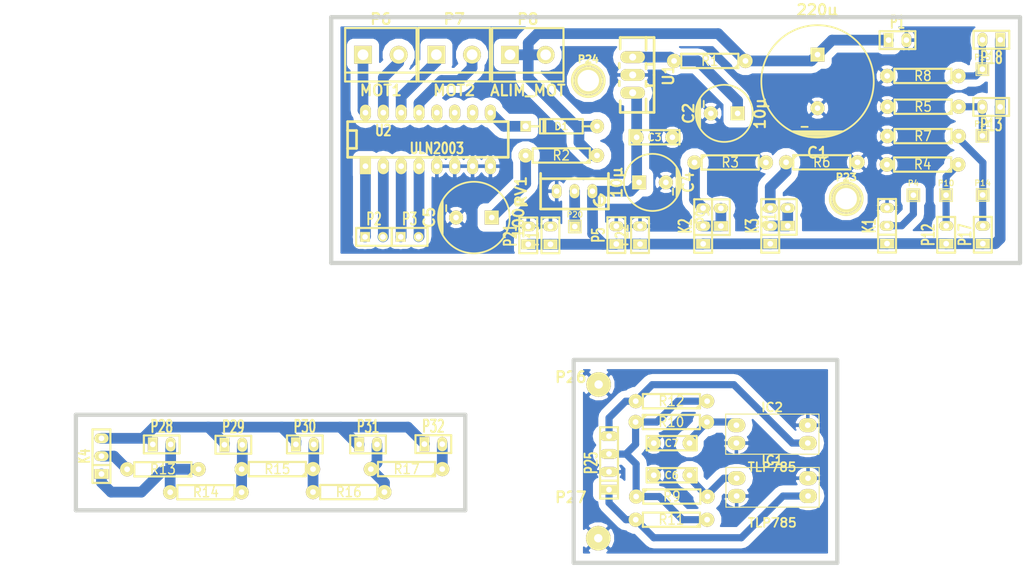
<source format=kicad_pcb>
(kicad_pcb (version 3) (host pcbnew "(2014-04-09 BZR 4792)-product")

  (general
    (links 109)
    (no_connects 3)
    (area 88.388372 60.20308 225.450401 144.605997)
    (thickness 1.6)
    (drawings 18)
    (tracks 189)
    (zones 0)
    (modules 66)
    (nets 40)
  )

  (page A4)
  (layers
    (15 F.Cu signal)
    (0 B.Cu signal)
    (16 B.Adhes user)
    (17 F.Adhes user)
    (18 B.Paste user)
    (19 F.Paste user)
    (20 B.SilkS user)
    (21 F.SilkS user)
    (22 B.Mask user)
    (23 F.Mask user)
    (24 Dwgs.User user)
    (25 Cmts.User user)
    (26 Eco1.User user)
    (27 Eco2.User user)
    (28 Edge.Cuts user)
  )

  (setup
    (last_trace_width 0.254)
    (user_trace_width 1.016)
    (user_trace_width 1.524)
    (user_trace_width 2.032)
    (user_trace_width 3.048)
    (user_trace_width 4.064)
    (trace_clearance 0.254)
    (zone_clearance 1.016)
    (zone_45_only no)
    (trace_min 0.254)
    (segment_width 0.2)
    (edge_width 0.6)
    (via_size 0.889)
    (via_drill 0.635)
    (via_min_size 0.889)
    (via_min_drill 0.508)
    (uvia_size 0.508)
    (uvia_drill 0.127)
    (uvias_allowed no)
    (uvia_min_size 0.508)
    (uvia_min_drill 0.127)
    (pcb_text_width 0.3)
    (pcb_text_size 1 1)
    (mod_edge_width 0.15)
    (mod_text_size 1 1)
    (mod_text_width 0.15)
    (pad_size 2.032 2.032)
    (pad_drill 0.8128)
    (pad_to_mask_clearance 0)
    (aux_axis_origin 0 0)
    (visible_elements FFFDFFFF)
    (pcbplotparams
      (layerselection 3178497)
      (usegerberextensions false)
      (excludeedgelayer false)
      (linewidth 0.150000)
      (plotframeref false)
      (viasonmask false)
      (mode 1)
      (useauxorigin false)
      (hpglpennumber 1)
      (hpglpenspeed 20)
      (hpglpendiameter 15)
      (hpglpenoverlay 2)
      (psnegative false)
      (psa4output false)
      (plotreference true)
      (plotvalue true)
      (plotothertext true)
      (plotinvisibletext false)
      (padsonsilk false)
      (subtractmaskfromsilk false)
      (outputformat 2)
      (mirror false)
      (drillshape 2)
      (scaleselection 1)
      (outputdirectory ""))
  )

  (net 0 "")
  (net 1 +12V)
  (net 2 +5V)
  (net 3 A)
  (net 4 B)
  (net 5 GND)
  (net 6 "Net-(C2-Pad1)")
  (net 7 "Net-(C5-Pad1)")
  (net 8 "Net-(C6-Pad1)")
  (net 9 "Net-(C7-Pad1)")
  (net 10 "Net-(D1-Pad2)")
  (net 11 "Net-(K1-Pad2)")
  (net 12 "Net-(K2-Pad2)")
  (net 13 "Net-(K2-Pad3)")
  (net 14 "Net-(K3-Pad2)")
  (net 15 "Net-(K3-Pad3)")
  (net 16 "Net-(K4-Pad1)")
  (net 17 "Net-(K4-Pad2)")
  (net 18 "Net-(P10-Pad1)")
  (net 19 "Net-(P11-Pad1)")
  (net 20 "Net-(P14-Pad1)")
  (net 21 "Net-(P15-Pad1)")
  (net 22 "Net-(P2-Pad1)")
  (net 23 "Net-(P2-Pad2)")
  (net 24 "Net-(P20-Pad1)")
  (net 25 "Net-(P23-Pad1)")
  (net 26 "Net-(P24-Pad1)")
  (net 27 "Net-(P29-Pad2)")
  (net 28 "Net-(P3-Pad1)")
  (net 29 "Net-(P3-Pad2)")
  (net 30 "Net-(P30-Pad2)")
  (net 31 "Net-(P31-Pad2)")
  (net 32 "Net-(P32-Pad2)")
  (net 33 "Net-(P6-Pad1)")
  (net 34 "Net-(P6-Pad2)")
  (net 35 "Net-(P7-Pad1)")
  (net 36 "Net-(P7-Pad2)")
  (net 37 "Net-(U2-Pad10)")
  (net 38 "Net-(U2-Pad11)")
  (net 39 "Net-(U2-Pad12)")

  (net_class Default "Ceci est la Netclass par défaut"
    (clearance 0.254)
    (trace_width 0.254)
    (via_dia 0.889)
    (via_drill 0.635)
    (uvia_dia 0.508)
    (uvia_drill 0.127)
    (add_net +12V)
    (add_net +5V)
    (add_net A)
    (add_net B)
    (add_net GND)
    (add_net "Net-(C2-Pad1)")
    (add_net "Net-(C5-Pad1)")
    (add_net "Net-(C6-Pad1)")
    (add_net "Net-(C7-Pad1)")
    (add_net "Net-(D1-Pad2)")
    (add_net "Net-(K1-Pad2)")
    (add_net "Net-(K2-Pad2)")
    (add_net "Net-(K2-Pad3)")
    (add_net "Net-(K3-Pad2)")
    (add_net "Net-(K3-Pad3)")
    (add_net "Net-(K4-Pad1)")
    (add_net "Net-(K4-Pad2)")
    (add_net "Net-(P10-Pad1)")
    (add_net "Net-(P11-Pad1)")
    (add_net "Net-(P14-Pad1)")
    (add_net "Net-(P15-Pad1)")
    (add_net "Net-(P2-Pad1)")
    (add_net "Net-(P2-Pad2)")
    (add_net "Net-(P20-Pad1)")
    (add_net "Net-(P23-Pad1)")
    (add_net "Net-(P24-Pad1)")
    (add_net "Net-(P29-Pad2)")
    (add_net "Net-(P3-Pad1)")
    (add_net "Net-(P3-Pad2)")
    (add_net "Net-(P30-Pad2)")
    (add_net "Net-(P31-Pad2)")
    (add_net "Net-(P32-Pad2)")
    (add_net "Net-(P6-Pad1)")
    (add_net "Net-(P6-Pad2)")
    (add_net "Net-(P7-Pad1)")
    (add_net "Net-(P7-Pad2)")
    (add_net "Net-(U2-Pad10)")
    (add_net "Net-(U2-Pad11)")
    (add_net "Net-(U2-Pad12)")
  )

  (module Opto-Devices:OptocouplerModul_FinderType34Point81-DC (layer F.Cu) (tedit 531CC40A) (tstamp 531CBAD1)
    (at 189.7634 131.191)
    (descr "Optocoupler, Single Row, Einreihig, Standing, stehend, Finder Type34.81, DC, Gleichstrom Ausgang, RevA, Date 25Jun2010")
    (tags "Optocoupler, Single Row, Einreihig, Standing, stehend, Finder Type34.81, DC, Gleichstrom Ausgang, RevA, Date 25Jun2010")
    (path /531C378F/531C3798)
    (fp_text reference IC1 (at 0 -5.08) (layer F.SilkS)
      (effects (font (size 1.27 1.27) (thickness 0.24892)))
    )
    (fp_text value TLP785 (at 0 3.81) (layer F.SilkS)
      (effects (font (size 1.27 1.27) (thickness 0.24892)))
    )
    (fp_line (start 6.4135 1.5875) (end 6.6675 1.5875) (layer F.SilkS) (width 0.15))
    (fp_line (start 6.4135 -4.064) (end 6.6675 -4.064) (layer F.SilkS) (width 0.15))
    (fp_line (start -5.1435 -4.064) (end 6.096 -4.064) (layer F.SilkS) (width 0.15))
    (fp_line (start 6.096 -4.064) (end 6.4135 -4.064) (layer F.SilkS) (width 0.15))
    (fp_line (start 6.6675 -4.064) (end 6.6675 1.3335) (layer F.SilkS) (width 0.15))
    (fp_line (start 6.6675 1.3335) (end 6.6675 1.5875) (layer F.SilkS) (width 0.15))
    (fp_line (start 6.4135 1.5875) (end -6.604 1.5875) (layer F.SilkS) (width 0.15))
    (fp_line (start -6.604 1.5875) (end -6.604 -4.064) (layer F.SilkS) (width 0.15))
    (fp_line (start -6.604 -4.064) (end -5.08 -4.064) (layer F.SilkS) (width 0.15))
    (pad 3 thru_hole oval (at 5.08 -2.54) (size 2.54 1.99898) (drill 0.8128) (layers *.Cu *.Mask F.SilkS)
      (net 5 GND))
    (pad 4 thru_hole oval (at 5.08 0) (size 2.54 1.99898) (drill 0.8128) (layers *.Cu *.Mask F.SilkS)
      (net 3 A))
    (pad 2 thru_hole oval (at -5.08 0) (size 2.54 1.99898) (drill 0.8128) (layers *.Cu *.Mask F.SilkS)
      (net 5 GND))
    (pad 1 thru_hole oval (at -5.08 -2.54) (size 2.54 1.99898) (drill 0.8128) (layers *.Cu *.Mask F.SilkS)
      (net 8 "Net-(C6-Pad1)"))
  )

  (module Opto-Devices:OptocouplerModul_FinderType34Point81-DC (layer F.Cu) (tedit 531CC3F7) (tstamp 531CB845)
    (at 189.72784 123.6472)
    (descr "Optocoupler, Single Row, Einreihig, Standing, stehend, Finder Type34.81, DC, Gleichstrom Ausgang, RevA, Date 25Jun2010")
    (tags "Optocoupler, Single Row, Einreihig, Standing, stehend, Finder Type34.81, DC, Gleichstrom Ausgang, RevA, Date 25Jun2010")
    (path /531C378F/531C37AA)
    (fp_text reference IC2 (at 0 -5.08) (layer F.SilkS)
      (effects (font (size 1.27 1.27) (thickness 0.24892)))
    )
    (fp_text value TLP785 (at 0 3.429) (layer F.SilkS)
      (effects (font (size 1.27 1.27) (thickness 0.24892)))
    )
    (fp_line (start -6.604 1.5875) (end -6.477 1.5875) (layer F.SilkS) (width 0.15))
    (fp_line (start -6.604 -4.1275) (end -6.477 -4.1275) (layer F.SilkS) (width 0.15))
    (fp_line (start 6.5405 -4.1275) (end 6.6675 -4.1275) (layer F.SilkS) (width 0.15))
    (fp_line (start 6.5405 1.5875) (end 6.6675 1.5875) (layer F.SilkS) (width 0.15))
    (fp_line (start -5.842 -4.1275) (end 6.35 -4.1275) (layer F.SilkS) (width 0.15))
    (fp_line (start 6.35 -4.1275) (end 6.5405 -4.1275) (layer F.SilkS) (width 0.15))
    (fp_line (start 6.6675 -4.1275) (end 6.6675 1.4605) (layer F.SilkS) (width 0.15))
    (fp_line (start 6.6675 1.4605) (end 6.6675 1.5875) (layer F.SilkS) (width 0.15))
    (fp_line (start 6.5405 1.5875) (end -6.477 1.5875) (layer F.SilkS) (width 0.15))
    (fp_line (start -6.604 1.5875) (end -6.604 -4.1275) (layer F.SilkS) (width 0.15))
    (fp_line (start -6.477 -4.1275) (end -5.7785 -4.1275) (layer F.SilkS) (width 0.15))
    (pad 3 thru_hole oval (at 5.08 -2.54) (size 2.54 1.99898) (drill 0.8128) (layers *.Cu *.Mask F.SilkS)
      (net 5 GND))
    (pad 4 thru_hole oval (at 5.08 0) (size 2.54 1.99898) (drill 0.8128) (layers *.Cu *.Mask F.SilkS)
      (net 4 B))
    (pad 2 thru_hole oval (at -5.08 0) (size 2.54 1.99898) (drill 0.8128) (layers *.Cu *.Mask F.SilkS)
      (net 5 GND))
    (pad 1 thru_hole oval (at -5.08 -2.54) (size 2.54 1.99898) (drill 0.8128) (layers *.Cu *.Mask F.SilkS)
      (net 9 "Net-(C7-Pad1)"))
  )

  (module Capacitors:CP_16x25mm (layer F.Cu) (tedit 52F7B25B) (tstamp 52F7B35B)
    (at 196.19468 72.14108 180)
    (descr "Capacitor, pol, cyl 16x25mm")
    (path /52F78190)
    (fp_text reference C1 (at 0 -10.16 180) (layer F.SilkS)
      (effects (font (thickness 0.3048)))
    )
    (fp_text value 220µ (at 0 10.16 180) (layer F.SilkS)
      (effects (font (thickness 0.3048)))
    )
    (fp_line (start -3.429 -7.112) (end -1.27 -7.747) (layer F.SilkS) (width 0.254))
    (fp_line (start 3.302 -7.112) (end 2.159 -7.493) (layer F.SilkS) (width 0.254))
    (fp_circle (center 0 0) (end 8.001 0) (layer F.SilkS) (width 0.254))
    (fp_line (start -2.032 -7.493) (end 2.032 -7.493) (layer F.SilkS) (width 0.254))
    (fp_line (start 2.921 -7.239) (end -2.794 -7.239) (layer F.SilkS) (width 0.254))
    (fp_line (start -2.794 -7.239) (end -1.905 -7.239) (layer F.SilkS) (width 0.254))
    (fp_line (start 1.397 -7.874) (end -1.27 -7.874) (layer F.SilkS) (width 0.254))
    (fp_line (start -2.159 -7.62) (end 2.159 -7.62) (layer F.SilkS) (width 0.254))
    (fp_line (start 2.794 -7.366) (end -2.794 -7.366) (layer F.SilkS) (width 0.254))
    (fp_line (start -2.794 -7.366) (end -2.667 -7.366) (layer F.SilkS) (width 0.254))
    (fp_line (start 3.556 -7.112) (end -3.556 -7.112) (layer F.SilkS) (width 0.254))
    (fp_line (start 1.397 -6.477) (end 2.286 -6.477) (layer F.SilkS) (width 0.254))
    (pad 1 thru_hole rect (at 0 3.81 180) (size 1.99898 1.99898) (drill 0.8001) (layers *.Cu *.Mask F.SilkS)
      (net 1 +12V))
    (pad 2 thru_hole circle (at 0 -3.81 180) (size 1.99898 1.99898) (drill 0.8001) (layers *.Cu *.Mask F.SilkS)
      (net 5 GND))
    (model discret/Capacitor/cp_16x25mm.wrl
      (at (xyz 0 0 0))
      (scale (xyz 1 1 1))
      (rotate (xyz 0 0 0))
    )
  )

  (module Capacitors:CP_8x21mm (layer F.Cu) (tedit 52F7B25B) (tstamp 52F7B36A)
    (at 182.92064 76.69784 90)
    (descr "Capacitor, pol, cyl 8x21mm")
    (path /52F7830C)
    (fp_text reference C2 (at 0 -5.08 90) (layer F.SilkS)
      (effects (font (thickness 0.3048)))
    )
    (fp_text value 10µ (at 0 5.08 90) (layer F.SilkS)
      (effects (font (thickness 0.3048)))
    )
    (fp_line (start 2.032 -3.429) (end -2.032 -3.429) (layer F.SilkS) (width 0.254))
    (fp_line (start -2.032 -3.429) (end -1.651 -3.556) (layer F.SilkS) (width 0.254))
    (fp_line (start -1.651 -3.556) (end 1.651 -3.556) (layer F.SilkS) (width 0.254))
    (fp_line (start 1.651 -3.556) (end 2.032 -3.429) (layer F.SilkS) (width 0.254))
    (fp_circle (center 0 0) (end -4.064 0.127) (layer F.SilkS) (width 0.254))
    (fp_line (start 0.889 -2.921) (end 1.778 -2.921) (layer F.SilkS) (width 0.254))
    (fp_line (start 1.016 -3.937) (end -1.016 -3.937) (layer F.SilkS) (width 0.254))
    (fp_line (start -1.016 -3.81) (end 1.016 -3.81) (layer F.SilkS) (width 0.254))
    (fp_line (start -1.524 -3.683) (end 1.524 -3.683) (layer F.SilkS) (width 0.254))
    (pad 1 thru_hole rect (at 0 1.905 90) (size 1.99898 1.99898) (drill 0.8001) (layers *.Cu *.Mask F.SilkS)
      (net 6 "Net-(C2-Pad1)"))
    (pad 2 thru_hole circle (at 0 -1.905 90) (size 1.99898 1.99898) (drill 0.8001) (layers *.Cu *.Mask F.SilkS)
      (net 5 GND))
    (model discret/Capacitor/cp_8x21mm.wrl
      (at (xyz 0 0 0))
      (scale (xyz 1 1 1))
      (rotate (xyz 0 0 0))
    )
  )

  (module Discret:C2 (layer F.Cu) (tedit 52F91187) (tstamp 52F7B895)
    (at 172.9994 80.10144)
    (descr "Condensateur = 2 pas")
    (tags C)
    (path /52F74BD9)
    (fp_text reference C3 (at 0 0) (layer F.SilkS)
      (effects (font (size 1.016 1.016) (thickness 0.2032)))
    )
    (fp_text value 100n (at 0 0) (layer F.SilkS) hide
      (effects (font (size 1.016 1.016) (thickness 0.2032)))
    )
    (fp_line (start -3.556 -1.016) (end 3.556 -1.016) (layer F.SilkS) (width 0.3048))
    (fp_line (start 3.556 -1.016) (end 3.556 1.016) (layer F.SilkS) (width 0.3048))
    (fp_line (start 3.556 1.016) (end -3.556 1.016) (layer F.SilkS) (width 0.3048))
    (fp_line (start -3.556 1.016) (end -3.556 -1.016) (layer F.SilkS) (width 0.3048))
    (fp_line (start -3.556 -0.508) (end -3.048 -1.016) (layer F.SilkS) (width 0.3048))
    (pad 1 thru_hole circle (at -2.54 0) (size 1.99898 1.99898) (drill 0.8001) (layers *.Cu *.Mask F.SilkS)
      (net 2 +5V))
    (pad 2 thru_hole circle (at 2.54 0) (size 1.99898 1.99898) (drill 0.8001) (layers *.Cu *.Mask F.SilkS)
      (net 5 GND))
    (model discret/capa_2pas_5x5mm.wrl
      (at (xyz 0 0 0))
      (scale (xyz 1 1 1))
      (rotate (xyz 0 0 0))
    )
  )

  (module Capacitors:CP_8x21mm (layer F.Cu) (tedit 52F7B25B) (tstamp 52F7B384)
    (at 172.70984 86.52764 270)
    (descr "Capacitor, pol, cyl 8x21mm")
    (path /52F781AC)
    (fp_text reference C4 (at 0 -5.08 270) (layer F.SilkS)
      (effects (font (thickness 0.3048)))
    )
    (fp_text value 10µ (at 0 5.08 270) (layer F.SilkS)
      (effects (font (thickness 0.3048)))
    )
    (fp_line (start 2.032 -3.429) (end -2.032 -3.429) (layer F.SilkS) (width 0.254))
    (fp_line (start -2.032 -3.429) (end -1.651 -3.556) (layer F.SilkS) (width 0.254))
    (fp_line (start -1.651 -3.556) (end 1.651 -3.556) (layer F.SilkS) (width 0.254))
    (fp_line (start 1.651 -3.556) (end 2.032 -3.429) (layer F.SilkS) (width 0.254))
    (fp_circle (center 0 0) (end -4.064 0.127) (layer F.SilkS) (width 0.254))
    (fp_line (start 0.889 -2.921) (end 1.778 -2.921) (layer F.SilkS) (width 0.254))
    (fp_line (start 1.016 -3.937) (end -1.016 -3.937) (layer F.SilkS) (width 0.254))
    (fp_line (start -1.016 -3.81) (end 1.016 -3.81) (layer F.SilkS) (width 0.254))
    (fp_line (start -1.524 -3.683) (end 1.524 -3.683) (layer F.SilkS) (width 0.254))
    (pad 1 thru_hole rect (at 0 1.905 270) (size 1.99898 1.99898) (drill 0.8001) (layers *.Cu *.Mask F.SilkS)
      (net 2 +5V))
    (pad 2 thru_hole circle (at 0 -1.905 270) (size 1.99898 1.99898) (drill 0.8001) (layers *.Cu *.Mask F.SilkS)
      (net 5 GND))
    (model discret/Capacitor/cp_8x21mm.wrl
      (at (xyz 0 0 0))
      (scale (xyz 1 1 1))
      (rotate (xyz 0 0 0))
    )
  )

  (module Capacitors:CP_10x21mm (layer F.Cu) (tedit 52F7B25B) (tstamp 52F7B395)
    (at 147.29968 91.53144 90)
    (descr "Capacitor, pol, cyl 10x21mm")
    (path /52F752C8)
    (fp_text reference C5 (at 0 -6.35 90) (layer F.SilkS)
      (effects (font (thickness 0.3048)))
    )
    (fp_text value 100µ (at 0 6.35 90) (layer F.SilkS)
      (effects (font (thickness 0.3048)))
    )
    (fp_line (start -2.413 -4.445) (end 2.413 -4.445) (layer F.SilkS) (width 0.254))
    (fp_line (start 1.143 -4.826) (end -1.143 -4.826) (layer F.SilkS) (width 0.254))
    (fp_circle (center 0 0) (end 5.08 0.381) (layer F.SilkS) (width 0.254))
    (fp_line (start 2.032 -4.445) (end -2.032 -4.445) (layer F.SilkS) (width 0.254))
    (fp_line (start -2.032 -4.445) (end -1.651 -4.572) (layer F.SilkS) (width 0.254))
    (fp_line (start -1.651 -4.572) (end 1.651 -4.572) (layer F.SilkS) (width 0.254))
    (fp_line (start 1.651 -4.572) (end 2.032 -4.445) (layer F.SilkS) (width 0.254))
    (fp_line (start 0.889 -3.937) (end 1.778 -3.937) (layer F.SilkS) (width 0.254))
    (fp_line (start 1.016 -4.953) (end -1.016 -4.953) (layer F.SilkS) (width 0.254))
    (fp_line (start -1.016 -4.826) (end 1.016 -4.826) (layer F.SilkS) (width 0.254))
    (fp_line (start -1.524 -4.699) (end 1.524 -4.699) (layer F.SilkS) (width 0.254))
    (pad 1 thru_hole rect (at 0 2.54 90) (size 1.99898 1.99898) (drill 0.8001) (layers *.Cu *.Mask F.SilkS)
      (net 7 "Net-(C5-Pad1)"))
    (pad 2 thru_hole circle (at 0 -2.54 90) (size 1.99898 1.99898) (drill 0.8001) (layers *.Cu *.Mask F.SilkS)
      (net 5 GND))
    (model discret/Capacitor/cp_10x21mm.wrl
      (at (xyz 0 0 0))
      (scale (xyz 1 1 1))
      (rotate (xyz 0 0 0))
    )
  )

  (module Discret:DO-41 (layer F.Cu) (tedit 52F91176) (tstamp 52F7B3A7)
    (at 159.7406 78.5368 180)
    (descr "Diode 3 pas")
    (tags "DIODE DEV")
    (path /52F752A0)
    (fp_text reference D1 (at 0 0 180) (layer F.SilkS)
      (effects (font (size 1.016 1.016) (thickness 0.2032)))
    )
    (fp_text value ZENER24V (at 0 0 180) (layer F.SilkS) hide
      (effects (font (size 1.016 1.016) (thickness 0.2032)))
    )
    (fp_line (start -3.81 0) (end -5.08 0) (layer F.SilkS) (width 0.3175))
    (fp_line (start 3.81 0) (end 5.08 0) (layer F.SilkS) (width 0.3175))
    (fp_line (start 3.81 0) (end 3.048 0) (layer F.SilkS) (width 0.3175))
    (fp_line (start 3.048 0) (end 3.048 -1.016) (layer F.SilkS) (width 0.3048))
    (fp_line (start 3.048 -1.016) (end -3.048 -1.016) (layer F.SilkS) (width 0.3048))
    (fp_line (start -3.048 -1.016) (end -3.048 0) (layer F.SilkS) (width 0.3048))
    (fp_line (start -3.048 0) (end -3.81 0) (layer F.SilkS) (width 0.3048))
    (fp_line (start -3.048 0) (end -3.048 1.016) (layer F.SilkS) (width 0.3048))
    (fp_line (start -3.048 1.016) (end 3.048 1.016) (layer F.SilkS) (width 0.3048))
    (fp_line (start 3.048 1.016) (end 3.048 0) (layer F.SilkS) (width 0.3048))
    (fp_line (start 2.54 -1.016) (end 2.54 1.016) (layer F.SilkS) (width 0.3048))
    (fp_line (start 2.286 1.016) (end 2.286 -1.016) (layer F.SilkS) (width 0.3048))
    (pad 2 thru_hole rect (at 5.08 0 180) (size 1.524 1.524) (drill 0.889) (layers *.Cu *.Mask F.SilkS)
      (net 10 "Net-(D1-Pad2)"))
    (pad 1 thru_hole circle (at -5.08 0 180) (size 1.99898 1.99898) (drill 0.8001) (layers *.Cu *.Mask F.SilkS)
      (net 1 +12V))
    (model ../3D_downloaded/walter/pth_diodes/diode_do41.wrl
      (at (xyz 0 0 0))
      (scale (xyz 1 1 1))
      (rotate (xyz 0 0 0))
    )
  )

  (module Connect:SIL-3 (layer F.Cu) (tedit 52F916ED) (tstamp 52F7B3B3)
    (at 206.08544 92.70492 90)
    (descr "Connecteur 3 pins")
    (tags "CONN DEV")
    (path /52F78611)
    (fp_text reference K1 (at 0 -2.54 90) (layer F.SilkS)
      (effects (font (size 1.7907 1.07696) (thickness 0.3048)))
    )
    (fp_text value POT_VIT (at 0 -2.54 90) (layer F.SilkS) hide
      (effects (font (size 1.524 1.016) (thickness 0.3048)))
    )
    (fp_line (start -3.81 1.27) (end -3.81 -1.27) (layer F.SilkS) (width 0.3048))
    (fp_line (start -3.81 -1.27) (end 3.81 -1.27) (layer F.SilkS) (width 0.3048))
    (fp_line (start 3.81 -1.27) (end 3.81 1.27) (layer F.SilkS) (width 0.3048))
    (fp_line (start 3.81 1.27) (end -3.81 1.27) (layer F.SilkS) (width 0.3048))
    (fp_line (start -1.27 -1.27) (end -1.27 1.27) (layer F.SilkS) (width 0.3048))
    (pad 1 thru_hole rect (at -2.54 0 90) (size 1.397 2.032) (drill 0.8128) (layers *.Cu *.Mask F.SilkS)
      (net 2 +5V))
    (pad 2 thru_hole oval (at 0 0 90) (size 1.397 2.032) (drill 0.8128) (layers *.Cu *.Mask F.SilkS)
      (net 11 "Net-(K1-Pad2)"))
    (pad 3 thru_hole oval (at 2.54 0 90) (size 1.397 2.032) (drill 0.8128) (layers *.Cu *.Mask F.SilkS)
      (net 5 GND))
    (model ../3D_downloaded/walter/pin_strip/pin_strip_3.wrl
      (at (xyz 0 0 0))
      (scale (xyz 1 1 1))
      (rotate (xyz 0 0 0))
    )
  )

  (module Connect:SIL-2 (layer F.Cu) (tedit 52F916C2) (tstamp 52F91712)
    (at 207.5688 66.2686)
    (descr "Connecteurs 2 pins")
    (tags "CONN DEV")
    (path /52F6AA64)
    (fp_text reference P1 (at 0 -2.54) (layer F.SilkS)
      (effects (font (size 1.72974 1.08712) (thickness 0.3048)))
    )
    (fp_text value CONN_B+ (at 0 -2.54) (layer F.SilkS) hide
      (effects (font (size 1.524 1.016) (thickness 0.3048)))
    )
    (fp_line (start -2.54 1.27) (end -2.54 -1.27) (layer F.SilkS) (width 0.3048))
    (fp_line (start -2.54 -1.27) (end 2.54 -1.27) (layer F.SilkS) (width 0.3048))
    (fp_line (start 2.54 -1.27) (end 2.54 1.27) (layer F.SilkS) (width 0.3048))
    (fp_line (start 2.54 1.27) (end -2.54 1.27) (layer F.SilkS) (width 0.3048))
    (pad 1 thru_hole rect (at -1.27 0) (size 1.397 2.032) (drill 0.8128) (layers *.Cu *.Mask F.SilkS)
      (net 1 +12V))
    (pad 2 thru_hole oval (at 1.27 0) (size 1.397 2.032) (drill 0.8128) (layers *.Cu *.Mask F.SilkS)
      (net 5 GND))
    (model ../3D_downloaded/walter/pin_strip/pin_strip_2.wrl
      (at (xyz 0 0 0))
      (scale (xyz 1 1 1))
      (rotate (xyz 0 0 0))
    )
  )

  (module Connect:SIL-2 (layer F.Cu) (tedit 52F7B25B) (tstamp 52F91707)
    (at 133.08584 94.28988)
    (descr "Connecteurs 2 pins")
    (tags "CONN DEV")
    (path /52F74D1C)
    (fp_text reference P2 (at 0 -2.54) (layer F.SilkS)
      (effects (font (size 1.72974 1.08712) (thickness 0.3048)))
    )
    (fp_text value IN1_2 (at 0 -2.54) (layer F.SilkS) hide
      (effects (font (size 1.524 1.016) (thickness 0.3048)))
    )
    (fp_line (start -2.54 1.27) (end -2.54 -1.27) (layer F.SilkS) (width 0.3048))
    (fp_line (start -2.54 -1.27) (end 2.54 -1.27) (layer F.SilkS) (width 0.3048))
    (fp_line (start 2.54 -1.27) (end 2.54 1.27) (layer F.SilkS) (width 0.3048))
    (fp_line (start 2.54 1.27) (end -2.54 1.27) (layer F.SilkS) (width 0.3048))
    (pad 1 thru_hole rect (at -1.27 0) (size 1.397 1.397) (drill 0.8128) (layers *.Cu *.Mask F.SilkS)
      (net 22 "Net-(P2-Pad1)"))
    (pad 2 thru_hole circle (at 1.27 0) (size 1.397 1.397) (drill 0.8128) (layers *.Cu *.Mask F.SilkS)
      (net 23 "Net-(P2-Pad2)"))
    (model ../3D_downloaded/walter/pin_strip/pin_strip_2.wrl
      (at (xyz 0 0 0))
      (scale (xyz 1 1 1))
      (rotate (xyz 0 0 0))
    )
  )

  (module Connect:SIL-2 (layer F.Cu) (tedit 52F7B25B) (tstamp 52F916FC)
    (at 138.16076 94.2848)
    (descr "Connecteurs 2 pins")
    (tags "CONN DEV")
    (path /52F74D2C)
    (fp_text reference P3 (at 0 -2.54) (layer F.SilkS)
      (effects (font (size 1.72974 1.08712) (thickness 0.3048)))
    )
    (fp_text value IN3_4 (at 0 -2.54) (layer F.SilkS) hide
      (effects (font (size 1.524 1.016) (thickness 0.3048)))
    )
    (fp_line (start -2.54 1.27) (end -2.54 -1.27) (layer F.SilkS) (width 0.3048))
    (fp_line (start -2.54 -1.27) (end 2.54 -1.27) (layer F.SilkS) (width 0.3048))
    (fp_line (start 2.54 -1.27) (end 2.54 1.27) (layer F.SilkS) (width 0.3048))
    (fp_line (start 2.54 1.27) (end -2.54 1.27) (layer F.SilkS) (width 0.3048))
    (pad 1 thru_hole rect (at -1.27 0) (size 1.397 1.397) (drill 0.8128) (layers *.Cu *.Mask F.SilkS)
      (net 28 "Net-(P3-Pad1)"))
    (pad 2 thru_hole circle (at 1.27 0) (size 1.397 1.397) (drill 0.8128) (layers *.Cu *.Mask F.SilkS)
      (net 29 "Net-(P3-Pad2)"))
    (model ../3D_downloaded/walter/pin_strip/pin_strip_2.wrl
      (at (xyz 0 0 0))
      (scale (xyz 1 1 1))
      (rotate (xyz 0 0 0))
    )
  )

  (module Connect:SIL-1 (layer F.Cu) (tedit 52F7B25B) (tstamp 52F7B3DA)
    (at 209.8294 88.34628)
    (descr "Connecteurs 1 pin")
    (tags "CONN DEV")
    (path /52F7882C)
    (fp_text reference P4 (at 0 -1.7) (layer F.SilkS)
      (effects (font (size 0.8 0.8) (thickness 0.15)))
    )
    (fp_text value WIPPER (at 0.1 -1.7) (layer F.SilkS) hide
      (effects (font (size 0.8 0.8) (thickness 0.15)))
    )
    (fp_line (start -0.9 -0.9) (end 0.9 -0.9) (layer F.SilkS) (width 0.15))
    (fp_line (start 0.9 -0.9) (end 0.9 0.9) (layer F.SilkS) (width 0.15))
    (fp_line (start 0.9 0.9) (end -0.9 0.9) (layer F.SilkS) (width 0.15))
    (fp_line (start -0.9 0.9) (end -0.9 -0.9) (layer F.SilkS) (width 0.15))
    (pad 1 thru_hole rect (at 0 0) (size 1.5 1.5) (drill 0.8) (layers *.Cu *.Mask F.SilkS)
      (net 11 "Net-(K1-Pad2)"))
    (model ../3D_downloaded/walter/pin_strip/pin_strip_1.wrl
      (at (xyz 0 0 0))
      (scale (xyz 1 1 1))
      (rotate (xyz 0 0 0))
    )
  )

  (module Connect:SIL-2 (layer F.Cu) (tedit 52F916F4) (tstamp 52F916F1)
    (at 167.5638 94.0308 90)
    (descr "Connecteurs 2 pins")
    (tags "CONN DEV")
    (path /52F6AC48)
    (fp_text reference P5 (at 0 -2.54 90) (layer F.SilkS)
      (effects (font (size 1.72974 1.08712) (thickness 0.3048)))
    )
    (fp_text value +5V (at 0 -2.54 90) (layer F.SilkS) hide
      (effects (font (size 1.524 1.016) (thickness 0.3048)))
    )
    (fp_line (start -2.54 1.27) (end -2.54 -1.27) (layer F.SilkS) (width 0.3048))
    (fp_line (start -2.54 -1.27) (end 2.54 -1.27) (layer F.SilkS) (width 0.3048))
    (fp_line (start 2.54 -1.27) (end 2.54 1.27) (layer F.SilkS) (width 0.3048))
    (fp_line (start 2.54 1.27) (end -2.54 1.27) (layer F.SilkS) (width 0.3048))
    (pad 1 thru_hole rect (at -1.27 0 90) (size 1.397 2.032) (drill 0.8128) (layers *.Cu *.Mask F.SilkS)
      (net 2 +5V))
    (pad 2 thru_hole oval (at 1.27 0 90) (size 1.397 2.032) (drill 0.8128) (layers *.Cu *.Mask F.SilkS)
      (net 5 GND))
    (model ../3D_downloaded/walter/pin_strip/pin_strip_2.wrl
      (at (xyz 0 0 0))
      (scale (xyz 1 1 1))
      (rotate (xyz 0 0 0))
    )
  )

  (module Connect:bornier2 (layer F.Cu) (tedit 52F7B25B) (tstamp 52F7B3EF)
    (at 134.0612 68.3514)
    (descr "Bornier d'alimentation 2 pins")
    (tags DEV)
    (path /52F6AAFC)
    (fp_text reference P6 (at 0 -5.08) (layer F.SilkS)
      (effects (font (thickness 0.3048)))
    )
    (fp_text value MOT1 (at 0 5.08) (layer F.SilkS)
      (effects (font (thickness 0.3048)))
    )
    (fp_line (start 5.08 2.54) (end -5.08 2.54) (layer F.SilkS) (width 0.3048))
    (fp_line (start 5.08 3.81) (end 5.08 -3.81) (layer F.SilkS) (width 0.3048))
    (fp_line (start 5.08 -3.81) (end -5.08 -3.81) (layer F.SilkS) (width 0.3048))
    (fp_line (start -5.08 -3.81) (end -5.08 3.81) (layer F.SilkS) (width 0.3048))
    (fp_line (start -5.08 3.81) (end 5.08 3.81) (layer F.SilkS) (width 0.3048))
    (pad 1 thru_hole rect (at -2.54 0) (size 2.54 2.54) (drill 1.524) (layers *.Cu *.Mask F.SilkS)
      (net 33 "Net-(P6-Pad1)"))
    (pad 2 thru_hole circle (at 2.54 0) (size 2.54 2.54) (drill 1.524) (layers *.Cu *.Mask F.SilkS)
      (net 34 "Net-(P6-Pad2)"))
    (model Device/bornier_2.wrl
      (at (xyz 0 0 0))
      (scale (xyz 1 1 1))
      (rotate (xyz 0 0 0))
    )
  )

  (module Connect:bornier2 (layer F.Cu) (tedit 52F7B25B) (tstamp 52F7B3FA)
    (at 144.5006 68.34124)
    (descr "Bornier d'alimentation 2 pins")
    (tags DEV)
    (path /52F6AB0C)
    (fp_text reference P7 (at 0 -5.08) (layer F.SilkS)
      (effects (font (thickness 0.3048)))
    )
    (fp_text value MOT2 (at 0 5.08) (layer F.SilkS)
      (effects (font (thickness 0.3048)))
    )
    (fp_line (start 5.08 2.54) (end -5.08 2.54) (layer F.SilkS) (width 0.3048))
    (fp_line (start 5.08 3.81) (end 5.08 -3.81) (layer F.SilkS) (width 0.3048))
    (fp_line (start 5.08 -3.81) (end -5.08 -3.81) (layer F.SilkS) (width 0.3048))
    (fp_line (start -5.08 -3.81) (end -5.08 3.81) (layer F.SilkS) (width 0.3048))
    (fp_line (start -5.08 3.81) (end 5.08 3.81) (layer F.SilkS) (width 0.3048))
    (pad 1 thru_hole rect (at -2.54 0) (size 2.54 2.54) (drill 1.524) (layers *.Cu *.Mask F.SilkS)
      (net 35 "Net-(P7-Pad1)"))
    (pad 2 thru_hole circle (at 2.54 0) (size 2.54 2.54) (drill 1.524) (layers *.Cu *.Mask F.SilkS)
      (net 36 "Net-(P7-Pad2)"))
    (model Device/bornier_2.wrl
      (at (xyz 0 0 0))
      (scale (xyz 1 1 1))
      (rotate (xyz 0 0 0))
    )
  )

  (module Connect:bornier2 (layer F.Cu) (tedit 52F7B25B) (tstamp 52F7BA53)
    (at 154.97048 68.36156)
    (descr "Bornier d'alimentation 2 pins")
    (tags DEV)
    (path /52F74FD6)
    (fp_text reference P8 (at 0 -5.08) (layer F.SilkS)
      (effects (font (thickness 0.3048)))
    )
    (fp_text value ALIM_MOT (at 0 5.08) (layer F.SilkS)
      (effects (font (thickness 0.3048)))
    )
    (fp_line (start 5.08 2.54) (end -5.08 2.54) (layer F.SilkS) (width 0.3048))
    (fp_line (start 5.08 3.81) (end 5.08 -3.81) (layer F.SilkS) (width 0.3048))
    (fp_line (start 5.08 -3.81) (end -5.08 -3.81) (layer F.SilkS) (width 0.3048))
    (fp_line (start -5.08 -3.81) (end -5.08 3.81) (layer F.SilkS) (width 0.3048))
    (fp_line (start -5.08 3.81) (end 5.08 3.81) (layer F.SilkS) (width 0.3048))
    (pad 1 thru_hole rect (at -2.54 0) (size 2.54 2.54) (drill 1.524) (layers *.Cu *.Mask F.SilkS)
      (net 1 +12V))
    (pad 2 thru_hole circle (at 2.54 0) (size 2.54 2.54) (drill 1.524) (layers *.Cu *.Mask F.SilkS)
      (net 1 +12V))
    (model Device/bornier_2.wrl
      (at (xyz 0 0 0))
      (scale (xyz 1 1 1))
      (rotate (xyz 0 0 0))
    )
  )

  (module Connect:SIL-1 (layer F.Cu) (tedit 52F7B25B) (tstamp 52F7B419)
    (at 214.4776 88.3412)
    (descr "Connecteurs 1 pin")
    (tags "CONN DEV")
    (path /52F7889E)
    (fp_text reference P10 (at 0 -1.7) (layer F.SilkS)
      (effects (font (size 0.8 0.8) (thickness 0.15)))
    )
    (fp_text value PB1 (at 0.1 -1.7) (layer F.SilkS) hide
      (effects (font (size 0.8 0.8) (thickness 0.15)))
    )
    (fp_line (start -0.9 -0.9) (end 0.9 -0.9) (layer F.SilkS) (width 0.15))
    (fp_line (start 0.9 -0.9) (end 0.9 0.9) (layer F.SilkS) (width 0.15))
    (fp_line (start 0.9 0.9) (end -0.9 0.9) (layer F.SilkS) (width 0.15))
    (fp_line (start -0.9 0.9) (end -0.9 -0.9) (layer F.SilkS) (width 0.15))
    (pad 1 thru_hole rect (at 0 0) (size 1.5 1.5) (drill 0.8) (layers *.Cu *.Mask F.SilkS)
      (net 18 "Net-(P10-Pad1)"))
    (model ../3D_downloaded/walter/pin_strip/pin_strip_1.wrl
      (at (xyz 0 0 0))
      (scale (xyz 1 1 1))
      (rotate (xyz 0 0 0))
    )
  )

  (module Connect:SIL-1 (layer F.Cu) (tedit 52F7B25B) (tstamp 52F7B422)
    (at 219.65412 79.90332)
    (descr "Connecteurs 1 pin")
    (tags "CONN DEV")
    (path /52F789ED)
    (fp_text reference P11 (at 0 -1.7) (layer F.SilkS)
      (effects (font (size 0.8 0.8) (thickness 0.15)))
    )
    (fp_text value PB3 (at 0.1 -1.7) (layer F.SilkS) hide
      (effects (font (size 0.8 0.8) (thickness 0.15)))
    )
    (fp_line (start -0.9 -0.9) (end 0.9 -0.9) (layer F.SilkS) (width 0.15))
    (fp_line (start 0.9 -0.9) (end 0.9 0.9) (layer F.SilkS) (width 0.15))
    (fp_line (start 0.9 0.9) (end -0.9 0.9) (layer F.SilkS) (width 0.15))
    (fp_line (start -0.9 0.9) (end -0.9 -0.9) (layer F.SilkS) (width 0.15))
    (pad 1 thru_hole rect (at 0 0) (size 1.5 1.5) (drill 0.8) (layers *.Cu *.Mask F.SilkS)
      (net 19 "Net-(P11-Pad1)"))
    (model ../3D_downloaded/walter/pin_strip/pin_strip_1.wrl
      (at (xyz 0 0 0))
      (scale (xyz 1 1 1))
      (rotate (xyz 0 0 0))
    )
  )

  (module Connect:SIL-2 (layer F.Cu) (tedit 52F916E7) (tstamp 52F916E6)
    (at 214.49792 93.99016 90)
    (descr "Connecteurs 2 pins")
    (tags "CONN DEV")
    (path /52F786FD)
    (fp_text reference P12 (at 0 -2.54 90) (layer F.SilkS)
      (effects (font (size 1.72974 1.08712) (thickness 0.3048)))
    )
    (fp_text value PB1 (at 0 -2.54 90) (layer F.SilkS) hide
      (effects (font (size 1.524 1.016) (thickness 0.3048)))
    )
    (fp_line (start -2.54 1.27) (end -2.54 -1.27) (layer F.SilkS) (width 0.3048))
    (fp_line (start -2.54 -1.27) (end 2.54 -1.27) (layer F.SilkS) (width 0.3048))
    (fp_line (start 2.54 -1.27) (end 2.54 1.27) (layer F.SilkS) (width 0.3048))
    (fp_line (start 2.54 1.27) (end -2.54 1.27) (layer F.SilkS) (width 0.3048))
    (pad 1 thru_hole rect (at -1.27 0 90) (size 1.397 2.032) (drill 0.8128) (layers *.Cu *.Mask F.SilkS)
      (net 2 +5V))
    (pad 2 thru_hole oval (at 1.27 0 90) (size 1.397 2.032) (drill 0.8128) (layers *.Cu *.Mask F.SilkS)
      (net 18 "Net-(P10-Pad1)"))
    (model ../3D_downloaded/walter/pin_strip/pin_strip_2.wrl
      (at (xyz 0 0 0))
      (scale (xyz 1 1 1))
      (rotate (xyz 0 0 0))
    )
  )

  (module Connect:SIL-2 (layer F.Cu) (tedit 52F916D6) (tstamp 52F916DB)
    (at 220.9038 75.78344 180)
    (descr "Connecteurs 2 pins")
    (tags "CONN DEV")
    (path /52F789DE)
    (fp_text reference P13 (at 0 -2.54 180) (layer F.SilkS)
      (effects (font (size 1.72974 1.08712) (thickness 0.3048)))
    )
    (fp_text value PB3 (at 0 -2.54 180) (layer F.SilkS) hide
      (effects (font (size 1.524 1.016) (thickness 0.3048)))
    )
    (fp_line (start -2.54 1.27) (end -2.54 -1.27) (layer F.SilkS) (width 0.3048))
    (fp_line (start -2.54 -1.27) (end 2.54 -1.27) (layer F.SilkS) (width 0.3048))
    (fp_line (start 2.54 -1.27) (end 2.54 1.27) (layer F.SilkS) (width 0.3048))
    (fp_line (start 2.54 1.27) (end -2.54 1.27) (layer F.SilkS) (width 0.3048))
    (pad 1 thru_hole rect (at -1.27 0 180) (size 1.397 2.032) (drill 0.8128) (layers *.Cu *.Mask F.SilkS)
      (net 2 +5V))
    (pad 2 thru_hole oval (at 1.27 0 180) (size 1.397 2.032) (drill 0.8128) (layers *.Cu *.Mask F.SilkS)
      (net 19 "Net-(P11-Pad1)"))
    (model ../3D_downloaded/walter/pin_strip/pin_strip_2.wrl
      (at (xyz 0 0 0))
      (scale (xyz 1 1 1))
      (rotate (xyz 0 0 0))
    )
  )

  (module Connect:SIL-1 (layer F.Cu) (tedit 52F7B25B) (tstamp 52F7B43F)
    (at 219.6846 88.3158)
    (descr "Connecteurs 1 pin")
    (tags "CONN DEV")
    (path /52F7AE68)
    (fp_text reference P14 (at 0 -1.7) (layer F.SilkS)
      (effects (font (size 0.8 0.8) (thickness 0.15)))
    )
    (fp_text value PB2 (at 0.1 -1.7) (layer F.SilkS) hide
      (effects (font (size 0.8 0.8) (thickness 0.15)))
    )
    (fp_line (start -0.9 -0.9) (end 0.9 -0.9) (layer F.SilkS) (width 0.15))
    (fp_line (start 0.9 -0.9) (end 0.9 0.9) (layer F.SilkS) (width 0.15))
    (fp_line (start 0.9 0.9) (end -0.9 0.9) (layer F.SilkS) (width 0.15))
    (fp_line (start -0.9 0.9) (end -0.9 -0.9) (layer F.SilkS) (width 0.15))
    (pad 1 thru_hole rect (at 0 0) (size 1.5 1.5) (drill 0.8) (layers *.Cu *.Mask F.SilkS)
      (net 20 "Net-(P14-Pad1)"))
    (model ../3D_downloaded/walter/pin_strip/pin_strip_1.wrl
      (at (xyz 0 0 0))
      (scale (xyz 1 1 1))
      (rotate (xyz 0 0 0))
    )
  )

  (module Connect:SIL-1 (layer F.Cu) (tedit 52F7B25B) (tstamp 52F7B448)
    (at 219.64904 70.4088)
    (descr "Connecteurs 1 pin")
    (tags "CONN DEV")
    (path /52F78A28)
    (fp_text reference P15 (at 0 -1.7) (layer F.SilkS)
      (effects (font (size 0.8 0.8) (thickness 0.15)))
    )
    (fp_text value PB4 (at 0.1 -1.7) (layer F.SilkS) hide
      (effects (font (size 0.8 0.8) (thickness 0.15)))
    )
    (fp_line (start -0.9 -0.9) (end 0.9 -0.9) (layer F.SilkS) (width 0.15))
    (fp_line (start 0.9 -0.9) (end 0.9 0.9) (layer F.SilkS) (width 0.15))
    (fp_line (start 0.9 0.9) (end -0.9 0.9) (layer F.SilkS) (width 0.15))
    (fp_line (start -0.9 0.9) (end -0.9 -0.9) (layer F.SilkS) (width 0.15))
    (pad 1 thru_hole rect (at 0 0) (size 1.5 1.5) (drill 0.8) (layers *.Cu *.Mask F.SilkS)
      (net 21 "Net-(P15-Pad1)"))
    (model ../3D_downloaded/walter/pin_strip/pin_strip_1.wrl
      (at (xyz 0 0 0))
      (scale (xyz 1 1 1))
      (rotate (xyz 0 0 0))
    )
  )

  (module Connect:SIL-2 (layer F.Cu) (tedit 52F916E3) (tstamp 52F916D0)
    (at 219.71 93.98 90)
    (descr "Connecteurs 2 pins")
    (tags "CONN DEV")
    (path /52F7AE59)
    (fp_text reference P17 (at 0 -2.54 90) (layer F.SilkS)
      (effects (font (size 1.72974 1.08712) (thickness 0.3048)))
    )
    (fp_text value PB2 (at 0 -2.54 90) (layer F.SilkS) hide
      (effects (font (size 1.524 1.016) (thickness 0.3048)))
    )
    (fp_line (start -2.54 1.27) (end -2.54 -1.27) (layer F.SilkS) (width 0.3048))
    (fp_line (start -2.54 -1.27) (end 2.54 -1.27) (layer F.SilkS) (width 0.3048))
    (fp_line (start 2.54 -1.27) (end 2.54 1.27) (layer F.SilkS) (width 0.3048))
    (fp_line (start 2.54 1.27) (end -2.54 1.27) (layer F.SilkS) (width 0.3048))
    (pad 1 thru_hole rect (at -1.27 0 90) (size 1.397 2.032) (drill 0.8128) (layers *.Cu *.Mask F.SilkS)
      (net 2 +5V))
    (pad 2 thru_hole oval (at 1.27 0 90) (size 1.397 2.032) (drill 0.8128) (layers *.Cu *.Mask F.SilkS)
      (net 20 "Net-(P14-Pad1)"))
    (model ../3D_downloaded/walter/pin_strip/pin_strip_2.wrl
      (at (xyz 0 0 0))
      (scale (xyz 1 1 1))
      (rotate (xyz 0 0 0))
    )
  )

  (module Connect:SIL-2 (layer F.Cu) (tedit 52F916D2) (tstamp 52F916C5)
    (at 220.9292 66.2178 180)
    (descr "Connecteurs 2 pins")
    (tags "CONN DEV")
    (path /52F78A19)
    (fp_text reference P18 (at 0 -2.54 180) (layer F.SilkS)
      (effects (font (size 1.72974 1.08712) (thickness 0.3048)))
    )
    (fp_text value PB4 (at 0 -2.54 180) (layer F.SilkS) hide
      (effects (font (size 1.524 1.016) (thickness 0.3048)))
    )
    (fp_line (start -2.54 1.27) (end -2.54 -1.27) (layer F.SilkS) (width 0.3048))
    (fp_line (start -2.54 -1.27) (end 2.54 -1.27) (layer F.SilkS) (width 0.3048))
    (fp_line (start 2.54 -1.27) (end 2.54 1.27) (layer F.SilkS) (width 0.3048))
    (fp_line (start 2.54 1.27) (end -2.54 1.27) (layer F.SilkS) (width 0.3048))
    (pad 1 thru_hole rect (at -1.27 0 180) (size 1.397 2.032) (drill 0.8128) (layers *.Cu *.Mask F.SilkS)
      (net 2 +5V))
    (pad 2 thru_hole oval (at 1.27 0 180) (size 1.397 2.032) (drill 0.8128) (layers *.Cu *.Mask F.SilkS)
      (net 21 "Net-(P15-Pad1)"))
    (model ../3D_downloaded/walter/pin_strip/pin_strip_2.wrl
      (at (xyz 0 0 0))
      (scale (xyz 1 1 1))
      (rotate (xyz 0 0 0))
    )
  )

  (module Discret:R4-LARGE_PADS (layer F.Cu) (tedit 52F911A0) (tstamp 52F7B836)
    (at 180.86324 69.23024 180)
    (descr "Resitance 4 pas")
    (tags R)
    (path /52F782FA)
    (autoplace_cost180 10)
    (fp_text reference R1 (at 0 0 180) (layer F.SilkS)
      (effects (font (size 1.397 1.27) (thickness 0.2032)))
    )
    (fp_text value 220 (at 0 0 180) (layer F.SilkS) hide
      (effects (font (size 1.397 1.27) (thickness 0.2032)))
    )
    (fp_line (start -5.08 0) (end -4.064 0) (layer F.SilkS) (width 0.3048))
    (fp_line (start -4.064 0) (end -4.064 -1.016) (layer F.SilkS) (width 0.3048))
    (fp_line (start -4.064 -1.016) (end 4.064 -1.016) (layer F.SilkS) (width 0.3048))
    (fp_line (start 4.064 -1.016) (end 4.064 1.016) (layer F.SilkS) (width 0.3048))
    (fp_line (start 4.064 1.016) (end -4.064 1.016) (layer F.SilkS) (width 0.3048))
    (fp_line (start -4.064 1.016) (end -4.064 0) (layer F.SilkS) (width 0.3048))
    (fp_line (start -4.064 -0.508) (end -3.556 -1.016) (layer F.SilkS) (width 0.3048))
    (fp_line (start 5.08 0) (end 4.064 0) (layer F.SilkS) (width 0.3048))
    (pad 1 thru_hole circle (at -5.08 0 180) (size 2.032 2.032) (drill 0.8128) (layers *.Cu *.Mask F.SilkS)
      (net 1 +12V))
    (pad 2 thru_hole circle (at 5.08 0 180) (size 2.032 2.032) (drill 0.8128) (layers *.Cu *.Mask F.SilkS)
      (net 6 "Net-(C2-Pad1)"))
    (model discret/resistor.wrl
      (at (xyz 0 0 0))
      (scale (xyz 0.4 0.4 0.4))
      (rotate (xyz 0 0 0))
    )
  )

  (module Discret:R4-LARGE_PADS (layer F.Cu) (tedit 52F9117C) (tstamp 52F7B76D)
    (at 159.73552 82.69732 180)
    (descr "Resitance 4 pas")
    (tags R)
    (path /52F752B4)
    (autoplace_cost180 10)
    (fp_text reference R2 (at 0 0 180) (layer F.SilkS)
      (effects (font (size 1.397 1.27) (thickness 0.2032)))
    )
    (fp_text value 10K (at 0 0 180) (layer F.SilkS) hide
      (effects (font (size 1.397 1.27) (thickness 0.2032)))
    )
    (fp_line (start -5.08 0) (end -4.064 0) (layer F.SilkS) (width 0.3048))
    (fp_line (start -4.064 0) (end -4.064 -1.016) (layer F.SilkS) (width 0.3048))
    (fp_line (start -4.064 -1.016) (end 4.064 -1.016) (layer F.SilkS) (width 0.3048))
    (fp_line (start 4.064 -1.016) (end 4.064 1.016) (layer F.SilkS) (width 0.3048))
    (fp_line (start 4.064 1.016) (end -4.064 1.016) (layer F.SilkS) (width 0.3048))
    (fp_line (start -4.064 1.016) (end -4.064 0) (layer F.SilkS) (width 0.3048))
    (fp_line (start -4.064 -0.508) (end -3.556 -1.016) (layer F.SilkS) (width 0.3048))
    (fp_line (start 5.08 0) (end 4.064 0) (layer F.SilkS) (width 0.3048))
    (pad 1 thru_hole circle (at -5.08 0 180) (size 2.032 2.032) (drill 0.8128) (layers *.Cu *.Mask F.SilkS)
      (net 1 +12V))
    (pad 2 thru_hole circle (at 5.08 0 180) (size 2.032 2.032) (drill 0.8128) (layers *.Cu *.Mask F.SilkS)
      (net 7 "Net-(C5-Pad1)"))
    (model discret/resistor.wrl
      (at (xyz 0 0 0))
      (scale (xyz 0.4 0.4 0.4))
      (rotate (xyz 0 0 0))
    )
  )

  (module Discret:R4-LARGE_PADS (layer F.Cu) (tedit 52F911BF) (tstamp 52F7B491)
    (at 183.769 83.693)
    (descr "Resitance 4 pas")
    (tags R)
    (path /52F77CF5)
    (autoplace_cost180 10)
    (fp_text reference R3 (at 0 0) (layer F.SilkS)
      (effects (font (size 1.397 1.27) (thickness 0.2032)))
    )
    (fp_text value 10K (at 0 0) (layer F.SilkS) hide
      (effects (font (size 1.397 1.27) (thickness 0.2032)))
    )
    (fp_line (start -5.08 0) (end -4.064 0) (layer F.SilkS) (width 0.3048))
    (fp_line (start -4.064 0) (end -4.064 -1.016) (layer F.SilkS) (width 0.3048))
    (fp_line (start -4.064 -1.016) (end 4.064 -1.016) (layer F.SilkS) (width 0.3048))
    (fp_line (start 4.064 -1.016) (end 4.064 1.016) (layer F.SilkS) (width 0.3048))
    (fp_line (start 4.064 1.016) (end -4.064 1.016) (layer F.SilkS) (width 0.3048))
    (fp_line (start -4.064 1.016) (end -4.064 0) (layer F.SilkS) (width 0.3048))
    (fp_line (start -4.064 -0.508) (end -3.556 -1.016) (layer F.SilkS) (width 0.3048))
    (fp_line (start 5.08 0) (end 4.064 0) (layer F.SilkS) (width 0.3048))
    (pad 1 thru_hole circle (at -5.08 0) (size 2.032 2.032) (drill 0.8128) (layers *.Cu *.Mask F.SilkS)
      (net 13 "Net-(K2-Pad3)"))
    (pad 2 thru_hole circle (at 5.08 0) (size 2.032 2.032) (drill 0.8128) (layers *.Cu *.Mask F.SilkS)
      (net 5 GND))
    (model discret/resistor.wrl
      (at (xyz 0 0 0))
      (scale (xyz 0.4 0.4 0.4))
      (rotate (xyz 0 0 0))
    )
  )

  (module Discret:R4-LARGE_PADS (layer F.Cu) (tedit 52F911DA) (tstamp 52F7B49F)
    (at 211.14512 83.98764 180)
    (descr "Resitance 4 pas")
    (tags R)
    (path /52F78714)
    (autoplace_cost180 10)
    (fp_text reference R4 (at 0 0 180) (layer F.SilkS)
      (effects (font (size 1.397 1.27) (thickness 0.2032)))
    )
    (fp_text value 10K (at 0 0 180) (layer F.SilkS) hide
      (effects (font (size 1.397 1.27) (thickness 0.2032)))
    )
    (fp_line (start -5.08 0) (end -4.064 0) (layer F.SilkS) (width 0.3048))
    (fp_line (start -4.064 0) (end -4.064 -1.016) (layer F.SilkS) (width 0.3048))
    (fp_line (start -4.064 -1.016) (end 4.064 -1.016) (layer F.SilkS) (width 0.3048))
    (fp_line (start 4.064 -1.016) (end 4.064 1.016) (layer F.SilkS) (width 0.3048))
    (fp_line (start 4.064 1.016) (end -4.064 1.016) (layer F.SilkS) (width 0.3048))
    (fp_line (start -4.064 1.016) (end -4.064 0) (layer F.SilkS) (width 0.3048))
    (fp_line (start -4.064 -0.508) (end -3.556 -1.016) (layer F.SilkS) (width 0.3048))
    (fp_line (start 5.08 0) (end 4.064 0) (layer F.SilkS) (width 0.3048))
    (pad 1 thru_hole circle (at -5.08 0 180) (size 2.032 2.032) (drill 0.8128) (layers *.Cu *.Mask F.SilkS)
      (net 18 "Net-(P10-Pad1)"))
    (pad 2 thru_hole circle (at 5.08 0 180) (size 2.032 2.032) (drill 0.8128) (layers *.Cu *.Mask F.SilkS)
      (net 5 GND))
    (model discret/resistor.wrl
      (at (xyz 0 0 0))
      (scale (xyz 0.4 0.4 0.4))
      (rotate (xyz 0 0 0))
    )
  )

  (module Discret:R4-LARGE_PADS (layer F.Cu) (tedit 52F911E0) (tstamp 52F7B4AD)
    (at 211.21624 75.75296 180)
    (descr "Resitance 4 pas")
    (tags R)
    (path /52F789E4)
    (autoplace_cost180 10)
    (fp_text reference R5 (at 0 0 180) (layer F.SilkS)
      (effects (font (size 1.397 1.27) (thickness 0.2032)))
    )
    (fp_text value 10K (at 0 0 180) (layer F.SilkS) hide
      (effects (font (size 1.397 1.27) (thickness 0.2032)))
    )
    (fp_line (start -5.08 0) (end -4.064 0) (layer F.SilkS) (width 0.3048))
    (fp_line (start -4.064 0) (end -4.064 -1.016) (layer F.SilkS) (width 0.3048))
    (fp_line (start -4.064 -1.016) (end 4.064 -1.016) (layer F.SilkS) (width 0.3048))
    (fp_line (start 4.064 -1.016) (end 4.064 1.016) (layer F.SilkS) (width 0.3048))
    (fp_line (start 4.064 1.016) (end -4.064 1.016) (layer F.SilkS) (width 0.3048))
    (fp_line (start -4.064 1.016) (end -4.064 0) (layer F.SilkS) (width 0.3048))
    (fp_line (start -4.064 -0.508) (end -3.556 -1.016) (layer F.SilkS) (width 0.3048))
    (fp_line (start 5.08 0) (end 4.064 0) (layer F.SilkS) (width 0.3048))
    (pad 1 thru_hole circle (at -5.08 0 180) (size 2.032 2.032) (drill 0.8128) (layers *.Cu *.Mask F.SilkS)
      (net 19 "Net-(P11-Pad1)"))
    (pad 2 thru_hole circle (at 5.08 0 180) (size 2.032 2.032) (drill 0.8128) (layers *.Cu *.Mask F.SilkS)
      (net 5 GND))
    (model discret/resistor.wrl
      (at (xyz 0 0 0))
      (scale (xyz 0.4 0.4 0.4))
      (rotate (xyz 0 0 0))
    )
  )

  (module Discret:R4-LARGE_PADS (layer F.Cu) (tedit 52F911B9) (tstamp 52F7B4BB)
    (at 196.7992 83.6676)
    (descr "Resitance 4 pas")
    (tags R)
    (path /52F77D00)
    (autoplace_cost180 10)
    (fp_text reference R6 (at 0 0) (layer F.SilkS)
      (effects (font (size 1.397 1.27) (thickness 0.2032)))
    )
    (fp_text value 10K (at 0 0) (layer F.SilkS) hide
      (effects (font (size 1.397 1.27) (thickness 0.2032)))
    )
    (fp_line (start -5.08 0) (end -4.064 0) (layer F.SilkS) (width 0.3048))
    (fp_line (start -4.064 0) (end -4.064 -1.016) (layer F.SilkS) (width 0.3048))
    (fp_line (start -4.064 -1.016) (end 4.064 -1.016) (layer F.SilkS) (width 0.3048))
    (fp_line (start 4.064 -1.016) (end 4.064 1.016) (layer F.SilkS) (width 0.3048))
    (fp_line (start 4.064 1.016) (end -4.064 1.016) (layer F.SilkS) (width 0.3048))
    (fp_line (start -4.064 1.016) (end -4.064 0) (layer F.SilkS) (width 0.3048))
    (fp_line (start -4.064 -0.508) (end -3.556 -1.016) (layer F.SilkS) (width 0.3048))
    (fp_line (start 5.08 0) (end 4.064 0) (layer F.SilkS) (width 0.3048))
    (pad 1 thru_hole circle (at -5.08 0) (size 2.032 2.032) (drill 0.8128) (layers *.Cu *.Mask F.SilkS)
      (net 15 "Net-(K3-Pad3)"))
    (pad 2 thru_hole circle (at 5.08 0) (size 2.032 2.032) (drill 0.8128) (layers *.Cu *.Mask F.SilkS)
      (net 5 GND))
    (model discret/resistor.wrl
      (at (xyz 0 0 0))
      (scale (xyz 0.4 0.4 0.4))
      (rotate (xyz 0 0 0))
    )
  )

  (module Discret:R4-LARGE_PADS (layer F.Cu) (tedit 52F911DC) (tstamp 52F7B4C9)
    (at 211.201 79.9338 180)
    (descr "Resitance 4 pas")
    (tags R)
    (path /52F7AE5F)
    (autoplace_cost180 10)
    (fp_text reference R7 (at 0 0 180) (layer F.SilkS)
      (effects (font (size 1.397 1.27) (thickness 0.2032)))
    )
    (fp_text value 10K (at 0 0 180) (layer F.SilkS) hide
      (effects (font (size 1.397 1.27) (thickness 0.2032)))
    )
    (fp_line (start -5.08 0) (end -4.064 0) (layer F.SilkS) (width 0.3048))
    (fp_line (start -4.064 0) (end -4.064 -1.016) (layer F.SilkS) (width 0.3048))
    (fp_line (start -4.064 -1.016) (end 4.064 -1.016) (layer F.SilkS) (width 0.3048))
    (fp_line (start 4.064 -1.016) (end 4.064 1.016) (layer F.SilkS) (width 0.3048))
    (fp_line (start 4.064 1.016) (end -4.064 1.016) (layer F.SilkS) (width 0.3048))
    (fp_line (start -4.064 1.016) (end -4.064 0) (layer F.SilkS) (width 0.3048))
    (fp_line (start -4.064 -0.508) (end -3.556 -1.016) (layer F.SilkS) (width 0.3048))
    (fp_line (start 5.08 0) (end 4.064 0) (layer F.SilkS) (width 0.3048))
    (pad 1 thru_hole circle (at -5.08 0 180) (size 2.032 2.032) (drill 0.8128) (layers *.Cu *.Mask F.SilkS)
      (net 20 "Net-(P14-Pad1)"))
    (pad 2 thru_hole circle (at 5.08 0 180) (size 2.032 2.032) (drill 0.8128) (layers *.Cu *.Mask F.SilkS)
      (net 5 GND))
    (model discret/resistor.wrl
      (at (xyz 0 0 0))
      (scale (xyz 0.4 0.4 0.4))
      (rotate (xyz 0 0 0))
    )
  )

  (module Discret:R4-LARGE_PADS (layer F.Cu) (tedit 52F911E3) (tstamp 52F7B4D7)
    (at 211.18068 71.36892 180)
    (descr "Resitance 4 pas")
    (tags R)
    (path /52F78A1F)
    (autoplace_cost180 10)
    (fp_text reference R8 (at 0 0 180) (layer F.SilkS)
      (effects (font (size 1.397 1.27) (thickness 0.2032)))
    )
    (fp_text value 10K (at 0 0 180) (layer F.SilkS) hide
      (effects (font (size 1.397 1.27) (thickness 0.2032)))
    )
    (fp_line (start -5.08 0) (end -4.064 0) (layer F.SilkS) (width 0.3048))
    (fp_line (start -4.064 0) (end -4.064 -1.016) (layer F.SilkS) (width 0.3048))
    (fp_line (start -4.064 -1.016) (end 4.064 -1.016) (layer F.SilkS) (width 0.3048))
    (fp_line (start 4.064 -1.016) (end 4.064 1.016) (layer F.SilkS) (width 0.3048))
    (fp_line (start 4.064 1.016) (end -4.064 1.016) (layer F.SilkS) (width 0.3048))
    (fp_line (start -4.064 1.016) (end -4.064 0) (layer F.SilkS) (width 0.3048))
    (fp_line (start -4.064 -0.508) (end -3.556 -1.016) (layer F.SilkS) (width 0.3048))
    (fp_line (start 5.08 0) (end 4.064 0) (layer F.SilkS) (width 0.3048))
    (pad 1 thru_hole circle (at -5.08 0 180) (size 2.032 2.032) (drill 0.8128) (layers *.Cu *.Mask F.SilkS)
      (net 21 "Net-(P15-Pad1)"))
    (pad 2 thru_hole circle (at 5.08 0 180) (size 2.032 2.032) (drill 0.8128) (layers *.Cu *.Mask F.SilkS)
      (net 5 GND))
    (model discret/resistor.wrl
      (at (xyz 0 0 0))
      (scale (xyz 0.4 0.4 0.4))
      (rotate (xyz 0 0 0))
    )
  )

  (module Transistors_TO-220:TO-220_Neutral123_Vertical_LargePads (layer F.Cu) (tedit 52F7B258) (tstamp 52F7B4EF)
    (at 169.89044 71.22668 270)
    (descr "TO-220, Neutral, Vertical, Large Pads,")
    (tags "TO-220, Neutral, Vertical, Large Pads,")
    (path /52F6AAA4)
    (fp_text reference U1 (at 0 -5.08 270) (layer F.SilkS)
      (effects (font (thickness 0.3048)))
    )
    (fp_text value LM7805CT (at 0 3.81 270) (layer F.SilkS) hide
      (effects (font (thickness 0.3048)))
    )
    (fp_line (start 5.334 -1.905) (end 3.429 -1.905) (layer F.SilkS) (width 0.381))
    (fp_line (start 0.889 -1.905) (end 1.651 -1.905) (layer F.SilkS) (width 0.381))
    (fp_line (start -1.524 -1.905) (end -1.651 -1.905) (layer F.SilkS) (width 0.381))
    (fp_line (start -1.524 -1.905) (end -0.889 -1.905) (layer F.SilkS) (width 0.381))
    (fp_line (start -5.334 -1.905) (end -3.556 -1.905) (layer F.SilkS) (width 0.381))
    (fp_line (start -5.334 1.778) (end -3.683 1.778) (layer F.SilkS) (width 0.381))
    (fp_line (start -1.016 1.905) (end -1.651 1.905) (layer F.SilkS) (width 0.381))
    (fp_line (start 1.524 1.905) (end 0.889 1.905) (layer F.SilkS) (width 0.381))
    (fp_line (start 5.334 1.778) (end 3.683 1.778) (layer F.SilkS) (width 0.381))
    (fp_line (start -1.524 -3.048) (end -1.524 -1.905) (layer F.SilkS) (width 0.381))
    (fp_line (start 1.524 -3.048) (end 1.524 -1.905) (layer F.SilkS) (width 0.381))
    (fp_line (start 5.334 -1.905) (end 5.334 1.778) (layer F.SilkS) (width 0.381))
    (fp_line (start -5.334 1.778) (end -5.334 -1.905) (layer F.SilkS) (width 0.381))
    (fp_line (start 5.334 -3.048) (end 5.334 -1.905) (layer F.SilkS) (width 0.381))
    (fp_line (start -5.334 -1.905) (end -5.334 -3.048) (layer F.SilkS) (width 0.381))
    (fp_line (start 0 -3.048) (end -5.334 -3.048) (layer F.SilkS) (width 0.381))
    (fp_line (start 0 -3.048) (end 5.334 -3.048) (layer F.SilkS) (width 0.381))
    (pad 2 thru_hole oval (at 0 0) (size 3.50012 1.69926) (drill 1.00076) (layers *.Cu *.Mask F.SilkS)
      (net 5 GND))
    (pad 1 thru_hole oval (at -2.54 0) (size 3.50012 1.69926) (drill 1.00076) (layers *.Cu *.Mask F.SilkS)
      (net 6 "Net-(C2-Pad1)"))
    (pad 3 thru_hole oval (at 2.54 0) (size 3.50012 1.69926) (drill 1.00076) (layers *.Cu *.Mask F.SilkS)
      (net 2 +5V))
    (model ../3D_downloaded/walter/to/to220-3.wrl
      (at (xyz 0 0 0))
      (scale (xyz 1 1 1))
      (rotate (xyz 0 0 0))
    )
  )

  (module Sockets_DIP:DIP-16__300_ELL (layer F.Cu) (tedit 52F7B259) (tstamp 52F7B50B)
    (at 140.76172 80.41132)
    (descr "16 pins DIL package, elliptical pads")
    (tags DIL)
    (path /52F74EB8)
    (fp_text reference U2 (at -6.35 -1.27) (layer F.SilkS)
      (effects (font (size 1.524 1.143) (thickness 0.3048)))
    )
    (fp_text value ULN2003 (at 1.27 1.27) (layer F.SilkS)
      (effects (font (size 1.524 1.143) (thickness 0.3048)))
    )
    (fp_line (start -11.43 -1.27) (end -11.43 -1.27) (layer F.SilkS) (width 0.381))
    (fp_line (start -11.43 -1.27) (end -10.16 -1.27) (layer F.SilkS) (width 0.381))
    (fp_line (start -10.16 -1.27) (end -10.16 1.27) (layer F.SilkS) (width 0.381))
    (fp_line (start -10.16 1.27) (end -11.43 1.27) (layer F.SilkS) (width 0.381))
    (fp_line (start -11.43 -2.54) (end 11.43 -2.54) (layer F.SilkS) (width 0.381))
    (fp_line (start 11.43 -2.54) (end 11.43 2.54) (layer F.SilkS) (width 0.381))
    (fp_line (start 11.43 2.54) (end -11.43 2.54) (layer F.SilkS) (width 0.381))
    (fp_line (start -11.43 2.54) (end -11.43 -2.54) (layer F.SilkS) (width 0.381))
    (pad 1 thru_hole rect (at -8.89 3.81) (size 1.5748 2.286) (drill 0.8128) (layers *.Cu *.Mask F.SilkS)
      (net 22 "Net-(P2-Pad1)"))
    (pad 2 thru_hole oval (at -6.35 3.81) (size 1.5748 2.286) (drill 0.8128) (layers *.Cu *.Mask F.SilkS)
      (net 23 "Net-(P2-Pad2)"))
    (pad 3 thru_hole oval (at -3.81 3.81) (size 1.5748 2.286) (drill 0.8128) (layers *.Cu *.Mask F.SilkS)
      (net 28 "Net-(P3-Pad1)"))
    (pad 4 thru_hole oval (at -1.27 3.81) (size 1.5748 2.286) (drill 0.8128) (layers *.Cu *.Mask F.SilkS)
      (net 29 "Net-(P3-Pad2)"))
    (pad 5 thru_hole oval (at 1.27 3.81) (size 1.5748 2.286) (drill 0.8128) (layers *.Cu *.Mask F.SilkS)
      (net 5 GND))
    (pad 6 thru_hole oval (at 3.81 3.81) (size 1.5748 2.286) (drill 0.8128) (layers *.Cu *.Mask F.SilkS)
      (net 5 GND))
    (pad 7 thru_hole oval (at 6.35 3.81) (size 1.5748 2.286) (drill 0.8128) (layers *.Cu *.Mask F.SilkS)
      (net 5 GND))
    (pad 8 thru_hole oval (at 8.89 3.81) (size 1.5748 2.286) (drill 0.8128) (layers *.Cu *.Mask F.SilkS)
      (net 5 GND))
    (pad 9 thru_hole oval (at 8.89 -3.81) (size 1.5748 2.286) (drill 0.8128) (layers *.Cu *.Mask F.SilkS)
      (net 10 "Net-(D1-Pad2)"))
    (pad 10 thru_hole oval (at 6.35 -3.81) (size 1.5748 2.286) (drill 0.8128) (layers *.Cu *.Mask F.SilkS)
      (net 37 "Net-(U2-Pad10)"))
    (pad 11 thru_hole oval (at 3.81 -3.81) (size 1.5748 2.286) (drill 0.8128) (layers *.Cu *.Mask F.SilkS)
      (net 38 "Net-(U2-Pad11)"))
    (pad 12 thru_hole oval (at 1.27 -3.81) (size 1.5748 2.286) (drill 0.8128) (layers *.Cu *.Mask F.SilkS)
      (net 39 "Net-(U2-Pad12)"))
    (pad 13 thru_hole oval (at -1.27 -3.81) (size 1.5748 2.286) (drill 0.8128) (layers *.Cu *.Mask F.SilkS)
      (net 36 "Net-(P7-Pad2)"))
    (pad 14 thru_hole oval (at -3.81 -3.81) (size 1.5748 2.286) (drill 0.8128) (layers *.Cu *.Mask F.SilkS)
      (net 35 "Net-(P7-Pad1)"))
    (pad 15 thru_hole oval (at -6.35 -3.81) (size 1.5748 2.286) (drill 0.8128) (layers *.Cu *.Mask F.SilkS)
      (net 34 "Net-(P6-Pad2)"))
    (pad 16 thru_hole oval (at -8.89 -3.81) (size 1.5748 2.286) (drill 0.8128) (layers *.Cu *.Mask F.SilkS)
      (net 33 "Net-(P6-Pad1)"))
    (model ../3D_downloaded/walter/pth_circuits/dil_16-300_socket.wrl
      (at (xyz 0 0 0))
      (scale (xyz 1 1 1))
      (rotate (xyz 0 0 0))
    )
  )

  (module Connect:SIL-2 (layer F.Cu) (tedit 52FA4C70) (tstamp 52FA4E20)
    (at 158.1912 94.07144 90)
    (descr "Connecteurs 2 pins")
    (tags "CONN DEV")
    (path /52FA4B54)
    (fp_text reference P19 (at 0 -2.54 90) (layer F.SilkS)
      (effects (font (size 1.72974 1.08712) (thickness 0.3048)))
    )
    (fp_text value +5V (at 0 -2.54 90) (layer F.SilkS) hide
      (effects (font (size 1.524 1.016) (thickness 0.3048)))
    )
    (fp_line (start -2.54 1.27) (end -2.54 -1.27) (layer F.SilkS) (width 0.3048))
    (fp_line (start -2.54 -1.27) (end 2.54 -1.27) (layer F.SilkS) (width 0.3048))
    (fp_line (start 2.54 -1.27) (end 2.54 1.27) (layer F.SilkS) (width 0.3048))
    (fp_line (start 2.54 1.27) (end -2.54 1.27) (layer F.SilkS) (width 0.3048))
    (pad 1 thru_hole rect (at -1.27 0 90) (size 1.397 2.032) (drill 0.8128) (layers *.Cu *.Mask F.SilkS)
      (net 2 +5V))
    (pad 2 thru_hole oval (at 1.27 0 90) (size 1.397 2.032) (drill 0.8128) (layers *.Cu *.Mask F.SilkS)
      (net 5 GND))
    (model ../3D_downloaded/walter/pin_strip/pin_strip_2.wrl
      (at (xyz 0 0 0))
      (scale (xyz 1 1 1))
      (rotate (xyz 0 0 0))
    )
  )

  (module Connect:SIL-1 (layer F.Cu) (tedit 52FA4BBA) (tstamp 52FA4E29)
    (at 161.66084 92.8116)
    (descr "Connecteurs 1 pin")
    (tags "CONN DEV")
    (path /52FA4DBB)
    (fp_text reference P20 (at 0 -1.7) (layer F.SilkS)
      (effects (font (size 0.8 0.8) (thickness 0.15)))
    )
    (fp_text value LVO (at 0.1 -1.7) (layer F.SilkS) hide
      (effects (font (size 0.8 0.8) (thickness 0.15)))
    )
    (fp_line (start -0.9 -0.9) (end 0.9 -0.9) (layer F.SilkS) (width 0.15))
    (fp_line (start 0.9 -0.9) (end 0.9 0.9) (layer F.SilkS) (width 0.15))
    (fp_line (start 0.9 0.9) (end -0.9 0.9) (layer F.SilkS) (width 0.15))
    (fp_line (start -0.9 0.9) (end -0.9 -0.9) (layer F.SilkS) (width 0.15))
    (pad 1 thru_hole rect (at 0 0) (size 1.5 1.5) (drill 0.8) (layers *.Cu *.Mask F.SilkS)
      (net 24 "Net-(P20-Pad1)"))
    (model ../3D_downloaded/walter/pin_strip/pin_strip_1.wrl
      (at (xyz 0 0 0))
      (scale (xyz 1 1 1))
      (rotate (xyz 0 0 0))
    )
  )

  (module Connect:SIL-2 (layer F.Cu) (tedit 52FA4C76) (tstamp 52FA4E33)
    (at 155.03144 94.07144 90)
    (descr "Connecteurs 2 pins")
    (tags "CONN DEV")
    (path /52FA4B63)
    (fp_text reference P21 (at 0 -2.54 90) (layer F.SilkS)
      (effects (font (size 1.72974 1.08712) (thickness 0.3048)))
    )
    (fp_text value +5V (at 0 -2.54 90) (layer F.SilkS) hide
      (effects (font (size 1.524 1.016) (thickness 0.3048)))
    )
    (fp_line (start -2.54 1.27) (end -2.54 -1.27) (layer F.SilkS) (width 0.3048))
    (fp_line (start -2.54 -1.27) (end 2.54 -1.27) (layer F.SilkS) (width 0.3048))
    (fp_line (start 2.54 -1.27) (end 2.54 1.27) (layer F.SilkS) (width 0.3048))
    (fp_line (start 2.54 1.27) (end -2.54 1.27) (layer F.SilkS) (width 0.3048))
    (pad 1 thru_hole rect (at -1.27 0 90) (size 1.397 2.032) (drill 0.8128) (layers *.Cu *.Mask F.SilkS)
      (net 2 +5V))
    (pad 2 thru_hole oval (at 1.27 0 90) (size 1.397 2.032) (drill 0.8128) (layers *.Cu *.Mask F.SilkS)
      (net 5 GND))
    (model ../3D_downloaded/walter/pin_strip/pin_strip_2.wrl
      (at (xyz 0 0 0))
      (scale (xyz 1 1 1))
      (rotate (xyz 0 0 0))
    )
  )

  (module Potentiometers:Potentiometer_Bourns_3296W_3-8Zoll_Inline_ScrewUp (layer F.Cu) (tedit 52FA4C66) (tstamp 52FA4E4B)
    (at 161.6202 87.7824 90)
    (descr "Potentiometer, Trimmer, Bourns 3296W, 3/8 Inch, Inline, Screw up,")
    (tags "Potentiometer, Trimmer, Bourns 3296W, 3/8 Inch, Inline, Screw up")
    (path /52FA4C7E)
    (fp_text reference RV1 (at 0 -7.62 90) (layer F.SilkS)
      (effects (font (thickness 0.3048)))
    )
    (fp_text value POT10K (at 1.27 7.62 90) (layer F.SilkS) hide
      (effects (font (thickness 0.3048)))
    )
    (fp_line (start -2.032 3.556) (end -0.762 3.556) (layer F.SilkS) (width 0.381))
    (fp_line (start -1.2827 2.7686) (end -1.5367 2.8067) (layer F.SilkS) (width 0.381))
    (fp_line (start -1.5367 2.8067) (end -1.8161 2.9845) (layer F.SilkS) (width 0.381))
    (fp_line (start -1.8161 2.9845) (end -2.032 3.302) (layer F.SilkS) (width 0.381))
    (fp_line (start -2.032 3.302) (end -2.0447 3.7465) (layer F.SilkS) (width 0.381))
    (fp_line (start -2.0447 3.7465) (end -1.8415 4.1021) (layer F.SilkS) (width 0.381))
    (fp_line (start -1.8415 4.1021) (end -1.5494 4.2799) (layer F.SilkS) (width 0.381))
    (fp_line (start -1.5494 4.2799) (end -1.2319 4.3307) (layer F.SilkS) (width 0.381))
    (fp_line (start -1.2319 4.3307) (end -0.8255 4.2291) (layer F.SilkS) (width 0.381))
    (fp_line (start -0.8255 4.2291) (end -0.5715 3.8862) (layer F.SilkS) (width 0.381))
    (fp_line (start -0.5715 3.8862) (end -0.4826 3.7084) (layer F.SilkS) (width 0.381))
    (fp_line (start 1.778 -4.826) (end 1.778 4.826) (layer F.SilkS) (width 0.381))
    (fp_line (start -1.27 4.826) (end -2.54 4.826) (layer F.SilkS) (width 0.381))
    (fp_line (start -2.54 4.826) (end -2.54 -4.826) (layer F.SilkS) (width 0.381))
    (fp_line (start -2.54 -4.826) (end 2.54 -4.826) (layer F.SilkS) (width 0.381))
    (fp_line (start 2.54 4.826) (end 0 4.826) (layer F.SilkS) (width 0.381))
    (fp_line (start 0 4.826) (end -1.27 4.826) (layer F.SilkS) (width 0.381))
    (pad 2 thru_hole oval (at 0 0 90) (size 2.032 1.397) (drill 0.8128) (layers *.Cu *.Mask F.SilkS)
      (net 24 "Net-(P20-Pad1)"))
    (pad 3 thru_hole oval (at 0 -2.54 90) (size 2.032 1.397) (drill 0.8128) (layers *.Cu *.Mask F.SilkS)
      (net 5 GND))
    (pad 1 thru_hole oval (at 0 2.54 90) (size 2.032 1.397) (drill 0.8128) (layers *.Cu *.Mask F.SilkS)
      (net 2 +5V))
    (model ../3D_downloaded/walter/pth_resistors/trimmer_64w.wrl
      (at (xyz 0 0 0))
      (scale (xyz 1 1 1))
      (rotate (xyz 0 0 0))
    )
  )

  (module Connect:SIL-2 (layer F.Cu) (tedit 52FA4D88) (tstamp 52FA4E18)
    (at 170.93692 94.04096 90)
    (descr "Connecteurs 2 pins")
    (tags "CONN DEV")
    (path /52FA4E70)
    (fp_text reference P22 (at 0 -2.54 90) (layer F.SilkS)
      (effects (font (size 1.72974 1.08712) (thickness 0.3048)))
    )
    (fp_text value +5V (at 0 -2.54 90) (layer F.SilkS) hide
      (effects (font (size 1.524 1.016) (thickness 0.3048)))
    )
    (fp_line (start -2.54 1.27) (end -2.54 -1.27) (layer F.SilkS) (width 0.3048))
    (fp_line (start -2.54 -1.27) (end 2.54 -1.27) (layer F.SilkS) (width 0.3048))
    (fp_line (start 2.54 -1.27) (end 2.54 1.27) (layer F.SilkS) (width 0.3048))
    (fp_line (start 2.54 1.27) (end -2.54 1.27) (layer F.SilkS) (width 0.3048))
    (pad 1 thru_hole rect (at -1.27 0 90) (size 1.397 2.032) (drill 0.8128) (layers *.Cu *.Mask F.SilkS)
      (net 2 +5V))
    (pad 2 thru_hole oval (at 1.27 0 90) (size 1.397 2.032) (drill 0.8128) (layers *.Cu *.Mask F.SilkS)
      (net 5 GND))
    (model ../3D_downloaded/walter/pin_strip/pin_strip_2.wrl
      (at (xyz 0 0 0))
      (scale (xyz 1 1 1))
      (rotate (xyz 0 0 0))
    )
  )

  (module Connect:SIL-3 (layer F.Cu) (tedit 52FBE0DC) (tstamp 52FBE15E)
    (at 179.91836 92.74048 90)
    (descr "Connecteur 3 pins")
    (tags "CONN DEV")
    (path /52FBDDE4)
    (fp_text reference K2 (at 0 -2.54 90) (layer F.SilkS)
      (effects (font (size 1.7907 1.07696) (thickness 0.3048)))
    )
    (fp_text value ILS1 (at 0 -2.54 90) (layer F.SilkS) hide
      (effects (font (size 1.524 1.016) (thickness 0.3048)))
    )
    (fp_line (start -3.81 1.27) (end -3.81 -1.27) (layer F.SilkS) (width 0.3048))
    (fp_line (start -3.81 -1.27) (end 3.81 -1.27) (layer F.SilkS) (width 0.3048))
    (fp_line (start 3.81 -1.27) (end 3.81 1.27) (layer F.SilkS) (width 0.3048))
    (fp_line (start 3.81 1.27) (end -3.81 1.27) (layer F.SilkS) (width 0.3048))
    (fp_line (start -1.27 -1.27) (end -1.27 1.27) (layer F.SilkS) (width 0.3048))
    (pad 1 thru_hole rect (at -2.54 0 90) (size 1.397 2.032) (drill 0.8128) (layers *.Cu *.Mask F.SilkS)
      (net 2 +5V))
    (pad 2 thru_hole oval (at 0 0 90) (size 1.397 2.032) (drill 0.8128) (layers *.Cu *.Mask F.SilkS)
      (net 12 "Net-(K2-Pad2)"))
    (pad 3 thru_hole oval (at 2.54 0 90) (size 1.397 2.032) (drill 0.8128) (layers *.Cu *.Mask F.SilkS)
      (net 13 "Net-(K2-Pad3)"))
    (model ../3D_downloaded/walter/pin_strip/pin_strip_3.wrl
      (at (xyz 0 0 0))
      (scale (xyz 1 1 1))
      (rotate (xyz 0 0 0))
    )
  )

  (module Connect:SIL-3 (layer F.Cu) (tedit 52FBE0D7) (tstamp 52FBE16A)
    (at 189.46368 92.72524 90)
    (descr "Connecteur 3 pins")
    (tags "CONN DEV")
    (path /52FBDDD9)
    (fp_text reference K3 (at 0 -2.54 90) (layer F.SilkS)
      (effects (font (size 1.7907 1.07696) (thickness 0.3048)))
    )
    (fp_text value ILS2 (at 0 -2.54 90) (layer F.SilkS) hide
      (effects (font (size 1.524 1.016) (thickness 0.3048)))
    )
    (fp_line (start -3.81 1.27) (end -3.81 -1.27) (layer F.SilkS) (width 0.3048))
    (fp_line (start -3.81 -1.27) (end 3.81 -1.27) (layer F.SilkS) (width 0.3048))
    (fp_line (start 3.81 -1.27) (end 3.81 1.27) (layer F.SilkS) (width 0.3048))
    (fp_line (start 3.81 1.27) (end -3.81 1.27) (layer F.SilkS) (width 0.3048))
    (fp_line (start -1.27 -1.27) (end -1.27 1.27) (layer F.SilkS) (width 0.3048))
    (pad 1 thru_hole rect (at -2.54 0 90) (size 1.397 2.032) (drill 0.8128) (layers *.Cu *.Mask F.SilkS)
      (net 2 +5V))
    (pad 2 thru_hole oval (at 0 0 90) (size 1.397 2.032) (drill 0.8128) (layers *.Cu *.Mask F.SilkS)
      (net 14 "Net-(K3-Pad2)"))
    (pad 3 thru_hole oval (at 2.54 0 90) (size 1.397 2.032) (drill 0.8128) (layers *.Cu *.Mask F.SilkS)
      (net 15 "Net-(K3-Pad3)"))
    (model ../3D_downloaded/walter/pin_strip/pin_strip_3.wrl
      (at (xyz 0 0 0))
      (scale (xyz 1 1 1))
      (rotate (xyz 0 0 0))
    )
  )

  (module Connect:1pin (layer F.Cu) (tedit 52FBE281) (tstamp 52FBE29F)
    (at 200.27392 88.8492)
    (descr "module 1 pin (ou trou mecanique de percage)")
    (tags DEV)
    (path /52FBE228)
    (fp_text reference P23 (at 0 -3.048) (layer F.SilkS)
      (effects (font (size 1.016 1.016) (thickness 0.254)))
    )
    (fp_text value TST (at 0 2.794) (layer F.SilkS) hide
      (effects (font (size 1.016 1.016) (thickness 0.254)))
    )
    (fp_circle (center 0 0) (end 0 -2.286) (layer F.SilkS) (width 0.381))
    (pad 1 thru_hole circle (at 0 0) (size 4.064 4.064) (drill 3.048) (layers *.Cu *.Mask F.SilkS)
      (net 25 "Net-(P23-Pad1)"))
  )

  (module Connect:1pin (layer F.Cu) (tedit 52FBE281) (tstamp 52FBE2A5)
    (at 163.576 72.02932)
    (descr "module 1 pin (ou trou mecanique de percage)")
    (tags DEV)
    (path /52FBE23A)
    (fp_text reference P24 (at 0 -3.048) (layer F.SilkS)
      (effects (font (size 1.016 1.016) (thickness 0.254)))
    )
    (fp_text value TST (at 0 2.794) (layer F.SilkS) hide
      (effects (font (size 1.016 1.016) (thickness 0.254)))
    )
    (fp_circle (center 0 0) (end 0 -2.286) (layer F.SilkS) (width 0.381))
    (pad 1 thru_hole circle (at 0 0) (size 4.064 4.064) (drill 3.048) (layers *.Cu *.Mask F.SilkS)
      (net 26 "Net-(P24-Pad1)"))
  )

  (module Connect:SIL-2 (layer F.Cu) (tedit 52FE5F9E) (tstamp 52FE6038)
    (at 182.44312 91.48064 90)
    (descr "Connecteurs 2 pins")
    (tags "CONN DEV")
    (path /52FE605B)
    (fp_text reference P9 (at 0 -2.54 90) (layer F.SilkS)
      (effects (font (size 1.72974 1.08712) (thickness 0.3048)))
    )
    (fp_text value ILS1 (at 0 -2.54 90) (layer F.SilkS) hide
      (effects (font (size 1.524 1.016) (thickness 0.3048)))
    )
    (fp_line (start -2.54 1.27) (end -2.54 -1.27) (layer F.SilkS) (width 0.3048))
    (fp_line (start -2.54 -1.27) (end 2.54 -1.27) (layer F.SilkS) (width 0.3048))
    (fp_line (start 2.54 -1.27) (end 2.54 1.27) (layer F.SilkS) (width 0.3048))
    (fp_line (start 2.54 1.27) (end -2.54 1.27) (layer F.SilkS) (width 0.3048))
    (pad 1 thru_hole rect (at -1.27 0 90) (size 1.397 2.032) (drill 0.8128) (layers *.Cu *.Mask F.SilkS)
      (net 12 "Net-(K2-Pad2)"))
    (pad 2 thru_hole oval (at 1.27 0 90) (size 1.397 2.032) (drill 0.8128) (layers *.Cu *.Mask F.SilkS)
      (net 12 "Net-(K2-Pad2)"))
    (model ../3D_downloaded/walter/pin_strip/pin_strip_2.wrl
      (at (xyz 0 0 0))
      (scale (xyz 1 1 1))
      (rotate (xyz 0 0 0))
    )
  )

  (module Connect:SIL-2 (layer F.Cu) (tedit 52FE5FA2) (tstamp 52FE6042)
    (at 191.95288 91.44508 90)
    (descr "Connecteurs 2 pins")
    (tags "CONN DEV")
    (path /52FE608F)
    (fp_text reference P16 (at 0 -2.54 90) (layer F.SilkS)
      (effects (font (size 1.72974 1.08712) (thickness 0.3048)))
    )
    (fp_text value ILS2 (at 0 -2.54 90) (layer F.SilkS) hide
      (effects (font (size 1.524 1.016) (thickness 0.3048)))
    )
    (fp_line (start -2.54 1.27) (end -2.54 -1.27) (layer F.SilkS) (width 0.3048))
    (fp_line (start -2.54 -1.27) (end 2.54 -1.27) (layer F.SilkS) (width 0.3048))
    (fp_line (start 2.54 -1.27) (end 2.54 1.27) (layer F.SilkS) (width 0.3048))
    (fp_line (start 2.54 1.27) (end -2.54 1.27) (layer F.SilkS) (width 0.3048))
    (pad 1 thru_hole rect (at -1.27 0 90) (size 1.397 2.032) (drill 0.8128) (layers *.Cu *.Mask F.SilkS)
      (net 14 "Net-(K3-Pad2)"))
    (pad 2 thru_hole oval (at 1.27 0 90) (size 1.397 2.032) (drill 0.8128) (layers *.Cu *.Mask F.SilkS)
      (net 14 "Net-(K3-Pad2)"))
    (model ../3D_downloaded/walter/pin_strip/pin_strip_2.wrl
      (at (xyz 0 0 0))
      (scale (xyz 1 1 1))
      (rotate (xyz 0 0 0))
    )
  )

  (module Discret:C2 (layer F.Cu) (tedit 531F6565) (tstamp 531CAFC0)
    (at 175.4378 128.22936 180)
    (descr "Condensateur = 2 pas")
    (tags C)
    (path /531C378F/531C45AB)
    (fp_text reference C6 (at 0 0 180) (layer F.SilkS)
      (effects (font (size 1.016 1.016) (thickness 0.2032)))
    )
    (fp_text value 10n (at 0 0 180) (layer F.SilkS) hide
      (effects (font (size 1.016 1.016) (thickness 0.2032)))
    )
    (fp_line (start -3.556 -1.016) (end 3.556 -1.016) (layer F.SilkS) (width 0.3048))
    (fp_line (start 3.556 -1.016) (end 3.556 1.016) (layer F.SilkS) (width 0.3048))
    (fp_line (start 3.556 1.016) (end -3.556 1.016) (layer F.SilkS) (width 0.3048))
    (fp_line (start -3.556 1.016) (end -3.556 -1.016) (layer F.SilkS) (width 0.3048))
    (fp_line (start -3.556 -0.508) (end -3.048 -1.016) (layer F.SilkS) (width 0.3048))
    (pad 1 thru_hole circle (at -2.54 0 180) (size 2 2) (drill 0.8128) (layers *.Cu *.Mask F.SilkS)
      (net 8 "Net-(C6-Pad1)"))
    (pad 2 thru_hole circle (at 2.54 0 180) (size 2 2) (drill 0.8128) (layers *.Cu *.Mask F.SilkS)
      (net 5 GND))
    (model discret/capa_2pas_5x5mm.wrl
      (at (xyz 0 0 0))
      (scale (xyz 1 1 1))
      (rotate (xyz 0 0 0))
    )
  )

  (module Discret:C2 (layer F.Cu) (tedit 531F654A) (tstamp 531CB0BE)
    (at 175.4378 123.66244 180)
    (descr "Condensateur = 2 pas")
    (tags C)
    (path /531C378F/531C45C2)
    (fp_text reference C7 (at 0 0 180) (layer F.SilkS)
      (effects (font (size 1.016 1.016) (thickness 0.2032)))
    )
    (fp_text value 10n (at 0 0 180) (layer F.SilkS) hide
      (effects (font (size 1.016 1.016) (thickness 0.2032)))
    )
    (fp_line (start -3.556 -1.016) (end 3.556 -1.016) (layer F.SilkS) (width 0.3048))
    (fp_line (start 3.556 -1.016) (end 3.556 1.016) (layer F.SilkS) (width 0.3048))
    (fp_line (start 3.556 1.016) (end -3.556 1.016) (layer F.SilkS) (width 0.3048))
    (fp_line (start -3.556 1.016) (end -3.556 -1.016) (layer F.SilkS) (width 0.3048))
    (fp_line (start -3.556 -0.508) (end -3.048 -1.016) (layer F.SilkS) (width 0.3048))
    (pad 1 thru_hole circle (at -2.54 0 180) (size 2 2) (drill 0.8128) (layers *.Cu *.Mask F.SilkS)
      (net 9 "Net-(C7-Pad1)"))
    (pad 2 thru_hole circle (at 2.54 0 180) (size 2 2) (drill 0.8128) (layers *.Cu *.Mask F.SilkS)
      (net 5 GND))
    (model discret/capa_2pas_5x5mm.wrl
      (at (xyz 0 0 0))
      (scale (xyz 1 1 1))
      (rotate (xyz 0 0 0))
    )
  )

  (module Connect:SIL-4 (layer F.Cu) (tedit 531CC36A) (tstamp 531CAFDA)
    (at 166.52748 126.47168 90)
    (descr "Connecteur 4 pibs")
    (tags "CONN DEV")
    (path /531C378F/531C4607)
    (fp_text reference P25 (at 0 -2.54 90) (layer F.SilkS)
      (effects (font (size 1.73482 1.08712) (thickness 0.3048)))
    )
    (fp_text value CONN_4 (at 0 -2.54 90) (layer F.SilkS) hide
      (effects (font (size 1.524 1.016) (thickness 0.3048)))
    )
    (fp_line (start -5.08 -1.27) (end -5.08 -1.27) (layer F.SilkS) (width 0.3048))
    (fp_line (start -5.08 1.27) (end -5.08 -1.27) (layer F.SilkS) (width 0.3048))
    (fp_line (start -5.08 -1.27) (end -5.08 -1.27) (layer F.SilkS) (width 0.3048))
    (fp_line (start -5.08 -1.27) (end 5.08 -1.27) (layer F.SilkS) (width 0.3048))
    (fp_line (start 5.08 -1.27) (end 5.08 1.27) (layer F.SilkS) (width 0.3048))
    (fp_line (start 5.08 1.27) (end -5.08 1.27) (layer F.SilkS) (width 0.3048))
    (fp_line (start -2.54 1.27) (end -2.54 -1.27) (layer F.SilkS) (width 0.3048))
    (pad 1 thru_hole rect (at -3.81 0 90) (size 1.397 2.54) (drill 0.8128) (layers *.Cu *.Mask F.SilkS)
      (net 3 A))
    (pad 2 thru_hole oval (at -1.27 0 90) (size 1.397 2.54) (drill oval 0.8128) (layers *.Cu *.Mask F.SilkS)
      (net 5 GND))
    (pad 3 thru_hole oval (at 1.27 0 90) (size 1.397 2.54) (drill oval 0.8128) (layers *.Cu *.Mask F.SilkS)
      (net 2 +5V))
    (pad 4 thru_hole oval (at 3.81 0 90) (size 1.397 2.54) (drill oval 0.8128) (layers *.Cu *.Mask F.SilkS)
      (net 4 B))
    (model ../3D_downloaded/walter/pin_strip/pin_strip_4.wrl
      (at (xyz 0 0 0))
      (scale (xyz 1 1 1))
      (rotate (xyz 0 0 0))
    )
  )

  (module Discret:R4-LARGE_PADS (layer F.Cu) (tedit 531F6559) (tstamp 531CAFE8)
    (at 175.4632 131.26212)
    (descr "Resitance 4 pas")
    (tags R)
    (path /531C378F/531C4572)
    (autoplace_cost180 10)
    (fp_text reference R9 (at 0 0) (layer F.SilkS)
      (effects (font (size 1.397 1.27) (thickness 0.2032)))
    )
    (fp_text value 390 (at 0 0) (layer F.SilkS) hide
      (effects (font (size 1.397 1.27) (thickness 0.2032)))
    )
    (fp_line (start -5.08 0) (end -4.064 0) (layer F.SilkS) (width 0.3048))
    (fp_line (start -4.064 0) (end -4.064 -1.016) (layer F.SilkS) (width 0.3048))
    (fp_line (start -4.064 -1.016) (end 4.064 -1.016) (layer F.SilkS) (width 0.3048))
    (fp_line (start 4.064 -1.016) (end 4.064 1.016) (layer F.SilkS) (width 0.3048))
    (fp_line (start 4.064 1.016) (end -4.064 1.016) (layer F.SilkS) (width 0.3048))
    (fp_line (start -4.064 1.016) (end -4.064 0) (layer F.SilkS) (width 0.3048))
    (fp_line (start -4.064 -0.508) (end -3.556 -1.016) (layer F.SilkS) (width 0.3048))
    (fp_line (start 5.08 0) (end 4.064 0) (layer F.SilkS) (width 0.3048))
    (pad 1 thru_hole circle (at -5.08 0) (size 2.032 2.032) (drill 0.8128) (layers *.Cu *.Mask F.SilkS)
      (net 2 +5V))
    (pad 2 thru_hole circle (at 5.08 0) (size 2.032 2.032) (drill 0.8128) (layers *.Cu *.Mask F.SilkS)
      (net 8 "Net-(C6-Pad1)"))
    (model discret/resistor.wrl
      (at (xyz 0 0 0))
      (scale (xyz 0.4 0.4 0.4))
      (rotate (xyz 0 0 0))
    )
  )

  (module Discret:R4-LARGE_PADS (layer F.Cu) (tedit 531F6551) (tstamp 531CAFF6)
    (at 175.387 120.65)
    (descr "Resitance 4 pas")
    (tags R)
    (path /531C378F/531C4589)
    (autoplace_cost180 10)
    (fp_text reference R10 (at 0 0) (layer F.SilkS)
      (effects (font (size 1.397 1.27) (thickness 0.2032)))
    )
    (fp_text value 390 (at 0 0) (layer F.SilkS) hide
      (effects (font (size 1.397 1.27) (thickness 0.2032)))
    )
    (fp_line (start -5.08 0) (end -4.064 0) (layer F.SilkS) (width 0.3048))
    (fp_line (start -4.064 0) (end -4.064 -1.016) (layer F.SilkS) (width 0.3048))
    (fp_line (start -4.064 -1.016) (end 4.064 -1.016) (layer F.SilkS) (width 0.3048))
    (fp_line (start 4.064 -1.016) (end 4.064 1.016) (layer F.SilkS) (width 0.3048))
    (fp_line (start 4.064 1.016) (end -4.064 1.016) (layer F.SilkS) (width 0.3048))
    (fp_line (start -4.064 1.016) (end -4.064 0) (layer F.SilkS) (width 0.3048))
    (fp_line (start -4.064 -0.508) (end -3.556 -1.016) (layer F.SilkS) (width 0.3048))
    (fp_line (start 5.08 0) (end 4.064 0) (layer F.SilkS) (width 0.3048))
    (pad 1 thru_hole circle (at -5.08 0) (size 2.032 2.032) (drill 0.8128) (layers *.Cu *.Mask F.SilkS)
      (net 2 +5V))
    (pad 2 thru_hole circle (at 5.08 0) (size 2.032 2.032) (drill 0.8128) (layers *.Cu *.Mask F.SilkS)
      (net 9 "Net-(C7-Pad1)"))
    (model discret/resistor.wrl
      (at (xyz 0 0 0))
      (scale (xyz 0.4 0.4 0.4))
      (rotate (xyz 0 0 0))
    )
  )

  (module Discret:R4-LARGE_PADS (layer F.Cu) (tedit 531F6597) (tstamp 531D54A6)
    (at 175.40732 134.55904 180)
    (descr "Resitance 4 pas")
    (tags R)
    (path /531C378F/531D53F3)
    (autoplace_cost180 10)
    (fp_text reference R11 (at 0 0 180) (layer F.SilkS)
      (effects (font (size 1.397 1.27) (thickness 0.2032)))
    )
    (fp_text value 4K7 (at 0 0 180) (layer F.SilkS) hide
      (effects (font (size 1.397 1.27) (thickness 0.2032)))
    )
    (fp_line (start -5.08 0) (end -4.064 0) (layer F.SilkS) (width 0.3048))
    (fp_line (start -4.064 0) (end -4.064 -1.016) (layer F.SilkS) (width 0.3048))
    (fp_line (start -4.064 -1.016) (end 4.064 -1.016) (layer F.SilkS) (width 0.3048))
    (fp_line (start 4.064 -1.016) (end 4.064 1.016) (layer F.SilkS) (width 0.3048))
    (fp_line (start 4.064 1.016) (end -4.064 1.016) (layer F.SilkS) (width 0.3048))
    (fp_line (start -4.064 1.016) (end -4.064 0) (layer F.SilkS) (width 0.3048))
    (fp_line (start -4.064 -0.508) (end -3.556 -1.016) (layer F.SilkS) (width 0.3048))
    (fp_line (start 5.08 0) (end 4.064 0) (layer F.SilkS) (width 0.3048))
    (pad 1 thru_hole circle (at -5.08 0 180) (size 2.032 2.032) (drill 0.8128) (layers *.Cu *.Mask F.SilkS)
      (net 2 +5V))
    (pad 2 thru_hole circle (at 5.08 0 180) (size 2.032 2.032) (drill 0.8128) (layers *.Cu *.Mask F.SilkS)
      (net 3 A))
    (model discret/resistor.wrl
      (at (xyz 0 0 0))
      (scale (xyz 0.4 0.4 0.4))
      (rotate (xyz 0 0 0))
    )
  )

  (module Discret:R4-LARGE_PADS (layer F.Cu) (tedit 531F6584) (tstamp 531D54B4)
    (at 175.40732 117.68328 180)
    (descr "Resitance 4 pas")
    (tags R)
    (path /531C378F/531D5403)
    (autoplace_cost180 10)
    (fp_text reference R12 (at 0 0 180) (layer F.SilkS)
      (effects (font (size 1.397 1.27) (thickness 0.2032)))
    )
    (fp_text value 4K7 (at 0 0 180) (layer F.SilkS) hide
      (effects (font (size 1.397 1.27) (thickness 0.2032)))
    )
    (fp_line (start -5.08 0) (end -4.064 0) (layer F.SilkS) (width 0.3048))
    (fp_line (start -4.064 0) (end -4.064 -1.016) (layer F.SilkS) (width 0.3048))
    (fp_line (start -4.064 -1.016) (end 4.064 -1.016) (layer F.SilkS) (width 0.3048))
    (fp_line (start 4.064 -1.016) (end 4.064 1.016) (layer F.SilkS) (width 0.3048))
    (fp_line (start 4.064 1.016) (end -4.064 1.016) (layer F.SilkS) (width 0.3048))
    (fp_line (start -4.064 1.016) (end -4.064 0) (layer F.SilkS) (width 0.3048))
    (fp_line (start -4.064 -0.508) (end -3.556 -1.016) (layer F.SilkS) (width 0.3048))
    (fp_line (start 5.08 0) (end 4.064 0) (layer F.SilkS) (width 0.3048))
    (pad 1 thru_hole circle (at -5.08 0 180) (size 2.032 2.032) (drill 0.8128) (layers *.Cu *.Mask F.SilkS)
      (net 2 +5V))
    (pad 2 thru_hole circle (at 5.08 0 180) (size 2.032 2.032) (drill 0.8128) (layers *.Cu *.Mask F.SilkS)
      (net 4 B))
    (model discret/resistor.wrl
      (at (xyz 0 0 0))
      (scale (xyz 0.4 0.4 0.4))
      (rotate (xyz 0 0 0))
    )
  )

  (module Wire_Pads:SolderWirePad_single_1-2mmDrill (layer F.Cu) (tedit 532076DE) (tstamp 531F6294)
    (at 161.0868 118.07444)
    (path /531C378F/531F6109)
    (fp_text reference P26 (at 0 -3.81) (layer F.SilkS)
      (effects (font (thickness 0.3048)))
    )
    (fp_text value TST (at -1.905 3.175) (layer F.SilkS) hide
      (effects (font (size 1.50114 1.50114) (thickness 0.20066)))
    )
    (pad 1 thru_hole circle (at 3.9636 -2.7696) (size 3.50012 3.50012) (drill 1.19888) (layers *.Cu *.Mask F.SilkS)
      (net 5 GND))
  )

  (module Wire_Pads:SolderWirePad_single_1-2mmDrill (layer F.Cu) (tedit 532076EE) (tstamp 531F6299)
    (at 161.0868 135.18548)
    (path /531C378F/531F612E)
    (fp_text reference P27 (at 0 -3.81) (layer F.SilkS)
      (effects (font (thickness 0.3048)))
    )
    (fp_text value TST (at -1.905 3.175) (layer F.SilkS) hide
      (effects (font (size 1.50114 1.50114) (thickness 0.20066)))
    )
    (pad 1 thru_hole circle (at 3.90772 2.01192) (size 3.50012 3.50012) (drill 1.19888) (layers *.Cu *.Mask F.SilkS)
      (net 5 GND))
  )

  (module Connect:SIL-3 (layer F.Cu) (tedit 532740AB) (tstamp 532740CA)
    (at 94.3102 125.51156 90)
    (descr "Connecteur 3 pins")
    (tags "CONN DEV")
    (path /531C378F/5327449E)
    (fp_text reference K4 (at 0 -2.54 90) (layer F.SilkS)
      (effects (font (size 1.7907 1.07696) (thickness 0.3048)))
    )
    (fp_text value CONN_3 (at 0 -2.54 90) (layer F.SilkS) hide
      (effects (font (size 1.524 1.016) (thickness 0.3048)))
    )
    (fp_line (start -3.81 1.27) (end -3.81 -1.27) (layer F.SilkS) (width 0.3048))
    (fp_line (start -3.81 -1.27) (end 3.81 -1.27) (layer F.SilkS) (width 0.3048))
    (fp_line (start 3.81 -1.27) (end 3.81 1.27) (layer F.SilkS) (width 0.3048))
    (fp_line (start 3.81 1.27) (end -3.81 1.27) (layer F.SilkS) (width 0.3048))
    (fp_line (start -1.27 -1.27) (end -1.27 1.27) (layer F.SilkS) (width 0.3048))
    (pad 1 thru_hole rect (at -2.54 0 90) (size 1.397 2.032) (drill 0.8128) (layers *.Cu *.Mask F.SilkS)
      (net 16 "Net-(K4-Pad1)"))
    (pad 2 thru_hole oval (at 0 0 90) (size 1.397 2.032) (drill 0.8128) (layers *.Cu *.Mask F.SilkS)
      (net 17 "Net-(K4-Pad2)"))
    (pad 3 thru_hole oval (at 2.54 0 90) (size 1.397 2.032) (drill 0.8128) (layers *.Cu *.Mask F.SilkS)
      (net 5 GND))
  )

  (module Connect:SIL-2 (layer F.Cu) (tedit 532740A8) (tstamp 532740D4)
    (at 102.88524 123.83516)
    (descr "Connecteurs 2 pins")
    (tags "CONN DEV")
    (path /531C378F/53273E58)
    (fp_text reference P28 (at 0 -2.54) (layer F.SilkS)
      (effects (font (size 1.72974 1.08712) (thickness 0.3048)))
    )
    (fp_text value BOUTON1 (at 0 -2.54) (layer F.SilkS) hide
      (effects (font (size 1.524 1.016) (thickness 0.3048)))
    )
    (fp_line (start -2.54 1.27) (end -2.54 -1.27) (layer F.SilkS) (width 0.3048))
    (fp_line (start -2.54 -1.27) (end 2.54 -1.27) (layer F.SilkS) (width 0.3048))
    (fp_line (start 2.54 -1.27) (end 2.54 1.27) (layer F.SilkS) (width 0.3048))
    (fp_line (start 2.54 1.27) (end -2.54 1.27) (layer F.SilkS) (width 0.3048))
    (pad 1 thru_hole rect (at -1.27 0) (size 1.397 2.032) (drill 0.8128) (layers *.Cu *.Mask F.SilkS)
      (net 5 GND))
    (pad 2 thru_hole oval (at 1.27 0) (size 1.397 2.032) (drill 0.8128) (layers *.Cu *.Mask F.SilkS)
      (net 16 "Net-(K4-Pad1)"))
  )

  (module Connect:SIL-2 (layer F.Cu) (tedit 5327409E) (tstamp 532740DE)
    (at 113.07572 123.89104)
    (descr "Connecteurs 2 pins")
    (tags "CONN DEV")
    (path /531C378F/53273E74)
    (fp_text reference P29 (at 0 -2.54) (layer F.SilkS)
      (effects (font (size 1.72974 1.08712) (thickness 0.3048)))
    )
    (fp_text value BOUTON2 (at 0 -2.54) (layer F.SilkS) hide
      (effects (font (size 1.524 1.016) (thickness 0.3048)))
    )
    (fp_line (start -2.54 1.27) (end -2.54 -1.27) (layer F.SilkS) (width 0.3048))
    (fp_line (start -2.54 -1.27) (end 2.54 -1.27) (layer F.SilkS) (width 0.3048))
    (fp_line (start 2.54 -1.27) (end 2.54 1.27) (layer F.SilkS) (width 0.3048))
    (fp_line (start 2.54 1.27) (end -2.54 1.27) (layer F.SilkS) (width 0.3048))
    (pad 1 thru_hole rect (at -1.27 0) (size 1.397 2.032) (drill 0.8128) (layers *.Cu *.Mask F.SilkS)
      (net 5 GND))
    (pad 2 thru_hole oval (at 1.27 0) (size 1.397 2.032) (drill 0.8128) (layers *.Cu *.Mask F.SilkS)
      (net 27 "Net-(P29-Pad2)"))
  )

  (module Connect:SIL-2 (layer F.Cu) (tedit 532740A4) (tstamp 532740E8)
    (at 123.24588 123.83516)
    (descr "Connecteurs 2 pins")
    (tags "CONN DEV")
    (path /531C378F/53273E7F)
    (fp_text reference P30 (at 0 -2.54) (layer F.SilkS)
      (effects (font (size 1.72974 1.08712) (thickness 0.3048)))
    )
    (fp_text value BOUTON3 (at 0 -2.54) (layer F.SilkS) hide
      (effects (font (size 1.524 1.016) (thickness 0.3048)))
    )
    (fp_line (start -2.54 1.27) (end -2.54 -1.27) (layer F.SilkS) (width 0.3048))
    (fp_line (start -2.54 -1.27) (end 2.54 -1.27) (layer F.SilkS) (width 0.3048))
    (fp_line (start 2.54 -1.27) (end 2.54 1.27) (layer F.SilkS) (width 0.3048))
    (fp_line (start 2.54 1.27) (end -2.54 1.27) (layer F.SilkS) (width 0.3048))
    (pad 1 thru_hole rect (at -1.27 0) (size 1.397 2.032) (drill 0.8128) (layers *.Cu *.Mask F.SilkS)
      (net 5 GND))
    (pad 2 thru_hole oval (at 1.27 0) (size 1.397 2.032) (drill 0.8128) (layers *.Cu *.Mask F.SilkS)
      (net 30 "Net-(P30-Pad2)"))
  )

  (module Connect:SIL-2 (layer F.Cu) (tedit 53274099) (tstamp 532740F2)
    (at 132.24256 123.83516)
    (descr "Connecteurs 2 pins")
    (tags "CONN DEV")
    (path /531C378F/53273E94)
    (fp_text reference P31 (at 0 -2.54) (layer F.SilkS)
      (effects (font (size 1.72974 1.08712) (thickness 0.3048)))
    )
    (fp_text value BOUTON4 (at 0 -2.54) (layer F.SilkS) hide
      (effects (font (size 1.524 1.016) (thickness 0.3048)))
    )
    (fp_line (start -2.54 1.27) (end -2.54 -1.27) (layer F.SilkS) (width 0.3048))
    (fp_line (start -2.54 -1.27) (end 2.54 -1.27) (layer F.SilkS) (width 0.3048))
    (fp_line (start 2.54 -1.27) (end 2.54 1.27) (layer F.SilkS) (width 0.3048))
    (fp_line (start 2.54 1.27) (end -2.54 1.27) (layer F.SilkS) (width 0.3048))
    (pad 1 thru_hole rect (at -1.27 0) (size 1.397 2.032) (drill 0.8128) (layers *.Cu *.Mask F.SilkS)
      (net 5 GND))
    (pad 2 thru_hole oval (at 1.27 0) (size 1.397 2.032) (drill 0.8128) (layers *.Cu *.Mask F.SilkS)
      (net 31 "Net-(P31-Pad2)"))
  )

  (module Connect:SIL-2 (layer F.Cu) (tedit 5327408F) (tstamp 532740FC)
    (at 141.5288 123.7996)
    (descr "Connecteurs 2 pins")
    (tags "CONN DEV")
    (path /531C378F/53273EA4)
    (fp_text reference P32 (at 0 -2.54) (layer F.SilkS)
      (effects (font (size 1.72974 1.08712) (thickness 0.3048)))
    )
    (fp_text value BOUTON5 (at 0 -2.54) (layer F.SilkS) hide
      (effects (font (size 1.524 1.016) (thickness 0.3048)))
    )
    (fp_line (start -2.54 1.27) (end -2.54 -1.27) (layer F.SilkS) (width 0.3048))
    (fp_line (start -2.54 -1.27) (end 2.54 -1.27) (layer F.SilkS) (width 0.3048))
    (fp_line (start 2.54 -1.27) (end 2.54 1.27) (layer F.SilkS) (width 0.3048))
    (fp_line (start 2.54 1.27) (end -2.54 1.27) (layer F.SilkS) (width 0.3048))
    (pad 1 thru_hole rect (at -1.27 0) (size 1.397 2.032) (drill 0.8128) (layers *.Cu *.Mask F.SilkS)
      (net 5 GND))
    (pad 2 thru_hole oval (at 1.27 0) (size 1.397 2.032) (drill 0.8128) (layers *.Cu *.Mask F.SilkS)
      (net 32 "Net-(P32-Pad2)"))
  )

  (module Discret:R4-LARGE_PADS (layer F.Cu) (tedit 532740BC) (tstamp 5327410A)
    (at 103.0478 127.381 180)
    (descr "Resitance 4 pas")
    (tags R)
    (path /531C378F/53273EB6)
    (autoplace_cost180 10)
    (fp_text reference R13 (at 0 0 180) (layer F.SilkS)
      (effects (font (size 1.397 1.27) (thickness 0.2032)))
    )
    (fp_text value 330 (at 0 0 180) (layer F.SilkS) hide
      (effects (font (size 1.397 1.27) (thickness 0.2032)))
    )
    (fp_line (start -5.08 0) (end -4.064 0) (layer F.SilkS) (width 0.3048))
    (fp_line (start -4.064 0) (end -4.064 -1.016) (layer F.SilkS) (width 0.3048))
    (fp_line (start -4.064 -1.016) (end 4.064 -1.016) (layer F.SilkS) (width 0.3048))
    (fp_line (start 4.064 -1.016) (end 4.064 1.016) (layer F.SilkS) (width 0.3048))
    (fp_line (start 4.064 1.016) (end -4.064 1.016) (layer F.SilkS) (width 0.3048))
    (fp_line (start -4.064 1.016) (end -4.064 0) (layer F.SilkS) (width 0.3048))
    (fp_line (start -4.064 -0.508) (end -3.556 -1.016) (layer F.SilkS) (width 0.3048))
    (fp_line (start 5.08 0) (end 4.064 0) (layer F.SilkS) (width 0.3048))
    (pad 1 thru_hole circle (at -5.08 0 180) (size 2.032 2.032) (drill 0.8128) (layers *.Cu *.Mask F.SilkS)
      (net 16 "Net-(K4-Pad1)"))
    (pad 2 thru_hole circle (at 5.08 0 180) (size 2.032 2.032) (drill 0.8128) (layers *.Cu *.Mask F.SilkS)
      (net 17 "Net-(K4-Pad2)"))
    (model discret/resistor.wrl
      (at (xyz 0 0 0))
      (scale (xyz 0.4 0.4 0.4))
      (rotate (xyz 0 0 0))
    )
  )

  (module Discret:R4-LARGE_PADS (layer F.Cu) (tedit 53273E5D) (tstamp 53274118)
    (at 109.16412 130.65252 180)
    (descr "Resitance 4 pas")
    (tags R)
    (path /531C378F/53273ECD)
    (autoplace_cost180 10)
    (fp_text reference R14 (at 0 0 180) (layer F.SilkS)
      (effects (font (size 1.397 1.27) (thickness 0.2032)))
    )
    (fp_text value 82 (at 0 0 180) (layer F.SilkS) hide
      (effects (font (size 1.397 1.27) (thickness 0.2032)))
    )
    (fp_line (start -5.08 0) (end -4.064 0) (layer F.SilkS) (width 0.3048))
    (fp_line (start -4.064 0) (end -4.064 -1.016) (layer F.SilkS) (width 0.3048))
    (fp_line (start -4.064 -1.016) (end 4.064 -1.016) (layer F.SilkS) (width 0.3048))
    (fp_line (start 4.064 -1.016) (end 4.064 1.016) (layer F.SilkS) (width 0.3048))
    (fp_line (start 4.064 1.016) (end -4.064 1.016) (layer F.SilkS) (width 0.3048))
    (fp_line (start -4.064 1.016) (end -4.064 0) (layer F.SilkS) (width 0.3048))
    (fp_line (start -4.064 -0.508) (end -3.556 -1.016) (layer F.SilkS) (width 0.3048))
    (fp_line (start 5.08 0) (end 4.064 0) (layer F.SilkS) (width 0.3048))
    (pad 1 thru_hole circle (at -5.08 0 180) (size 2.032 2.032) (drill 0.8128) (layers *.Cu *.Mask F.SilkS)
      (net 27 "Net-(P29-Pad2)"))
    (pad 2 thru_hole circle (at 5.08 0 180) (size 2.032 2.032) (drill 0.8128) (layers *.Cu *.Mask F.SilkS)
      (net 16 "Net-(K4-Pad1)"))
    (model discret/resistor.wrl
      (at (xyz 0 0 0))
      (scale (xyz 0.4 0.4 0.4))
      (rotate (xyz 0 0 0))
    )
  )

  (module Discret:R4-LARGE_PADS (layer F.Cu) (tedit 53273E5D) (tstamp 53274126)
    (at 119.33428 127.3556 180)
    (descr "Resitance 4 pas")
    (tags R)
    (path /531C378F/53273EDD)
    (autoplace_cost180 10)
    (fp_text reference R15 (at 0 0 180) (layer F.SilkS)
      (effects (font (size 1.397 1.27) (thickness 0.2032)))
    )
    (fp_text value 150 (at 0 0 180) (layer F.SilkS) hide
      (effects (font (size 1.397 1.27) (thickness 0.2032)))
    )
    (fp_line (start -5.08 0) (end -4.064 0) (layer F.SilkS) (width 0.3048))
    (fp_line (start -4.064 0) (end -4.064 -1.016) (layer F.SilkS) (width 0.3048))
    (fp_line (start -4.064 -1.016) (end 4.064 -1.016) (layer F.SilkS) (width 0.3048))
    (fp_line (start 4.064 -1.016) (end 4.064 1.016) (layer F.SilkS) (width 0.3048))
    (fp_line (start 4.064 1.016) (end -4.064 1.016) (layer F.SilkS) (width 0.3048))
    (fp_line (start -4.064 1.016) (end -4.064 0) (layer F.SilkS) (width 0.3048))
    (fp_line (start -4.064 -0.508) (end -3.556 -1.016) (layer F.SilkS) (width 0.3048))
    (fp_line (start 5.08 0) (end 4.064 0) (layer F.SilkS) (width 0.3048))
    (pad 1 thru_hole circle (at -5.08 0 180) (size 2.032 2.032) (drill 0.8128) (layers *.Cu *.Mask F.SilkS)
      (net 30 "Net-(P30-Pad2)"))
    (pad 2 thru_hole circle (at 5.08 0 180) (size 2.032 2.032) (drill 0.8128) (layers *.Cu *.Mask F.SilkS)
      (net 27 "Net-(P29-Pad2)"))
    (model discret/resistor.wrl
      (at (xyz 0 0 0))
      (scale (xyz 0.4 0.4 0.4))
      (rotate (xyz 0 0 0))
    )
  )

  (module Discret:R4-LARGE_PADS (layer F.Cu) (tedit 53273E5D) (tstamp 53274134)
    (at 129.4892 130.6322 180)
    (descr "Resitance 4 pas")
    (tags R)
    (path /531C378F/53273EED)
    (autoplace_cost180 10)
    (fp_text reference R16 (at 0 0 180) (layer F.SilkS)
      (effects (font (size 1.397 1.27) (thickness 0.2032)))
    )
    (fp_text value 270 (at 0 0 180) (layer F.SilkS) hide
      (effects (font (size 1.397 1.27) (thickness 0.2032)))
    )
    (fp_line (start -5.08 0) (end -4.064 0) (layer F.SilkS) (width 0.3048))
    (fp_line (start -4.064 0) (end -4.064 -1.016) (layer F.SilkS) (width 0.3048))
    (fp_line (start -4.064 -1.016) (end 4.064 -1.016) (layer F.SilkS) (width 0.3048))
    (fp_line (start 4.064 -1.016) (end 4.064 1.016) (layer F.SilkS) (width 0.3048))
    (fp_line (start 4.064 1.016) (end -4.064 1.016) (layer F.SilkS) (width 0.3048))
    (fp_line (start -4.064 1.016) (end -4.064 0) (layer F.SilkS) (width 0.3048))
    (fp_line (start -4.064 -0.508) (end -3.556 -1.016) (layer F.SilkS) (width 0.3048))
    (fp_line (start 5.08 0) (end 4.064 0) (layer F.SilkS) (width 0.3048))
    (pad 1 thru_hole circle (at -5.08 0 180) (size 2.032 2.032) (drill 0.8128) (layers *.Cu *.Mask F.SilkS)
      (net 31 "Net-(P31-Pad2)"))
    (pad 2 thru_hole circle (at 5.08 0 180) (size 2.032 2.032) (drill 0.8128) (layers *.Cu *.Mask F.SilkS)
      (net 30 "Net-(P30-Pad2)"))
    (model discret/resistor.wrl
      (at (xyz 0 0 0))
      (scale (xyz 0.4 0.4 0.4))
      (rotate (xyz 0 0 0))
    )
  )

  (module Discret:R4-LARGE_PADS (layer F.Cu) (tedit 53273E5D) (tstamp 53274142)
    (at 137.7188 127.3556 180)
    (descr "Resitance 4 pas")
    (tags R)
    (path /531C378F/53273EFD)
    (autoplace_cost180 10)
    (fp_text reference R17 (at 0 0 180) (layer F.SilkS)
      (effects (font (size 1.397 1.27) (thickness 0.2032)))
    )
    (fp_text value 1K (at 0 0 180) (layer F.SilkS) hide
      (effects (font (size 1.397 1.27) (thickness 0.2032)))
    )
    (fp_line (start -5.08 0) (end -4.064 0) (layer F.SilkS) (width 0.3048))
    (fp_line (start -4.064 0) (end -4.064 -1.016) (layer F.SilkS) (width 0.3048))
    (fp_line (start -4.064 -1.016) (end 4.064 -1.016) (layer F.SilkS) (width 0.3048))
    (fp_line (start 4.064 -1.016) (end 4.064 1.016) (layer F.SilkS) (width 0.3048))
    (fp_line (start 4.064 1.016) (end -4.064 1.016) (layer F.SilkS) (width 0.3048))
    (fp_line (start -4.064 1.016) (end -4.064 0) (layer F.SilkS) (width 0.3048))
    (fp_line (start -4.064 -0.508) (end -3.556 -1.016) (layer F.SilkS) (width 0.3048))
    (fp_line (start 5.08 0) (end 4.064 0) (layer F.SilkS) (width 0.3048))
    (pad 1 thru_hole circle (at -5.08 0 180) (size 2.032 2.032) (drill 0.8128) (layers *.Cu *.Mask F.SilkS)
      (net 32 "Net-(P32-Pad2)"))
    (pad 2 thru_hole circle (at 5.08 0 180) (size 2.032 2.032) (drill 0.8128) (layers *.Cu *.Mask F.SilkS)
      (net 31 "Net-(P31-Pad2)"))
    (model discret/resistor.wrl
      (at (xyz 0 0 0))
      (scale (xyz 0.4 0.4 0.4))
      (rotate (xyz 0 0 0))
    )
  )

  (dimension 55.88 (width 0.25) (layer Cmts.User)
    (gr_text "55,880 mm" (at 118.11 140.7) (layer Cmts.User)
      (effects (font (size 1 1) (thickness 0.25)))
    )
    (feature1 (pts (xy 146.05 137.16) (xy 146.05 141.7)))
    (feature2 (pts (xy 90.17 137.16) (xy 90.17 141.7)))
    (crossbar (pts (xy 90.17 139.7) (xy 146.05 139.7)))
    (arrow1a (pts (xy 146.05 139.7) (xy 144.923496 140.286421)))
    (arrow1b (pts (xy 146.05 139.7) (xy 144.923496 139.113579)))
    (arrow2a (pts (xy 90.17 139.7) (xy 91.296504 140.286421)))
    (arrow2b (pts (xy 90.17 139.7) (xy 91.296504 139.113579)))
  )
  (dimension 13.97 (width 0.25) (layer Cmts.User)
    (gr_text "13,970 mm" (at 84.09 126.365 270) (layer Cmts.User)
      (effects (font (size 1 1) (thickness 0.25)))
    )
    (feature1 (pts (xy 87.63 133.35) (xy 83.09 133.35)))
    (feature2 (pts (xy 87.63 119.38) (xy 83.09 119.38)))
    (crossbar (pts (xy 85.09 119.38) (xy 85.09 133.35)))
    (arrow1a (pts (xy 85.09 133.35) (xy 84.503579 132.223496)))
    (arrow1b (pts (xy 85.09 133.35) (xy 85.676421 132.223496)))
    (arrow2a (pts (xy 85.09 119.38) (xy 84.503579 120.506504)))
    (arrow2b (pts (xy 85.09 119.38) (xy 85.676421 120.506504)))
  )
  (gr_line (start 90.67 119.62) (end 90.67 133.22) (angle 90) (layer Edge.Cuts) (width 0.6))
  (gr_line (start 146.07 119.62) (end 90.67 119.62) (angle 90) (layer Edge.Cuts) (width 0.6))
  (gr_line (start 146.07 133.22) (end 146.07 119.62) (angle 90) (layer Edge.Cuts) (width 0.6))
  (gr_line (start 90.67 133.22) (end 146.07 133.22) (angle 90) (layer Edge.Cuts) (width 0.6))
  (dimension 29.56052 (width 0.25) (layer Cmts.User)
    (gr_text "29,561 mm" (at 204.6826 126.26086 270) (layer Cmts.User)
      (effects (font (size 1 1) (thickness 0.25)))
    )
    (feature1 (pts (xy 200.6092 141.04112) (xy 205.6826 141.04112)))
    (feature2 (pts (xy 200.6092 111.4806) (xy 205.6826 111.4806)))
    (crossbar (pts (xy 203.6826 111.4806) (xy 203.6826 141.04112)))
    (arrow1a (pts (xy 203.6826 141.04112) (xy 203.096179 139.914616)))
    (arrow1b (pts (xy 203.6826 141.04112) (xy 204.269021 139.914616)))
    (arrow2a (pts (xy 203.6826 111.4806) (xy 203.096179 112.607104)))
    (arrow2b (pts (xy 203.6826 111.4806) (xy 204.269021 112.607104)))
  )
  (gr_line (start 161.5 140.7) (end 199 140.7) (angle 90) (layer Edge.Cuts) (width 0.6))
  (gr_line (start 161.5 112) (end 161.5 140.7) (angle 90) (layer Edge.Cuts) (width 0.6))
  (gr_line (start 199 111.8) (end 161.5 111.8) (angle 90) (layer Edge.Cuts) (width 0.6))
  (dimension 38.83664 (width 0.25) (layer Cmts.User)
    (gr_text "38,837 mm" (at 180.181369 143.578057 359.9175601) (layer Cmts.User)
      (effects (font (size 1 1) (thickness 0.25)))
    )
    (feature1 (pts (xy 160.76676 140.98524) (xy 160.76163 144.550116)))
    (feature2 (pts (xy 199.60336 141.04112) (xy 199.59823 144.605996)))
    (crossbar (pts (xy 199.601108 142.605998) (xy 160.764508 142.550118)))
    (arrow1a (pts (xy 160.764508 142.550118) (xy 161.891854 141.965319)))
    (arrow1b (pts (xy 160.764508 142.550118) (xy 161.890167 143.138159)))
    (arrow2a (pts (xy 199.601108 142.605998) (xy 198.475449 142.017957)))
    (arrow2b (pts (xy 199.601108 142.605998) (xy 198.473762 143.190797)))
  )
  (gr_line (start 199 140.7) (end 199 112) (angle 90) (layer Edge.Cuts) (width 0.6))
  (dimension 35.56 (width 0.25) (layer Cmts.User)
    (gr_text "35,560 mm" (at 120.88444 80.5434 270) (layer Cmts.User)
      (effects (font (size 1 1) (thickness 0.25)))
    )
    (feature1 (pts (xy 124.46 98.3234) (xy 119.88444 98.3234)))
    (feature2 (pts (xy 124.46 62.7634) (xy 119.88444 62.7634)))
    (crossbar (pts (xy 121.88444 62.7634) (xy 121.88444 98.3234)))
    (arrow1a (pts (xy 121.88444 98.3234) (xy 121.298019 97.196896)))
    (arrow1b (pts (xy 121.88444 98.3234) (xy 122.470861 97.196896)))
    (arrow2a (pts (xy 121.88444 62.7634) (xy 121.298019 63.889904)))
    (arrow2b (pts (xy 121.88444 62.7634) (xy 122.470861 63.889904)))
  )
  (dimension 98.765402 (width 0.25) (layer Cmts.User)
    (gr_text "98,765 mm" (at 176.063916 105.144662 359.9469538) (layer Cmts.User)
      (effects (font (size 1 1) (thickness 0.25)))
    )
    (feature1 (pts (xy 225.4504 101.08184) (xy 225.44567 106.190382)))
    (feature2 (pts (xy 126.68504 100.9904) (xy 126.68031 106.098942)))
    (crossbar (pts (xy 126.682162 104.098943) (xy 225.447522 104.190383)))
    (arrow1a (pts (xy 225.447522 104.190383) (xy 224.320476 104.775761)))
    (arrow1b (pts (xy 225.447522 104.190383) (xy 224.321562 103.60292)))
    (arrow2a (pts (xy 126.682162 104.098943) (xy 127.808122 104.686406)))
    (arrow2b (pts (xy 126.682162 104.098943) (xy 127.809208 103.513565)))
  )
  (gr_line (start 127 63) (end 225 63) (angle 90) (layer Edge.Cuts) (width 0.6))
  (gr_line (start 225 63) (end 225 98) (angle 90) (layer Edge.Cuts) (width 0.6))
  (gr_line (start 127 98) (end 225 98) (angle 90) (layer Edge.Cuts) (width 0.6))
  (gr_line (start 127 63) (end 127 98) (angle 90) (layer Edge.Cuts) (width 0.6))

  (segment (start 164.8206 78.5368) (end 162.49904 78.5368) (width 1.524) (layer B.Cu) (net 1))
  (segment (start 198.25716 66.2686) (end 196.19468 68.33108) (width 1.524) (layer B.Cu) (net 1) (tstamp 52F9128C))
  (segment (start 206.2988 66.2686) (end 198.25716 66.2686) (width 1.524) (layer B.Cu) (net 1))
  (segment (start 195.29552 69.23024) (end 196.19468 68.33108) (width 1.524) (layer B.Cu) (net 1) (tstamp 52F9135F))
  (segment (start 185.94324 69.23024) (end 195.29552 69.23024) (width 1.524) (layer B.Cu) (net 1))
  (segment (start 155.03144 68.36156) (end 157.51048 68.36156) (width 1.524) (layer B.Cu) (net 1) (tstamp 52FF6EF6))
  (segment (start 152.43048 68.36156) (end 155.03144 68.36156) (width 1.524) (layer B.Cu) (net 1))
  (segment (start 161.8996 78.5368) (end 155.03144 71.66864) (width 1.524) (layer B.Cu) (net 1) (tstamp 52FF6EF1))
  (segment (start 155.03144 68.46824) (end 155.03144 68.36156) (width 1.524) (layer B.Cu) (net 1) (tstamp 52FF6EF8))
  (segment (start 155.03144 71.66864) (end 155.03144 68.46824) (width 1.524) (layer B.Cu) (net 1) (tstamp 52FF6EF3))
  (segment (start 162.24504 78.5368) (end 161.8996 78.5368) (width 1.524) (layer B.Cu) (net 1) (tstamp 53007A01))
  (segment (start 162.49904 78.5368) (end 162.24504 78.5368) (width 1.524) (layer B.Cu) (net 1))
  (segment (start 155.03144 66.675) (end 156.3624 65.34404) (width 1.524) (layer B.Cu) (net 1) (tstamp 52FF6EFA))
  (segment (start 156.3624 65.34404) (end 182.05704 65.34404) (width 1.524) (layer B.Cu) (net 1) (tstamp 52FF6EFB))
  (segment (start 182.05704 65.34404) (end 185.94324 69.23024) (width 1.524) (layer B.Cu) (net 1) (tstamp 52FF6F00))
  (segment (start 155.03144 68.46824) (end 155.03144 66.675) (width 1.524) (layer B.Cu) (net 1))
  (segment (start 164.11448 82.69732) (end 162.24504 80.82788) (width 1.524) (layer B.Cu) (net 1) (tstamp 530079FD))
  (segment (start 162.24504 80.82788) (end 162.24504 78.5368) (width 1.524) (layer B.Cu) (net 1) (tstamp 530079FE))
  (segment (start 164.81552 82.69732) (end 164.11448 82.69732) (width 1.524) (layer B.Cu) (net 1))
  (segment (start 155.03144 95.34144) (end 158.1912 95.34144) (width 1.524) (layer B.Cu) (net 2))
  (segment (start 167.52316 95.34144) (end 167.5638 95.3008) (width 1.524) (layer B.Cu) (net 2) (tstamp 52FA4FAE))
  (segment (start 165.7096 95.34144) (end 167.52316 95.34144) (width 1.524) (layer B.Cu) (net 2) (tstamp 52FA4FBA))
  (segment (start 158.1912 95.34144) (end 165.7096 95.34144) (width 1.524) (layer B.Cu) (net 2))
  (segment (start 164.19576 93.8276) (end 165.7096 95.34144) (width 1.524) (layer B.Cu) (net 2) (tstamp 52FA4FB7))
  (segment (start 164.1602 87.7824) (end 164.19576 93.8276) (width 1.524) (layer B.Cu) (net 2) (status 10))
  (segment (start 170.4594 86.1822) (end 170.80484 86.52764) (width 1.524) (layer B.Cu) (net 2) (tstamp 52FA4E4B))
  (segment (start 170.4594 80.10144) (end 170.4594 86.1822) (width 1.524) (layer B.Cu) (net 2))
  (segment (start 170.92676 95.3008) (end 170.93692 95.31096) (width 1.524) (layer B.Cu) (net 2) (tstamp 52FA4E4E))
  (segment (start 167.5638 95.3008) (end 170.92676 95.3008) (width 1.524) (layer B.Cu) (net 2))
  (segment (start 169.55008 87.7824) (end 170.80484 86.52764) (width 1.524) (layer B.Cu) (net 2) (tstamp 52FA4E55))
  (segment (start 164.1602 87.7824) (end 169.55008 87.7824) (width 1.524) (layer B.Cu) (net 2))
  (segment (start 179.88788 95.31096) (end 179.91836 95.28048) (width 1.524) (layer B.Cu) (net 2) (tstamp 52FBE1FC))
  (segment (start 170.93692 95.31096) (end 179.88788 95.31096) (width 1.524) (layer B.Cu) (net 2))
  (segment (start 189.4586 95.27032) (end 189.46368 95.26524) (width 1.524) (layer B.Cu) (net 2) (tstamp 52FBE1FF) (status 30))
  (segment (start 179.91836 95.28048) (end 189.4586 95.27032) (width 1.524) (layer B.Cu) (net 2) (status 20))
  (segment (start 222.1992 75.75804) (end 222.1738 75.78344) (width 1.524) (layer B.Cu) (net 2) (tstamp 52FC5E39))
  (segment (start 222.1992 66.2178) (end 222.1992 75.75804) (width 1.524) (layer B.Cu) (net 2))
  (segment (start 221.47784 95.25) (end 219.71 95.25) (width 1.524) (layer B.Cu) (net 2) (tstamp 52FC5E3D))
  (segment (start 222.1738 94.55404) (end 221.47784 95.25) (width 1.524) (layer B.Cu) (net 2) (tstamp 52FC5E3C))
  (segment (start 222.1738 75.78344) (end 222.1738 94.55404) (width 1.524) (layer B.Cu) (net 2))
  (segment (start 206.06512 95.26524) (end 206.08544 95.24492) (width 1.524) (layer B.Cu) (net 2) (tstamp 52FC5E40))
  (segment (start 189.46368 95.26524) (end 206.06512 95.26524) (width 1.524) (layer B.Cu) (net 2))
  (segment (start 214.48268 95.24492) (end 214.49792 95.26016) (width 1.524) (layer B.Cu) (net 2) (tstamp 52FC5E43))
  (segment (start 206.08544 95.24492) (end 214.48268 95.24492) (width 1.524) (layer B.Cu) (net 2))
  (segment (start 219.69984 95.26016) (end 219.71 95.25) (width 1.524) (layer B.Cu) (net 2) (tstamp 52FC5E46))
  (segment (start 214.49792 95.26016) (end 219.69984 95.26016) (width 1.524) (layer B.Cu) (net 2))
  (segment (start 170.4594 74.33564) (end 169.89044 73.76668) (width 1.524) (layer B.Cu) (net 2) (tstamp 530079D5))
  (segment (start 170.4594 80.10144) (end 170.4594 74.33564) (width 1.524) (layer B.Cu) (net 2))
  (segment (start 170.3832 126.62916) (end 170.3832 131.26212) (width 1.016) (layer B.Cu) (net 2) (tstamp 53207685) (status 20))
  (segment (start 168.97604 125.222) (end 170.3832 126.62916) (width 1.016) (layer B.Cu) (net 2) (tstamp 53207683))
  (segment (start 168.910544 125.221456) (end 168.97604 125.222) (width 1.016) (layer B.Cu) (net 2) (tstamp 53208075) (status 10))
  (segment (start 166.52748 125.20168) (end 168.910544 125.221456) (width 1.016) (layer B.Cu) (net 2) (status 10))
  (segment (start 173.67504 131.26212) (end 176.97196 134.55904) (width 1.016) (layer B.Cu) (net 2) (tstamp 53207893))
  (segment (start 176.97196 134.55904) (end 180.48732 134.55904) (width 1.016) (layer B.Cu) (net 2) (tstamp 53207894))
  (segment (start 170.3832 131.26212) (end 173.67504 131.26212) (width 1.016) (layer B.Cu) (net 2))
  (segment (start 173.33468 120.65) (end 176.3014 117.68328) (width 1.016) (layer B.Cu) (net 2) (tstamp 53207897))
  (segment (start 176.3014 117.68328) (end 180.48732 117.68328) (width 1.016) (layer B.Cu) (net 2) (tstamp 53207898))
  (segment (start 170.307 120.65) (end 173.33468 120.65) (width 1.016) (layer B.Cu) (net 2))
  (segment (start 170.307 123.825) (end 168.910544 125.221456) (width 1.016) (layer B.Cu) (net 2) (tstamp 53208072))
  (segment (start 170.307 120.65) (end 170.307 123.825) (width 1.016) (layer B.Cu) (net 2))
  (segment (start 191.2874 131.191) (end 185.34888 137.12952) (width 1.016) (layer B.Cu) (net 3) (tstamp 53207A6E))
  (segment (start 185.34888 137.12952) (end 172.8978 137.12952) (width 1.016) (layer B.Cu) (net 3) (tstamp 53207A6F))
  (segment (start 172.8978 137.12952) (end 170.32732 134.55904) (width 1.016) (layer B.Cu) (net 3) (tstamp 53207A73))
  (segment (start 194.8434 131.191) (end 191.2874 131.191) (width 1.016) (layer B.Cu) (net 3))
  (segment (start 168.92524 134.55904) (end 166.52748 132.16128) (width 1.016) (layer B.Cu) (net 3) (tstamp 53208069))
  (segment (start 166.52748 132.16128) (end 166.52748 130.28168) (width 1.016) (layer B.Cu) (net 3) (tstamp 5320806A))
  (segment (start 170.32732 134.55904) (end 168.92524 134.55904) (width 1.016) (layer B.Cu) (net 3))
  (segment (start 192.60312 123.6472) (end 184.29224 115.33632) (width 1.016) (layer B.Cu) (net 4) (tstamp 532076C2))
  (segment (start 184.29224 115.33632) (end 172.67428 115.33632) (width 1.016) (layer B.Cu) (net 4) (tstamp 532076C3))
  (segment (start 172.67428 115.33632) (end 170.32732 117.68328) (width 1.016) (layer B.Cu) (net 4) (tstamp 532076C9))
  (segment (start 194.80784 123.6472) (end 192.60312 123.6472) (width 1.016) (layer B.Cu) (net 4))
  (segment (start 168.91 117.68328) (end 166.52748 120.0658) (width 1.016) (layer B.Cu) (net 4) (tstamp 5320806D))
  (segment (start 166.52748 120.0658) (end 166.52748 122.66168) (width 1.016) (layer B.Cu) (net 4) (tstamp 5320806E))
  (segment (start 170.32732 117.68328) (end 168.91 117.68328) (width 1.016) (layer B.Cu) (net 4))
  (segment (start 100.75164 122.97156) (end 101.61524 123.83516) (width 1.016) (layer B.Cu) (net 5) (tstamp 532741DC))
  (segment (start 100.70084 122.97156) (end 100.75164 122.97156) (width 1.016) (layer B.Cu) (net 5) (tstamp 532741E9))
  (segment (start 100.19284 122.97156) (end 100.70084 122.97156) (width 1.524) (layer B.Cu) (net 5) (tstamp 532743C7))
  (segment (start 94.3102 122.97156) (end 100.19284 122.97156) (width 1.524) (layer B.Cu) (net 5))
  (segment (start 111.80572 123.66752) (end 109.51464 121.37644) (width 1.524) (layer B.Cu) (net 5) (tstamp 53274453))
  (segment (start 109.51464 121.37644) (end 101.78796 121.37644) (width 1.524) (layer B.Cu) (net 5) (tstamp 53274456))
  (segment (start 101.78796 121.37644) (end 100.19284 122.97156) (width 1.524) (layer B.Cu) (net 5) (tstamp 53274457))
  (segment (start 111.80572 123.89104) (end 111.80572 123.66752) (width 1.524) (layer B.Cu) (net 5))
  (segment (start 121.97588 123.39828) (end 119.95404 121.37644) (width 1.524) (layer B.Cu) (net 5) (tstamp 5327445B))
  (segment (start 119.95404 121.37644) (end 109.51464 121.37644) (width 1.524) (layer B.Cu) (net 5) (tstamp 5327445D))
  (segment (start 121.97588 123.83516) (end 121.97588 123.39828) (width 1.524) (layer B.Cu) (net 5))
  (segment (start 130.75412 123.83516) (end 128.2954 121.37644) (width 1.524) (layer B.Cu) (net 5) (tstamp 53274460))
  (segment (start 128.2954 121.37644) (end 119.95404 121.37644) (width 1.524) (layer B.Cu) (net 5) (tstamp 53274464))
  (segment (start 130.97256 123.83516) (end 130.75412 123.83516) (width 1.524) (layer B.Cu) (net 5))
  (segment (start 140.2588 123.73356) (end 137.90168 121.37644) (width 1.524) (layer B.Cu) (net 5) (tstamp 53274469))
  (segment (start 137.90168 121.37644) (end 128.2954 121.37644) (width 1.524) (layer B.Cu) (net 5) (tstamp 5327446B))
  (segment (start 140.2588 123.7996) (end 140.2588 123.73356) (width 1.524) (layer B.Cu) (net 5))
  (segment (start 184.82564 74.90968) (end 184.82564 76.69784) (width 1.524) (layer B.Cu) (net 6) (tstamp 52F91366))
  (segment (start 179.1462 69.23024) (end 184.82564 74.90968) (width 1.524) (layer B.Cu) (net 6) (tstamp 52F91365))
  (segment (start 175.78324 69.23024) (end 179.1462 69.23024) (width 1.524) (layer B.Cu) (net 6))
  (segment (start 175.23968 68.68668) (end 175.78324 69.23024) (width 1.524) (layer B.Cu) (net 6) (tstamp 530079D2))
  (segment (start 169.89044 68.68668) (end 175.23968 68.68668) (width 1.524) (layer B.Cu) (net 6))
  (segment (start 154.67584 86.69528) (end 149.83968 91.53144) (width 1.524) (layer B.Cu) (net 7) (tstamp 52FA4A6A))
  (segment (start 154.65552 82.69732) (end 154.67584 86.69528) (width 1.524) (layer B.Cu) (net 7) (status 10))
  (segment (start 177.9778 128.22936) (end 177.9778 128.143) (width 1.016) (layer B.Cu) (net 8) (status 30))
  (segment (start 177.9778 128.56972) (end 180.5432 131.26212) (width 1.016) (layer B.Cu) (net 8) (tstamp 53207737) (status 10))
  (segment (start 177.9778 128.22936) (end 177.9778 128.56972) (width 1.016) (layer B.Cu) (net 8) (status 30))
  (segment (start 180.5432 130.9878) (end 182.88 128.651) (width 1.016) (layer B.Cu) (net 8) (tstamp 53207A68))
  (segment (start 182.88 128.651) (end 184.6834 128.651) (width 1.016) (layer B.Cu) (net 8) (tstamp 53207A6B))
  (segment (start 180.5432 131.26212) (end 180.5432 130.9878) (width 1.016) (layer B.Cu) (net 8))
  (segment (start 177.9778 123.27128) (end 180.467 120.65) (width 1.016) (layer B.Cu) (net 9) (tstamp 53207734) (status 10))
  (segment (start 177.9778 123.66244) (end 177.9778 123.27128) (width 1.016) (layer B.Cu) (net 9) (status 30))
  (segment (start 184.19064 120.65) (end 184.64784 121.1072) (width 1.016) (layer B.Cu) (net 9) (tstamp 53207A2A))
  (segment (start 180.467 120.65) (end 184.19064 120.65) (width 1.016) (layer B.Cu) (net 9))
  (segment (start 151.5872 78.5368) (end 149.65172 76.60132) (width 1.524) (layer B.Cu) (net 10) (tstamp 52FA4A65))
  (segment (start 154.6606 78.5368) (end 151.5872 78.5368) (width 1.524) (layer B.Cu) (net 10))
  (segment (start 208.15808 92.70492) (end 209.8294 91.0336) (width 1.016) (layer B.Cu) (net 11) (tstamp 52FC5E24))
  (segment (start 209.8294 91.0336) (end 209.8294 88.34628) (width 1.016) (layer B.Cu) (net 11) (tstamp 52FC5E25))
  (segment (start 206.08544 92.70492) (end 208.15808 92.70492) (width 1.016) (layer B.Cu) (net 11))
  (segment (start 182.43296 92.74048) (end 182.44312 92.73032) (width 1.524) (layer B.Cu) (net 12) (tstamp 52FE629E))
  (segment (start 182.44312 92.73032) (end 182.44312 90.21064) (width 1.524) (layer B.Cu) (net 12) (tstamp 52FE629F))
  (segment (start 179.91836 92.74048) (end 182.43296 92.74048) (width 1.524) (layer B.Cu) (net 12))
  (segment (start 178.689 88.97112) (end 179.91836 90.20048) (width 1.524) (layer B.Cu) (net 13) (tstamp 52FBE20B))
  (segment (start 178.689 83.693) (end 178.689 88.97112) (width 1.524) (layer B.Cu) (net 13))
  (segment (start 191.95288 92.71508) (end 191.95288 90.17508) (width 1.524) (layer B.Cu) (net 14) (tstamp 52FE62A5))
  (segment (start 191.94272 92.72524) (end 191.95288 92.71508) (width 1.524) (layer B.Cu) (net 14) (tstamp 52FE62A4))
  (segment (start 189.46368 92.72524) (end 191.94272 92.72524) (width 1.524) (layer B.Cu) (net 14))
  (segment (start 191.7192 84.97316) (end 189.46368 87.22868) (width 1.524) (layer B.Cu) (net 15) (tstamp 52FE62A8))
  (segment (start 189.46368 87.22868) (end 189.46368 90.18524) (width 1.524) (layer B.Cu) (net 15) (tstamp 52FE62AB))
  (segment (start 191.7192 83.6676) (end 191.7192 84.97316) (width 1.524) (layer B.Cu) (net 15))
  (segment (start 104.15524 127.61976) (end 104.15524 123.83516) (width 1.524) (layer B.Cu) (net 16) (tstamp 532741D9))
  (segment (start 104.15524 127.381) (end 104.15524 127.61976) (width 1.524) (layer B.Cu) (net 16) (tstamp 532741E1))
  (segment (start 104.394 127.381) (end 104.15524 127.381) (width 1.524) (layer B.Cu) (net 16) (tstamp 53274490))
  (segment (start 108.1278 127.381) (end 104.394 127.381) (width 1.524) (layer B.Cu) (net 16))
  (segment (start 104.08412 127.69088) (end 104.394 127.381) (width 1.524) (layer B.Cu) (net 16) (tstamp 5327448B))
  (segment (start 104.08412 130.65252) (end 104.08412 127.69088) (width 1.524) (layer B.Cu) (net 16))
  (segment (start 102.93096 127.69088) (end 99.98964 130.6322) (width 1.524) (layer B.Cu) (net 16) (tstamp 532744A7))
  (segment (start 99.98964 130.6322) (end 95.6818 130.6322) (width 1.524) (layer B.Cu) (net 16) (tstamp 532744A9))
  (segment (start 95.6818 130.6322) (end 94.3102 129.2606) (width 1.524) (layer B.Cu) (net 16) (tstamp 532744AB))
  (segment (start 94.3102 129.2606) (end 94.3102 128.05156) (width 1.524) (layer B.Cu) (net 16) (tstamp 532744AC))
  (segment (start 104.08412 127.69088) (end 102.93096 127.69088) (width 1.524) (layer B.Cu) (net 16))
  (segment (start 96.09836 125.51156) (end 97.9678 127.381) (width 1.524) (layer B.Cu) (net 17) (tstamp 532741D3))
  (segment (start 94.3102 125.51156) (end 96.09836 125.51156) (width 1.524) (layer B.Cu) (net 17))
  (segment (start 214.49792 85.71484) (end 216.22512 83.98764) (width 1.016) (layer B.Cu) (net 18) (tstamp 52FC5E21))
  (segment (start 214.4776 88.3412) (end 214.49792 85.71484) (width 1.016) (layer B.Cu) (net 18) (status 10))
  (segment (start 214.49792 92.72016) (end 214.4776 88.3412) (width 1.016) (layer B.Cu) (net 18) (status 20))
  (segment (start 219.60332 75.75296) (end 219.6338 75.78344) (width 1.016) (layer B.Cu) (net 19) (tstamp 52FC5E2D))
  (segment (start 216.29624 75.75296) (end 219.60332 75.75296) (width 1.016) (layer B.Cu) (net 19))
  (segment (start 219.6338 79.883) (end 219.65412 79.90332) (width 1.016) (layer B.Cu) (net 19) (tstamp 52FC5E5A))
  (segment (start 219.6338 75.78344) (end 219.6338 79.883) (width 1.016) (layer B.Cu) (net 19))
  (segment (start 216.281 80.26908) (end 219.72016 83.70824) (width 1.016) (layer B.Cu) (net 20) (tstamp 52F9129A))
  (segment (start 219.72016 83.70824) (end 219.6846 88.3158) (width 1.016) (layer B.Cu) (net 20) (tstamp 52F9129B) (status 20))
  (segment (start 216.281 79.9338) (end 216.281 80.26908) (width 1.016) (layer B.Cu) (net 20))
  (segment (start 219.67444 88.32596) (end 219.6846 88.3158) (width 1.016) (layer B.Cu) (net 20) (tstamp 52FC5E2A) (status 30))
  (segment (start 219.71 92.71) (end 219.67444 88.32596) (width 1.016) (layer B.Cu) (net 20) (status 20))
  (segment (start 218.68892 71.36892) (end 219.64904 70.4088) (width 1.016) (layer B.Cu) (net 21) (tstamp 52FC62E6))
  (segment (start 216.26068 71.36892) (end 218.68892 71.36892) (width 1.016) (layer B.Cu) (net 21))
  (segment (start 219.64904 66.22796) (end 219.6592 66.2178) (width 1.016) (layer B.Cu) (net 21) (tstamp 52FC62EA))
  (segment (start 219.64904 70.4088) (end 219.64904 66.22796) (width 1.016) (layer B.Cu) (net 21))
  (segment (start 131.87172 94.234) (end 131.81584 94.28988) (width 1.524) (layer B.Cu) (net 22) (tstamp 52FF6F96))
  (segment (start 131.87172 84.22132) (end 131.87172 94.234) (width 1.524) (layer B.Cu) (net 22))
  (segment (start 134.41172 94.234) (end 134.35584 94.28988) (width 1.524) (layer B.Cu) (net 23) (tstamp 52FF6F99))
  (segment (start 134.41172 84.22132) (end 134.41172 94.234) (width 1.524) (layer B.Cu) (net 23))
  (segment (start 161.62528 87.78748) (end 161.6202 87.7824) (width 1.524) (layer B.Cu) (net 24) (tstamp 52FA4FB4) (status 30))
  (segment (start 161.66084 92.8116) (end 161.62528 87.78748) (width 1.524) (layer B.Cu) (net 24) (status 20))
  (segment (start 114.34572 127.26416) (end 114.25428 127.3556) (width 1.524) (layer B.Cu) (net 27) (tstamp 53274484))
  (segment (start 114.34572 123.89104) (end 114.34572 127.26416) (width 1.524) (layer B.Cu) (net 27))
  (segment (start 114.25428 130.64236) (end 114.24412 130.65252) (width 1.524) (layer B.Cu) (net 27) (tstamp 53274487))
  (segment (start 114.25428 127.3556) (end 114.25428 130.64236) (width 1.524) (layer B.Cu) (net 27))
  (segment (start 136.95172 94.22384) (end 136.89076 94.2848) (width 1.524) (layer B.Cu) (net 28) (tstamp 52FF6F9D))
  (segment (start 136.95172 84.22132) (end 136.95172 94.22384) (width 1.524) (layer B.Cu) (net 28))
  (segment (start 139.49172 94.22384) (end 139.43076 94.2848) (width 1.524) (layer B.Cu) (net 29) (tstamp 52FF6FA2))
  (segment (start 139.49172 84.22132) (end 139.49172 94.22384) (width 1.524) (layer B.Cu) (net 29))
  (segment (start 124.51588 127.254) (end 124.41428 127.3556) (width 1.524) (layer B.Cu) (net 30) (tstamp 5327447A))
  (segment (start 124.51588 123.83516) (end 124.51588 127.254) (width 1.524) (layer B.Cu) (net 30))
  (segment (start 124.41428 130.62712) (end 124.4092 130.6322) (width 1.524) (layer B.Cu) (net 30) (tstamp 53274673))
  (segment (start 124.41428 127.3556) (end 124.41428 130.62712) (width 1.524) (layer B.Cu) (net 30))
  (segment (start 133.51256 126.48184) (end 132.6388 127.3556) (width 1.524) (layer B.Cu) (net 31) (tstamp 53274473))
  (segment (start 133.51256 123.83516) (end 133.51256 126.48184) (width 1.524) (layer B.Cu) (net 31))
  (segment (start 134.5692 129.286) (end 132.6388 127.3556) (width 1.524) (layer B.Cu) (net 31) (tstamp 53274678))
  (segment (start 134.5692 130.6322) (end 134.5692 129.286) (width 1.524) (layer B.Cu) (net 31))
  (segment (start 142.7988 123.7996) (end 142.7988 127.3556) (width 1.524) (layer B.Cu) (net 32))
  (segment (start 131.5212 76.2508) (end 131.87172 76.60132) (width 1.524) (layer B.Cu) (net 33) (tstamp 52FA4A51))
  (segment (start 131.5212 68.3514) (end 131.5212 76.2508) (width 1.524) (layer B.Cu) (net 33))
  (segment (start 136.6012 69.42836) (end 134.41172 71.61784) (width 1.524) (layer B.Cu) (net 34) (tstamp 52FA4A4D))
  (segment (start 134.41172 71.61784) (end 134.41172 76.60132) (width 1.524) (layer B.Cu) (net 34) (tstamp 52FA4A4E))
  (segment (start 136.6012 68.3514) (end 136.6012 69.42836) (width 1.524) (layer B.Cu) (net 34))
  (segment (start 136.95172 74.32548) (end 141.9606 69.3166) (width 1.524) (layer B.Cu) (net 35) (tstamp 52FF6EE1))
  (segment (start 141.9606 69.3166) (end 141.9606 68.34124) (width 1.524) (layer B.Cu) (net 35) (tstamp 52FF6EE3))
  (segment (start 136.95172 76.60132) (end 136.95172 74.32548) (width 1.524) (layer B.Cu) (net 35))
  (segment (start 139.49172 75.23988) (end 142.7226 72.009) (width 1.524) (layer B.Cu) (net 36) (tstamp 52FF6EE6))
  (segment (start 142.7226 72.009) (end 145.2372 72.009) (width 1.524) (layer B.Cu) (net 36) (tstamp 52FF6EE8))
  (segment (start 145.2372 72.009) (end 147.0406 70.2056) (width 1.524) (layer B.Cu) (net 36) (tstamp 52FF6EE9))
  (segment (start 147.0406 70.2056) (end 147.0406 68.34124) (width 1.524) (layer B.Cu) (net 36) (tstamp 52FF6EEA))
  (segment (start 139.49172 76.60132) (end 139.49172 75.23988) (width 1.524) (layer B.Cu) (net 36))

  (zone (net 5) (net_name GND) (layer B.Cu) (tstamp 52F912D7) (hatch edge 0.508)
    (connect_pads (clearance 1.016))
    (min_thickness 0.254)
    (fill (arc_segments 16) (thermal_gap 0.508) (thermal_bridge_width 0.508))
    (polygon
      (pts
        (xy 127.75184 63.6524) (xy 127.75184 97.34804) (xy 224.2058 97.34804) (xy 224.3836 63.6524) (xy 127.75692 63.65748)
      )
    )
    (filled_polygon
      (pts
        (xy 220.2942 73.713504) (xy 219.6338 73.582143) (xy 218.929088 73.722319) (xy 218.360915 74.10196) (xy 217.675417 74.10196)
        (xy 217.511448 73.937704) (xy 216.724277 73.610843) (xy 215.871942 73.610099) (xy 215.084202 73.935586) (xy 214.480984 74.537752)
        (xy 214.154123 75.324923) (xy 214.153379 76.177258) (xy 214.478866 76.964998) (xy 215.081032 77.568216) (xy 215.73676 77.840497)
        (xy 215.068962 78.116426) (xy 214.465744 78.718592) (xy 214.138883 79.505763) (xy 214.138139 80.358098) (xy 214.463626 81.145838)
        (xy 215.065792 81.749056) (xy 215.547948 81.949264) (xy 215.013082 82.170266) (xy 214.409864 82.772432) (xy 214.083003 83.559603)
        (xy 214.082797 83.795096) (xy 213.330487 84.547407) (xy 213.15501 84.810024) (xy 212.977529 85.071248) (xy 212.97621 85.077617)
        (xy 212.972595 85.083029) (xy 212.910981 85.392782) (xy 212.846969 85.702066) (xy 212.837976 86.864377) (xy 212.758611 86.943743)
        (xy 212.5846 87.363843) (xy 212.5846 87.818557) (xy 212.5846 89.318557) (xy 212.758611 89.738658) (xy 212.833414 89.813461)
        (xy 212.840844 91.414776) (xy 212.835986 91.418023) (xy 212.436799 92.015448) (xy 212.296623 92.72016) (xy 212.4199 93.33992)
        (xy 209.857946 93.33992) (xy 210.996833 92.201034) (xy 210.996833 92.201033) (xy 211.235968 91.843141) (xy 211.354724 91.665411)
        (xy 211.354725 91.66541) (xy 211.480399 91.0336) (xy 211.4804 91.0336) (xy 211.4804 89.811726) (xy 211.548389 89.743737)
        (xy 211.7224 89.323637) (xy 211.7224 88.868923) (xy 211.7224 87.368923) (xy 211.548389 86.948822) (xy 211.226857 86.627291)
        (xy 210.806757 86.45328) (xy 210.352043 86.45328) (xy 210.1723 86.45328) (xy 210.1723 66.7131) (xy 210.1723 66.3956)
        (xy 210.1723 66.1416) (xy 210.1723 65.8241) (xy 210.022193 65.323459) (xy 209.691925 64.91837) (xy 209.231776 64.670505)
        (xy 209.171894 64.659871) (xy 208.9658 64.783235) (xy 208.9658 66.1416) (xy 210.1723 66.1416) (xy 210.1723 66.3956)
        (xy 208.9658 66.3956) (xy 208.9658 67.753965) (xy 209.171894 67.877329) (xy 209.231776 67.866695) (xy 209.691925 67.61883)
        (xy 210.022193 67.213741) (xy 210.1723 66.7131) (xy 210.1723 86.45328) (xy 208.852043 86.45328) (xy 208.431942 86.627291)
        (xy 208.110411 86.948823) (xy 207.9364 87.368923) (xy 207.9364 87.823637) (xy 207.9364 89.323637) (xy 208.110411 89.743738)
        (xy 208.1784 89.811726) (xy 208.1784 90.349733) (xy 207.781641 90.746492) (xy 207.781641 76.017378) (xy 207.757581 75.367583)
        (xy 207.746081 75.339819) (xy 207.746081 71.633338) (xy 207.722021 70.983543) (xy 207.519645 70.494962) (xy 207.252843 70.396363)
        (xy 207.073237 70.575968) (xy 207.073237 70.216757) (xy 206.974638 69.949955) (xy 206.365098 69.723519) (xy 205.715303 69.747579)
        (xy 205.226722 69.949955) (xy 205.128123 70.216757) (xy 206.10068 71.189315) (xy 207.073237 70.216757) (xy 207.073237 70.575968)
        (xy 206.280285 71.36892) (xy 207.252843 72.341477) (xy 207.519645 72.242878) (xy 207.746081 71.633338) (xy 207.746081 75.339819)
        (xy 207.555205 74.879002) (xy 207.288403 74.780403) (xy 207.108797 74.960008) (xy 207.108797 74.600797) (xy 207.073237 74.504574)
        (xy 207.073237 72.521083) (xy 206.10068 71.548525) (xy 205.921075 71.72813) (xy 205.921075 71.36892) (xy 204.948517 70.396363)
        (xy 204.681715 70.494962) (xy 204.455279 71.104502) (xy 204.479339 71.754297) (xy 204.681715 72.242878) (xy 204.948517 72.341477)
        (xy 205.921075 71.36892) (xy 205.921075 71.72813) (xy 205.128123 72.521083) (xy 205.226722 72.787885) (xy 205.836262 73.014321)
        (xy 206.486057 72.990261) (xy 206.974638 72.787885) (xy 207.073237 72.521083) (xy 207.073237 74.504574) (xy 207.010198 74.333995)
        (xy 206.400658 74.107559) (xy 205.750863 74.131619) (xy 205.262282 74.333995) (xy 205.163683 74.600797) (xy 206.13624 75.573355)
        (xy 207.108797 74.600797) (xy 207.108797 74.960008) (xy 206.315845 75.75296) (xy 207.288403 76.725517) (xy 207.555205 76.626918)
        (xy 207.781641 76.017378) (xy 207.781641 90.746492) (xy 207.766401 90.761732) (xy 207.766401 80.198218) (xy 207.742341 79.548423)
        (xy 207.539965 79.059842) (xy 207.273163 78.961243) (xy 207.108797 79.125608) (xy 207.108797 76.905123) (xy 206.13624 75.932565)
        (xy 205.956635 76.11217) (xy 205.956635 75.75296) (xy 204.984077 74.780403) (xy 204.717275 74.879002) (xy 204.490839 75.488542)
        (xy 204.514899 76.138337) (xy 204.717275 76.626918) (xy 204.984077 76.725517) (xy 205.956635 75.75296) (xy 205.956635 76.11217)
        (xy 205.163683 76.905123) (xy 205.262282 77.171925) (xy 205.871822 77.398361) (xy 206.521617 77.374301) (xy 207.010198 77.171925)
        (xy 207.108797 76.905123) (xy 207.108797 79.125608) (xy 207.093557 79.140848) (xy 207.093557 78.781637) (xy 206.994958 78.514835)
        (xy 206.385418 78.288399) (xy 205.735623 78.312459) (xy 205.247042 78.514835) (xy 205.148443 78.781637) (xy 206.121 79.754195)
        (xy 207.093557 78.781637) (xy 207.093557 79.140848) (xy 206.300605 79.9338) (xy 207.273163 80.906357) (xy 207.539965 80.807758)
        (xy 207.766401 80.198218) (xy 207.766401 90.761732) (xy 207.710521 90.817612) (xy 207.710521 84.252058) (xy 207.686461 83.602263)
        (xy 207.484085 83.113682) (xy 207.217283 83.015083) (xy 207.093557 83.138808) (xy 207.093557 81.085963) (xy 206.121 80.113405)
        (xy 205.941395 80.29301) (xy 205.941395 79.9338) (xy 204.968837 78.961243) (xy 204.702035 79.059842) (xy 204.475599 79.669382)
        (xy 204.499659 80.319177) (xy 204.702035 80.807758) (xy 204.968837 80.906357) (xy 205.941395 79.9338) (xy 205.941395 80.29301)
        (xy 205.148443 81.085963) (xy 205.247042 81.352765) (xy 205.856582 81.579201) (xy 206.506377 81.555141) (xy 206.994958 81.352765)
        (xy 207.093557 81.085963) (xy 207.093557 83.138808) (xy 207.037677 83.194688) (xy 207.037677 82.835477) (xy 206.939078 82.568675)
        (xy 206.329538 82.342239) (xy 205.679743 82.366299) (xy 205.191162 82.568675) (xy 205.092563 82.835477) (xy 206.06512 83.808035)
        (xy 207.037677 82.835477) (xy 207.037677 83.194688) (xy 206.244725 83.98764) (xy 207.217283 84.960197) (xy 207.484085 84.861598)
        (xy 207.710521 84.252058) (xy 207.710521 90.817612) (xy 207.474213 91.05392) (xy 207.391667 91.05392) (xy 207.43567 91.018045)
        (xy 207.683535 90.557896) (xy 207.694169 90.498014) (xy 207.694169 89.831826) (xy 207.683535 89.771944) (xy 207.43567 89.311795)
        (xy 207.037677 88.987312) (xy 207.037677 85.139803) (xy 206.06512 84.167245) (xy 205.885515 84.34685) (xy 205.885515 83.98764)
        (xy 204.912957 83.015083) (xy 204.646155 83.113682) (xy 204.419719 83.723222) (xy 204.443779 84.373017) (xy 204.646155 84.861598)
        (xy 204.912957 84.960197) (xy 205.885515 83.98764) (xy 205.885515 84.34685) (xy 205.092563 85.139803) (xy 205.191162 85.406605)
        (xy 205.800702 85.633041) (xy 206.450497 85.608981) (xy 206.939078 85.406605) (xy 207.037677 85.139803) (xy 207.037677 88.987312)
        (xy 207.030581 88.981527) (xy 206.52994 88.83142) (xy 206.21244 88.83142) (xy 206.21244 90.03792) (xy 207.570805 90.03792)
        (xy 207.694169 89.831826) (xy 207.694169 90.498014) (xy 207.570805 90.29192) (xy 206.21244 90.29192) (xy 206.21244 90.31192)
        (xy 205.95844 90.31192) (xy 205.95844 90.29192) (xy 205.95844 90.03792) (xy 205.95844 88.83142) (xy 205.64094 88.83142)
        (xy 205.140299 88.981527) (xy 204.73521 89.311795) (xy 204.487345 89.771944) (xy 204.476711 89.831826) (xy 204.600075 90.03792)
        (xy 205.95844 90.03792) (xy 205.95844 90.29192) (xy 204.600075 90.29192) (xy 204.476711 90.498014) (xy 204.487345 90.557896)
        (xy 204.73521 91.018045) (xy 204.854162 91.115026) (xy 204.423506 91.402783) (xy 204.024319 92.000208) (xy 203.884143 92.70492)
        (xy 204.014494 93.36024) (xy 203.524601 93.36024) (xy 203.524601 83.932018) (xy 203.500541 83.282223) (xy 203.298165 82.793642)
        (xy 203.031363 82.695043) (xy 202.851757 82.874648) (xy 202.851757 82.515437) (xy 202.753158 82.248635) (xy 202.143618 82.022199)
        (xy 201.493823 82.046259) (xy 201.005242 82.248635) (xy 200.906643 82.515437) (xy 201.8792 83.487995) (xy 202.851757 82.515437)
        (xy 202.851757 82.874648) (xy 202.058805 83.6676) (xy 203.031363 84.640157) (xy 203.298165 84.541558) (xy 203.524601 83.932018)
        (xy 203.524601 93.36024) (xy 203.44947 93.36024) (xy 203.44947 88.220424) (xy 202.967124 87.053057) (xy 202.851757 86.937488)
        (xy 202.851757 84.819763) (xy 201.8792 83.847205) (xy 201.699595 84.02681) (xy 201.699595 83.6676) (xy 200.727037 82.695043)
        (xy 200.460235 82.793642) (xy 200.233799 83.403182) (xy 200.257859 84.052977) (xy 200.460235 84.541558) (xy 200.727037 84.640157)
        (xy 201.699595 83.6676) (xy 201.699595 84.02681) (xy 200.906643 84.819763) (xy 201.005242 85.086565) (xy 201.614782 85.313001)
        (xy 202.264577 85.288941) (xy 202.753158 85.086565) (xy 202.851757 84.819763) (xy 202.851757 86.937488) (xy 202.074761 86.159135)
        (xy 200.908237 85.674752) (xy 199.645144 85.67365) (xy 198.477777 86.155996) (xy 197.840081 86.792579) (xy 197.840081 76.215498)
        (xy 197.816021 75.565703) (xy 197.613645 75.077122) (xy 197.346843 74.978523) (xy 197.167237 75.158128) (xy 197.167237 74.798917)
        (xy 197.068638 74.532115) (xy 196.459098 74.305679) (xy 195.809303 74.329739) (xy 195.320722 74.532115) (xy 195.222123 74.798917)
        (xy 196.19468 75.771475) (xy 197.167237 74.798917) (xy 197.167237 75.158128) (xy 196.374285 75.95108) (xy 197.346843 76.923637)
        (xy 197.613645 76.825038) (xy 197.840081 76.215498) (xy 197.840081 86.792579) (xy 197.583855 87.048359) (xy 197.167237 88.051686)
        (xy 197.167237 77.103243) (xy 196.19468 76.130685) (xy 196.015075 76.31029) (xy 196.015075 75.95108) (xy 195.042517 74.978523)
        (xy 194.775715 75.077122) (xy 194.549279 75.686662) (xy 194.573339 76.336457) (xy 194.775715 76.825038) (xy 195.042517 76.923637)
        (xy 196.015075 75.95108) (xy 196.015075 76.31029) (xy 195.222123 77.103243) (xy 195.320722 77.370045) (xy 195.930262 77.596481)
        (xy 196.580057 77.572421) (xy 197.068638 77.370045) (xy 197.167237 77.103243) (xy 197.167237 88.051686) (xy 197.099472 88.214883)
        (xy 197.09837 89.477976) (xy 197.580716 90.645343) (xy 198.473079 91.539265) (xy 199.639603 92.023648) (xy 200.902696 92.02475)
        (xy 202.070063 91.542404) (xy 202.963985 90.650041) (xy 203.448368 89.483517) (xy 203.44947 88.220424) (xy 203.44947 93.36024)
        (xy 194.11188 93.36024) (xy 194.11188 93.186223) (xy 194.11188 91.789223) (xy 193.937869 91.369122) (xy 193.85788 91.289133)
        (xy 193.85788 91.113443) (xy 194.014001 90.879792) (xy 194.154177 90.17508) (xy 194.014001 89.470368) (xy 193.614814 88.872943)
        (xy 193.017389 88.473756) (xy 192.312677 88.33358) (xy 192.272117 88.33358) (xy 191.95288 88.27008) (xy 191.633642 88.33358)
        (xy 191.593083 88.33358) (xy 191.36868 88.378216) (xy 191.36868 88.017756) (xy 193.066238 86.320198) (xy 193.479191 85.702172)
        (xy 193.624199 84.97316) (xy 193.6242 84.97316) (xy 193.6242 84.666679) (xy 193.861317 84.095637) (xy 193.862061 83.243302)
        (xy 193.536574 82.455562) (xy 192.934408 81.852344) (xy 192.147237 81.525483) (xy 191.294902 81.524739) (xy 190.507162 81.850226)
        (xy 189.903944 82.452392) (xy 189.899643 82.462748) (xy 189.821556 82.540835) (xy 189.722958 82.274035) (xy 189.113418 82.047599)
        (xy 188.463623 82.071659) (xy 187.975042 82.274035) (xy 187.876443 82.540837) (xy 188.849 83.513395) (xy 188.863142 83.499252)
        (xy 189.042747 83.678857) (xy 189.028605 83.693) (xy 189.042747 83.707142) (xy 188.863142 83.886747) (xy 188.849 83.872605)
        (xy 188.669395 84.05221) (xy 188.669395 83.693) (xy 187.696837 82.720443) (xy 187.430035 82.819042) (xy 187.203599 83.428582)
        (xy 187.227659 84.078377) (xy 187.430035 84.566958) (xy 187.696837 84.665557) (xy 188.669395 83.693) (xy 188.669395 84.05221)
        (xy 187.876443 84.845163) (xy 187.975042 85.111965) (xy 188.584582 85.338401) (xy 188.662778 85.335505) (xy 188.116642 85.881642)
        (xy 187.703689 86.499668) (xy 187.55868 87.22868) (xy 187.55868 89.246876) (xy 187.402559 89.480528) (xy 187.262383 90.18524)
        (xy 187.402559 90.889952) (xy 187.780272 91.45524) (xy 187.402559 92.020528) (xy 187.262383 92.72524) (xy 187.39014 93.367521)
        (xy 184.60212 93.37049) (xy 184.60212 93.221783) (xy 184.60212 91.824783) (xy 184.428109 91.404682) (xy 184.34812 91.324693)
        (xy 184.34812 91.149003) (xy 184.504241 90.915352) (xy 184.644417 90.21064) (xy 184.504241 89.505928) (xy 184.105054 88.908503)
        (xy 183.507629 88.509316) (xy 182.802917 88.36914) (xy 182.762357 88.36914) (xy 182.661041 88.348987) (xy 182.661041 76.962258)
        (xy 182.636981 76.312463) (xy 182.434605 75.823882) (xy 182.167803 75.725283) (xy 181.988197 75.904888) (xy 181.988197 75.545677)
        (xy 181.889598 75.278875) (xy 181.280058 75.052439) (xy 180.630263 75.076499) (xy 180.141682 75.278875) (xy 180.043083 75.545677)
        (xy 181.01564 76.518235) (xy 181.988197 75.545677) (xy 181.988197 75.904888) (xy 181.195245 76.69784) (xy 182.167803 77.670397)
        (xy 182.434605 77.571798) (xy 182.661041 76.962258) (xy 182.661041 88.348987) (xy 182.44312 88.30564) (xy 182.123882 88.36914)
        (xy 182.083323 88.36914) (xy 181.988197 88.388061) (xy 181.988197 77.850003) (xy 181.01564 76.877445) (xy 180.836035 77.05705)
        (xy 180.836035 76.69784) (xy 179.863477 75.725283) (xy 179.596675 75.823882) (xy 179.370239 76.433422) (xy 179.394299 77.083217)
        (xy 179.596675 77.571798) (xy 179.863477 77.670397) (xy 180.836035 76.69784) (xy 180.836035 77.05705) (xy 180.043083 77.850003)
        (xy 180.141682 78.116805) (xy 180.751222 78.343241) (xy 181.401017 78.319181) (xy 181.889598 78.116805) (xy 181.988197 77.850003)
        (xy 181.988197 88.388061) (xy 181.378611 88.509316) (xy 181.188342 88.636449) (xy 180.982869 88.499156) (xy 180.893295 88.481338)
        (xy 180.594 88.182043) (xy 180.594 84.692079) (xy 180.831117 84.121037) (xy 180.831861 83.268702) (xy 180.506374 82.480962)
        (xy 179.904208 81.877744) (xy 179.117037 81.550883) (xy 178.264702 81.550139) (xy 177.476962 81.875626) (xy 177.184801 82.167277)
        (xy 177.184801 80.365858) (xy 177.160741 79.716063) (xy 176.958365 79.227482) (xy 176.691563 79.128883) (xy 176.511957 79.308488)
        (xy 176.511957 78.949277) (xy 176.413358 78.682475) (xy 175.803818 78.456039) (xy 175.154023 78.480099) (xy 174.665442 78.682475)
        (xy 174.566843 78.949277) (xy 175.5394 79.921835) (xy 176.511957 78.949277) (xy 176.511957 79.308488) (xy 175.719005 80.10144)
        (xy 176.691563 81.073997) (xy 176.958365 80.975398) (xy 177.184801 80.365858) (xy 177.184801 82.167277) (xy 176.873744 82.477792)
        (xy 176.546883 83.264963) (xy 176.546139 84.117298) (xy 176.784 84.692966) (xy 176.784 88.97112) (xy 176.929009 89.700132)
        (xy 177.341962 90.318158) (xy 177.839421 90.815618) (xy 177.857239 90.905192) (xy 178.234952 91.47048) (xy 177.857239 92.035768)
        (xy 177.717063 92.74048) (xy 177.849435 93.40596) (xy 176.511957 93.40596) (xy 176.511957 81.253603) (xy 175.5394 80.281045)
        (xy 175.359795 80.46065) (xy 175.359795 80.10144) (xy 174.387237 79.128883) (xy 174.120435 79.227482) (xy 173.893999 79.837022)
        (xy 173.918059 80.486817) (xy 174.120435 80.975398) (xy 174.387237 81.073997) (xy 175.359795 80.10144) (xy 175.359795 80.46065)
        (xy 174.566843 81.253603) (xy 174.665442 81.520405) (xy 175.274982 81.746841) (xy 175.924777 81.722781) (xy 176.413358 81.520405)
        (xy 176.511957 81.253603) (xy 176.511957 93.40596) (xy 176.260241 93.40596) (xy 176.260241 86.792058) (xy 176.236181 86.142263)
        (xy 176.033805 85.653682) (xy 175.767003 85.555083) (xy 175.587397 85.734688) (xy 175.587397 85.375477) (xy 175.488798 85.108675)
        (xy 174.879258 84.882239) (xy 174.229463 84.906299) (xy 173.740882 85.108675) (xy 173.642283 85.375477) (xy 174.61484 86.348035)
        (xy 175.587397 85.375477) (xy 175.587397 85.734688) (xy 174.794445 86.52764) (xy 175.767003 87.500197) (xy 176.033805 87.401598)
        (xy 176.260241 86.792058) (xy 176.260241 93.40596) (xy 175.587397 93.40596) (xy 175.587397 87.679803) (xy 174.61484 86.707245)
        (xy 174.435235 86.88685) (xy 174.435235 86.52764) (xy 173.462677 85.555083) (xy 173.195875 85.653682) (xy 172.969439 86.263222)
        (xy 172.993499 86.913017) (xy 173.195875 87.401598) (xy 173.462677 87.500197) (xy 174.435235 86.52764) (xy 174.435235 86.88685)
        (xy 173.642283 87.679803) (xy 173.740882 87.946605) (xy 174.350422 88.173041) (xy 175.000217 88.148981) (xy 175.488798 87.946605)
        (xy 175.587397 87.679803) (xy 175.587397 93.40596) (xy 172.404645 93.40596) (xy 172.535015 93.163936) (xy 172.545649 93.104054)
        (xy 172.545649 92.437866) (xy 172.535015 92.377984) (xy 172.28715 91.917835) (xy 171.882061 91.587567) (xy 171.38142 91.43746)
        (xy 171.06392 91.43746) (xy 171.06392 92.64396) (xy 172.422285 92.64396) (xy 172.545649 92.437866) (xy 172.545649 93.104054)
        (xy 172.422285 92.89796) (xy 171.06392 92.89796) (xy 171.06392 92.91796) (xy 170.80992 92.91796) (xy 170.80992 92.89796)
        (xy 170.80992 92.64396) (xy 170.80992 91.43746) (xy 170.49242 91.43746) (xy 169.991779 91.587567) (xy 169.58669 91.917835)
        (xy 169.338825 92.377984) (xy 169.328191 92.437866) (xy 169.451555 92.64396) (xy 170.80992 92.64396) (xy 170.80992 92.89796)
        (xy 169.451555 92.89796) (xy 169.328191 93.104054) (xy 169.338825 93.163936) (xy 169.463721 93.3958) (xy 169.031525 93.3958)
        (xy 169.161895 93.153776) (xy 169.172529 93.093894) (xy 169.172529 92.427706) (xy 169.161895 92.367824) (xy 168.91403 91.907675)
        (xy 168.508941 91.577407) (xy 168.0083 91.4273) (xy 167.6908 91.4273) (xy 167.6908 92.6338) (xy 169.049165 92.6338)
        (xy 169.172529 92.427706) (xy 169.172529 93.093894) (xy 169.049165 92.8878) (xy 167.6908 92.8878) (xy 167.6908 92.9078)
        (xy 167.4368 92.9078) (xy 167.4368 92.8878) (xy 167.4168 92.8878) (xy 167.4168 92.6338) (xy 167.4368 92.6338)
        (xy 167.4368 91.4273) (xy 167.1193 91.4273) (xy 166.618659 91.577407) (xy 166.21357 91.907675) (xy 166.090839 92.135518)
        (xy 166.076438 89.6874) (xy 169.55008 89.6874) (xy 169.55008 89.687399) (xy 170.279092 89.542391) (xy 170.897118 89.129438)
        (xy 171.356426 88.67013) (xy 172.031687 88.67013) (xy 172.451788 88.496119) (xy 172.773319 88.174587) (xy 172.94733 87.754487)
        (xy 172.94733 87.299773) (xy 172.94733 85.300793) (xy 172.773319 84.880692) (xy 172.451787 84.559161) (xy 172.3644 84.522964)
        (xy 172.3644 81.100519) (xy 172.601517 80.529477) (xy 172.602261 79.677142) (xy 172.3644 79.101473) (xy 172.3644 75.014273)
        (xy 172.688498 74.529226) (xy 172.840178 73.76668) (xy 172.688498 73.004134) (xy 172.25655 72.357678) (xy 171.949345 72.15241)
        (xy 172.211089 71.67749) (xy 172.23198 71.583512) (xy 172.110654 71.35368) (xy 170.01744 71.35368) (xy 170.01744 71.37368)
        (xy 169.76344 71.37368) (xy 169.76344 71.35368) (xy 167.670226 71.35368) (xy 167.5489 71.583512) (xy 167.569791 71.67749)
        (xy 167.831534 72.15241) (xy 167.52433 72.357678) (xy 167.092382 73.004134) (xy 166.940702 73.76668) (xy 167.092382 74.529226)
        (xy 167.52433 75.175682) (xy 168.170786 75.60763) (xy 168.5544 75.683935) (xy 168.5544 79.10236) (xy 168.317283 79.673403)
        (xy 168.316539 80.525738) (xy 168.5544 81.101406) (xy 168.5544 85.8774) (xy 165.098563 85.8774) (xy 164.864912 85.721279)
        (xy 164.1602 85.581103) (xy 163.455488 85.721279) (xy 162.8902 86.098992) (xy 162.324912 85.721279) (xy 161.6202 85.581103)
        (xy 160.915488 85.721279) (xy 160.318063 86.120466) (xy 160.030306 86.551122) (xy 159.933325 86.43217) (xy 159.473176 86.184305)
        (xy 159.413294 86.173671) (xy 159.2072 86.297035) (xy 159.2072 87.6554) (xy 159.2272 87.6554) (xy 159.2272 87.9094)
        (xy 159.2072 87.9094) (xy 159.2072 89.267765) (xy 159.413294 89.391129) (xy 159.473176 89.380495) (xy 159.730526 89.241869)
        (xy 159.752455 92.340072) (xy 159.54143 91.948315) (xy 159.136341 91.618047) (xy 158.9532 91.563135) (xy 158.9532 89.267765)
        (xy 158.9532 87.9094) (xy 158.9532 87.6554) (xy 158.9532 86.297035) (xy 158.747106 86.173671) (xy 158.687224 86.184305)
        (xy 158.227075 86.43217) (xy 157.896807 86.837259) (xy 157.7467 87.3379) (xy 157.7467 87.6554) (xy 158.9532 87.6554)
        (xy 158.9532 87.9094) (xy 157.7467 87.9094) (xy 157.7467 88.2269) (xy 157.896807 88.727541) (xy 158.227075 89.13263)
        (xy 158.687224 89.380495) (xy 158.747106 89.391129) (xy 158.9532 89.267765) (xy 158.9532 91.563135) (xy 158.6357 91.46794)
        (xy 158.3182 91.46794) (xy 158.3182 92.67444) (xy 158.3382 92.67444) (xy 158.3382 92.92844) (xy 158.3182 92.92844)
        (xy 158.3182 92.94844) (xy 158.0642 92.94844) (xy 158.0642 92.92844) (xy 158.0642 92.67444) (xy 158.0642 91.46794)
        (xy 157.7467 91.46794) (xy 157.246059 91.618047) (xy 156.84097 91.948315) (xy 156.798381 92.027379) (xy 156.798381 82.273022)
        (xy 156.5656 81.709648) (xy 156.5656 79.526157) (xy 156.5656 79.071443) (xy 156.5656 78.5368) (xy 156.5656 77.547443)
        (xy 156.391589 77.127342) (xy 156.070057 76.805811) (xy 155.649957 76.6318) (xy 155.195243 76.6318) (xy 154.6606 76.6318)
        (xy 153.671243 76.6318) (xy 152.376276 76.6318) (xy 151.491913 75.747437) (xy 151.435177 75.462203) (xy 151.016719 74.835936)
        (xy 150.390452 74.417478) (xy 149.65172 74.270535) (xy 148.912988 74.417478) (xy 148.38172 74.772459) (xy 147.850452 74.417478)
        (xy 147.11172 74.270535) (xy 146.372988 74.417478) (xy 145.84172 74.772459) (xy 145.310452 74.417478) (xy 144.57172 74.270535)
        (xy 143.832988 74.417478) (xy 143.30172 74.772459) (xy 142.91297 74.512705) (xy 143.511676 73.914) (xy 145.2372 73.914)
        (xy 145.2372 73.913999) (xy 145.966212 73.768991) (xy 146.584238 73.356038) (xy 148.387638 71.552638) (xy 148.387639 71.552638)
        (xy 148.800591 70.934612) (xy 148.9456 70.2056) (xy 148.9456 69.849084) (xy 149.085049 69.709879) (xy 149.45318 68.823321)
        (xy 149.454017 67.86337) (xy 149.087434 66.976171) (xy 148.409239 66.296791) (xy 147.522681 65.92866) (xy 146.56273 65.927823)
        (xy 145.675531 66.294406) (xy 144.996151 66.972601) (xy 144.62802 67.859159) (xy 144.627183 68.81911) (xy 144.950507 69.601615)
        (xy 144.448123 70.104) (xy 144.263666 70.104) (xy 144.3736 69.838597) (xy 144.3736 69.383883) (xy 144.3736 66.843883)
        (xy 144.199589 66.423782) (xy 143.878057 66.102251) (xy 143.457957 65.92824) (xy 143.003243 65.92824) (xy 140.463243 65.92824)
        (xy 140.043142 66.102251) (xy 139.721611 66.423783) (xy 139.5476 66.843883) (xy 139.5476 67.298597) (xy 139.5476 69.035524)
        (xy 138.231185 70.351938) (xy 138.361191 70.157372) (xy 138.399256 69.966001) (xy 138.645649 69.720039) (xy 139.01378 68.833481)
        (xy 139.014617 67.87353) (xy 138.648034 66.986331) (xy 137.969839 66.306951) (xy 137.083281 65.93882) (xy 136.12333 65.937983)
        (xy 135.236131 66.304566) (xy 134.556751 66.982761) (xy 134.18862 67.869319) (xy 134.187783 68.82927) (xy 134.280886 69.054597)
        (xy 133.9342 69.401283) (xy 133.9342 69.394043) (xy 133.9342 66.854043) (xy 133.760189 66.433942) (xy 133.438657 66.112411)
        (xy 133.018557 65.9384) (xy 132.563843 65.9384) (xy 130.023843 65.9384) (xy 129.603742 66.112411) (xy 129.282211 66.433943)
        (xy 129.1082 66.854043) (xy 129.1082 67.308757) (xy 129.1082 69.848757) (xy 129.282211 70.268858) (xy 129.603743 70.590389)
        (xy 129.6162 70.595548) (xy 129.6162 76.2508) (xy 129.761209 76.979812) (xy 130.011464 77.354344) (xy 130.088263 77.740437)
        (xy 130.506721 78.366704) (xy 131.132988 78.785162) (xy 131.87172 78.932105) (xy 132.610452 78.785162) (xy 133.14172 78.43018)
        (xy 133.672988 78.785162) (xy 134.41172 78.932105) (xy 135.150452 78.785162) (xy 135.68172 78.43018) (xy 136.212988 78.785162)
        (xy 136.95172 78.932105) (xy 137.690452 78.785162) (xy 138.22172 78.43018) (xy 138.752988 78.785162) (xy 139.49172 78.932105)
        (xy 140.230452 78.785162) (xy 140.76172 78.43018) (xy 141.292988 78.785162) (xy 142.03172 78.932105) (xy 142.770452 78.785162)
        (xy 143.30172 78.43018) (xy 143.832988 78.785162) (xy 144.57172 78.932105) (xy 145.310452 78.785162) (xy 145.84172 78.43018)
        (xy 146.372988 78.785162) (xy 147.11172 78.932105) (xy 147.850452 78.785162) (xy 148.38172 78.43018) (xy 148.912988 78.785162)
        (xy 149.198222 78.841898) (xy 150.240162 79.883838) (xy 150.858188 80.296791) (xy 151.5872 80.4418) (xy 153.671243 80.4418)
        (xy 154.125957 80.4418) (xy 154.6606 80.4418) (xy 155.649957 80.4418) (xy 156.070058 80.267789) (xy 156.391589 79.946257)
        (xy 156.5656 79.526157) (xy 156.5656 81.709648) (xy 156.472894 81.485282) (xy 155.870728 80.882064) (xy 155.083557 80.555203)
        (xy 154.231222 80.554459) (xy 153.443482 80.879946) (xy 152.840264 81.482112) (xy 152.513403 82.269283) (xy 152.512659 83.121618)
        (xy 152.755641 83.70968) (xy 152.766825 85.910218) (xy 151.07412 87.602923) (xy 151.07412 84.70392) (xy 151.07412 84.34832)
        (xy 151.07412 84.09432) (xy 151.07412 83.73872) (xy 150.917245 83.204058) (xy 150.567706 82.770129) (xy 150.078716 82.502993)
        (xy 149.99878 82.48631) (xy 149.77872 82.608468) (xy 149.77872 84.09432) (xy 151.07412 84.09432) (xy 151.07412 84.34832)
        (xy 149.77872 84.34832) (xy 149.77872 85.834172) (xy 149.99878 85.95633) (xy 150.078716 85.939647) (xy 150.567706 85.672511)
        (xy 150.917245 85.238582) (xy 151.07412 84.70392) (xy 151.07412 87.602923) (xy 149.52472 89.152323) (xy 149.52472 85.834172)
        (xy 149.52472 84.34832) (xy 149.52472 84.09432) (xy 149.52472 82.608468) (xy 149.30466 82.48631) (xy 149.224724 82.502993)
        (xy 148.735734 82.770129) (xy 148.386195 83.204058) (xy 148.38172 83.219309) (xy 148.377245 83.204058) (xy 148.027706 82.770129)
        (xy 147.538716 82.502993) (xy 147.45878 82.48631) (xy 147.23872 82.608468) (xy 147.23872 84.09432) (xy 148.22932 84.09432)
        (xy 148.53412 84.09432) (xy 149.52472 84.09432) (xy 149.52472 84.34832) (xy 148.53412 84.34832) (xy 148.22932 84.34832)
        (xy 147.23872 84.34832) (xy 147.23872 85.834172) (xy 147.45878 85.95633) (xy 147.538716 85.939647) (xy 148.027706 85.672511)
        (xy 148.377245 85.238582) (xy 148.38172 85.22333) (xy 148.386195 85.238582) (xy 148.735734 85.672511) (xy 149.224724 85.939647)
        (xy 149.30466 85.95633) (xy 149.52472 85.834172) (xy 149.52472 89.152323) (xy 149.288094 89.38895) (xy 148.612833 89.38895)
        (xy 148.192732 89.562961) (xy 147.871201 89.884493) (xy 147.69719 90.304593) (xy 147.69719 90.759307) (xy 147.69719 92.758287)
        (xy 147.871201 93.178388) (xy 148.192733 93.499919) (xy 148.612833 93.67393) (xy 149.067547 93.67393) (xy 151.066527 93.67393)
        (xy 151.486628 93.499919) (xy 151.808159 93.178387) (xy 151.98217 92.758287) (xy 151.98217 92.303573) (xy 151.98217 92.083026)
        (xy 156.022878 88.042318) (xy 156.025617 88.038217) (xy 156.029707 88.035455) (xy 156.232012 87.729327) (xy 156.435831 87.424292)
        (xy 156.436793 87.419453) (xy 156.439513 87.415338) (xy 156.509266 87.0551) (xy 156.580839 86.69528) (xy 156.579876 86.690442)
        (xy 156.580815 86.685598) (xy 156.56556 83.684261) (xy 156.797637 83.125357) (xy 156.798381 82.273022) (xy 156.798381 92.027379)
        (xy 156.61132 92.374648) (xy 156.38167 91.948315) (xy 155.976581 91.618047) (xy 155.47594 91.46794) (xy 155.15844 91.46794)
        (xy 155.15844 92.67444) (xy 156.516805 92.67444) (xy 156.61132 92.516541) (xy 156.705835 92.67444) (xy 158.0642 92.67444)
        (xy 158.0642 92.92844) (xy 156.705835 92.92844) (xy 156.61132 93.086338) (xy 156.516805 92.92844) (xy 155.15844 92.92844)
        (xy 155.15844 92.94844) (xy 154.90444 92.94844) (xy 154.90444 92.92844) (xy 154.90444 92.67444) (xy 154.90444 91.46794)
        (xy 154.58694 91.46794) (xy 154.086299 91.618047) (xy 153.68121 91.948315) (xy 153.433345 92.408464) (xy 153.422711 92.468346)
        (xy 153.546075 92.67444) (xy 154.90444 92.67444) (xy 154.90444 92.92844) (xy 153.546075 92.92844) (xy 153.422711 93.134534)
        (xy 153.433345 93.194416) (xy 153.632608 93.564339) (xy 153.367982 93.673951) (xy 153.046451 93.995483) (xy 152.87244 94.415583)
        (xy 152.87244 94.870297) (xy 152.87244 96.267297) (xy 152.992438 96.557) (xy 146.98472 96.557) (xy 146.98472 85.834172)
        (xy 146.98472 84.34832) (xy 146.98472 84.09432) (xy 146.98472 82.608468) (xy 146.76466 82.48631) (xy 146.684724 82.502993)
        (xy 146.195734 82.770129) (xy 145.846195 83.204058) (xy 145.84172 83.219309) (xy 145.837245 83.204058) (xy 145.487706 82.770129)
        (xy 144.998716 82.502993) (xy 144.91878 82.48631) (xy 144.69872 82.608468) (xy 144.69872 84.09432) (xy 145.68932 84.09432)
        (xy 145.99412 84.09432) (xy 146.98472 84.09432) (xy 146.98472 84.34832) (xy 145.99412 84.34832) (xy 145.68932 84.34832)
        (xy 144.69872 84.34832) (xy 144.69872 85.834172) (xy 144.91878 85.95633) (xy 144.998716 85.939647) (xy 145.487706 85.672511)
        (xy 145.837245 85.238582) (xy 145.84172 85.22333) (xy 145.846195 85.238582) (xy 146.195734 85.672511) (xy 146.684724 85.939647)
        (xy 146.76466 85.95633) (xy 146.98472 85.834172) (xy 146.98472 96.557) (xy 146.405081 96.557) (xy 146.405081 91.795858)
        (xy 146.381021 91.146063) (xy 146.178645 90.657482) (xy 145.911843 90.558883) (xy 145.732237 90.738488) (xy 145.732237 90.379277)
        (xy 145.633638 90.112475) (xy 145.024098 89.886039) (xy 144.44472 89.907491) (xy 144.44472 85.834172) (xy 144.44472 84.34832)
        (xy 144.44472 84.09432) (xy 144.44472 82.608468) (xy 144.22466 82.48631) (xy 144.144724 82.502993) (xy 143.655734 82.770129)
        (xy 143.306195 83.204058) (xy 143.30172 83.219309) (xy 143.297245 83.204058) (xy 142.947706 82.770129) (xy 142.458716 82.502993)
        (xy 142.37878 82.48631) (xy 142.15872 82.608468) (xy 142.15872 84.09432) (xy 143.14932 84.09432) (xy 143.45412 84.09432)
        (xy 144.44472 84.09432) (xy 144.44472 84.34832) (xy 143.45412 84.34832) (xy 143.14932 84.34832) (xy 142.15872 84.34832)
        (xy 142.15872 85.834172) (xy 142.37878 85.95633) (xy 142.458716 85.939647) (xy 142.947706 85.672511) (xy 143.297245 85.238582)
        (xy 143.30172 85.22333) (xy 143.306195 85.238582) (xy 143.655734 85.672511) (xy 144.144724 85.939647) (xy 144.22466 85.95633)
        (xy 144.44472 85.834172) (xy 144.44472 89.907491) (xy 144.374303 89.910099) (xy 143.885722 90.112475) (xy 143.787123 90.379277)
        (xy 144.75968 91.351835) (xy 145.732237 90.379277) (xy 145.732237 90.738488) (xy 144.939285 91.53144) (xy 145.911843 92.503997)
        (xy 146.178645 92.405398) (xy 146.405081 91.795858) (xy 146.405081 96.557) (xy 145.732237 96.557) (xy 145.732237 92.683603)
        (xy 144.75968 91.711045) (xy 144.580075 91.89065) (xy 144.580075 91.53144) (xy 143.607517 90.558883) (xy 143.340715 90.657482)
        (xy 143.114279 91.267022) (xy 143.138339 91.916817) (xy 143.340715 92.405398) (xy 143.607517 92.503997) (xy 144.580075 91.53144)
        (xy 144.580075 91.89065) (xy 143.787123 92.683603) (xy 143.885722 92.950405) (xy 144.495262 93.176841) (xy 145.145057 93.152781)
        (xy 145.633638 92.950405) (xy 145.732237 92.683603) (xy 145.732237 96.557) (xy 141.90472 96.557) (xy 141.90472 85.834172)
        (xy 141.90472 84.34832) (xy 141.88472 84.34832) (xy 141.88472 84.09432) (xy 141.90472 84.09432) (xy 141.90472 82.608468)
        (xy 141.68466 82.48631) (xy 141.604724 82.502993) (xy 141.115734 82.770129) (xy 141.088908 82.803431) (xy 140.856719 82.455936)
        (xy 140.230452 82.037478) (xy 139.49172 81.890535) (xy 138.752988 82.037478) (xy 138.22172 82.392459) (xy 137.690452 82.037478)
        (xy 136.95172 81.890535) (xy 136.212988 82.037478) (xy 135.68172 82.392459) (xy 135.150452 82.037478) (xy 134.41172 81.890535)
        (xy 133.672988 82.037478) (xy 133.410268 82.213021) (xy 133.306577 82.109331) (xy 132.886477 81.93532) (xy 132.431763 81.93532)
        (xy 130.856963 81.93532) (xy 130.436862 82.109331) (xy 130.115331 82.430863) (xy 129.94132 82.850963) (xy 129.94132 83.305677)
        (xy 129.94132 85.591677) (xy 129.96672 85.652998) (xy 129.96672 94.008954) (xy 129.910841 94.28988) (xy 129.97434 94.609114)
        (xy 129.97434 95.215737) (xy 130.148351 95.635838) (xy 130.469883 95.957369) (xy 130.889983 96.13138) (xy 131.344697 96.13138)
        (xy 131.496605 96.13138) (xy 131.81584 96.194879) (xy 132.135074 96.13138) (xy 132.741697 96.13138) (xy 133.161798 95.957369)
        (xy 133.290219 95.828947) (xy 133.311352 95.850117) (xy 133.355001 95.868242) (xy 133.626828 96.049871) (xy 133.944664 96.113091)
        (xy 133.987936 96.13106) (xy 134.035204 96.131101) (xy 134.35584 96.194879) (xy 134.673676 96.131658) (xy 134.72053 96.131699)
        (xy 134.764213 96.113649) (xy 135.084852 96.049871) (xy 135.354302 95.869829) (xy 135.397603 95.851938) (xy 135.421047 95.828534)
        (xy 135.544803 95.952289) (xy 135.964903 96.1263) (xy 136.419617 96.1263) (xy 136.571525 96.1263) (xy 136.89076 96.189799)
        (xy 137.209994 96.1263) (xy 137.816617 96.1263) (xy 138.236718 95.952289) (xy 138.365139 95.823867) (xy 138.386272 95.845037)
        (xy 138.429921 95.863162) (xy 138.701748 96.044791) (xy 139.019584 96.108011) (xy 139.062856 96.12598) (xy 139.110124 96.126021)
        (xy 139.43076 96.189799) (xy 139.748596 96.126578) (xy 139.79545 96.126619) (xy 139.839133 96.108569) (xy 140.159772 96.044791)
        (xy 140.429222 95.864749) (xy 140.472523 95.846858) (xy 140.505973 95.813465) (xy 140.777798 95.631838) (xy 140.838758 95.570879)
        (xy 140.838758 95.570878) (xy 141.251711 94.952853) (xy 141.251711 94.952852) (xy 141.275769 94.831902) (xy 141.396719 94.22384)
        (xy 141.39672 94.22384) (xy 141.39672 85.826014) (xy 141.604724 85.939647) (xy 141.68466 85.95633) (xy 141.90472 85.834172)
        (xy 141.90472 96.557) (xy 128.443 96.557) (xy 128.443 64.443) (xy 154.569363 64.443) (xy 153.684402 65.327962)
        (xy 153.271449 65.945988) (xy 153.270937 65.94856) (xy 150.933123 65.94856) (xy 150.513022 66.122571) (xy 150.191491 66.444103)
        (xy 150.01748 66.864203) (xy 150.01748 67.318917) (xy 150.01748 69.858917) (xy 150.191491 70.279018) (xy 150.513023 70.600549)
        (xy 150.933123 70.77456) (xy 151.387837 70.77456) (xy 153.12644 70.77456) (xy 153.12644 71.66864) (xy 153.271449 72.397652)
        (xy 153.684402 73.015678) (xy 160.34004 79.671316) (xy 160.34004 80.82788) (xy 160.485049 81.556892) (xy 160.898002 82.174918)
        (xy 162.767441 84.044358) (xy 162.767442 84.044358) (xy 163.385467 84.457311) (xy 163.385468 84.457311) (xy 163.506417 84.481369)
        (xy 163.584704 84.496941) (xy 163.600312 84.512576) (xy 164.387483 84.839437) (xy 165.239818 84.840181) (xy 166.027558 84.514694)
        (xy 166.630776 83.912528) (xy 166.957637 83.125357) (xy 166.958381 82.273022) (xy 166.632894 81.485282) (xy 166.030728 80.882064)
        (xy 165.39446 80.617863) (xy 166.032638 80.354174) (xy 166.635856 79.752008) (xy 166.962717 78.964837) (xy 166.963461 78.112502)
        (xy 166.75155 77.599637) (xy 166.75155 71.400544) (xy 166.269204 70.233177) (xy 165.376841 69.339255) (xy 164.210317 68.854872)
        (xy 162.947224 68.85377) (xy 161.779857 69.336116) (xy 160.885935 70.228479) (xy 160.401552 71.395003) (xy 160.40045 72.658096)
        (xy 160.882796 73.825463) (xy 161.775159 74.719385) (xy 162.941683 75.203768) (xy 164.204776 75.20487) (xy 165.372143 74.722524)
        (xy 166.266065 73.830161) (xy 166.750448 72.663637) (xy 166.75155 71.400544) (xy 166.75155 77.599637) (xy 166.637974 77.324762)
        (xy 166.035808 76.721544) (xy 165.248637 76.394683) (xy 164.396302 76.393939) (xy 163.820633 76.6318) (xy 162.688676 76.6318)
        (xy 156.93644 70.879564) (xy 156.93644 70.735955) (xy 157.028399 70.77414) (xy 157.98835 70.774977) (xy 158.875549 70.408394)
        (xy 159.554929 69.730199) (xy 159.92306 68.843641) (xy 159.923897 67.88369) (xy 159.661665 67.24904) (xy 167.567189 67.24904)
        (xy 167.52433 67.277678) (xy 167.092382 67.924134) (xy 166.940702 68.68668) (xy 167.092382 69.449226) (xy 167.52433 70.095682)
        (xy 167.831534 70.300949) (xy 167.569791 70.77587) (xy 167.5489 70.869848) (xy 167.670226 71.09968) (xy 169.76344 71.09968)
        (xy 169.76344 71.07968) (xy 170.01744 71.07968) (xy 170.01744 71.09968) (xy 172.110654 71.09968) (xy 172.23198 70.869848)
        (xy 172.211089 70.77587) (xy 172.109575 70.59168) (xy 174.115007 70.59168) (xy 174.568032 71.045496) (xy 175.355203 71.372357)
        (xy 176.207538 71.373101) (xy 176.783206 71.13524) (xy 178.357124 71.13524) (xy 182.685998 75.464114) (xy 182.68315 75.470993)
        (xy 182.68315 75.925707) (xy 182.68315 77.924687) (xy 182.857161 78.344788) (xy 183.178693 78.666319) (xy 183.598793 78.84033)
        (xy 184.053507 78.84033) (xy 186.052487 78.84033) (xy 186.472588 78.666319) (xy 186.794119 78.344787) (xy 186.96813 77.924687)
        (xy 186.96813 77.469973) (xy 186.96813 75.470993) (xy 186.794119 75.050892) (xy 186.73064 74.987413) (xy 186.73064 74.90968)
        (xy 186.585631 74.180668) (xy 186.172678 73.562642) (xy 180.493238 67.883202) (xy 179.875212 67.470249) (xy 179.1462 67.32524)
        (xy 176.782319 67.32524) (xy 176.598809 67.24904) (xy 181.267963 67.24904) (xy 183.889745 69.870822) (xy 184.125866 70.442278)
        (xy 184.728032 71.045496) (xy 185.515203 71.372357) (xy 186.367538 71.373101) (xy 186.943206 71.13524) (xy 195.29552 71.13524)
        (xy 195.29552 71.135239) (xy 196.024532 70.990231) (xy 196.642558 70.577278) (xy 196.746266 70.47357) (xy 197.421527 70.47357)
        (xy 197.841628 70.299559) (xy 198.163159 69.978027) (xy 198.33717 69.557927) (xy 198.33717 69.103213) (xy 198.33717 68.882666)
        (xy 199.046236 68.1736) (xy 204.872853 68.1736) (xy 204.952843 68.253589) (xy 205.372943 68.4276) (xy 205.827657 68.4276)
        (xy 207.224657 68.4276) (xy 207.644758 68.253589) (xy 207.966289 67.932057) (xy 208.0759 67.667431) (xy 208.445824 67.866695)
        (xy 208.505706 67.877329) (xy 208.7118 67.753965) (xy 208.7118 66.3956) (xy 208.6918 66.3956) (xy 208.6918 66.1416)
        (xy 208.7118 66.1416) (xy 208.7118 64.783235) (xy 208.505706 64.659871) (xy 208.445824 64.670505) (xy 208.0759 64.869768)
        (xy 207.966289 64.605142) (xy 207.804146 64.443) (xy 218.525978 64.443) (xy 218.357063 64.555866) (xy 217.957876 65.153291)
        (xy 217.8177 65.858003) (xy 217.8177 66.577597) (xy 217.957876 67.282309) (xy 217.99804 67.342418) (xy 217.99804 68.943353)
        (xy 217.930051 69.011343) (xy 217.75604 69.431443) (xy 217.75604 69.71792) (xy 217.639857 69.71792) (xy 217.475888 69.553664)
        (xy 216.688717 69.226803) (xy 215.836382 69.226059) (xy 215.048642 69.551546) (xy 214.445424 70.153712) (xy 214.118563 70.940883)
        (xy 214.117819 71.793218) (xy 214.443306 72.580958) (xy 215.045472 73.184176) (xy 215.832643 73.511037) (xy 216.684978 73.511781)
        (xy 217.472718 73.186294) (xy 217.639382 73.01992) (xy 218.68892 73.01992) (xy 219.32073 72.894245) (xy 219.320731 72.894245)
        (xy 219.856353 72.536353) (xy 220.090906 72.3018) (xy 220.2942 72.3018) (xy 220.2942 73.713504)
      )
    )
  )
  (zone (net 5) (net_name GND) (layer B.Cu) (tstamp 531CBF9D) (hatch edge 0.508)
    (connect_pads (clearance 1.016))
    (min_thickness 0.254)
    (fill (arc_segments 16) (thermal_gap 0.508) (thermal_bridge_width 0.508))
    (polygon
      (pts
        (xy 197.79488 139.55776) (xy 162.6362 139.5984) (xy 162.7378 112.93348) (xy 197.89648 112.89284)
      )
    )
    (filled_polygon
      (pts
        (xy 197.557 139.257) (xy 197.303673 139.257) (xy 197.303673 131.191) (xy 197.140586 130.371105) (xy 196.676152 129.676031)
        (xy 196.462557 129.533311) (xy 196.672583 129.159159) (xy 196.703529 129.031354) (xy 196.703529 128.270646) (xy 196.672583 128.142841)
        (xy 196.359472 127.585044) (xy 195.856735 127.189529) (xy 195.24091 127.01651) (xy 194.9704 127.01651) (xy 194.9704 128.524)
        (xy 196.584175 128.524) (xy 196.703529 128.270646) (xy 196.703529 129.031354) (xy 196.584175 128.778) (xy 194.9704 128.778)
        (xy 194.9704 128.798) (xy 194.7164 128.798) (xy 194.7164 128.778) (xy 194.7164 128.524) (xy 194.7164 127.01651)
        (xy 194.44589 127.01651) (xy 193.830065 127.189529) (xy 193.327328 127.585044) (xy 193.014217 128.142841) (xy 192.983271 128.270646)
        (xy 193.102625 128.524) (xy 194.7164 128.524) (xy 194.7164 128.778) (xy 193.102625 128.778) (xy 192.983271 129.031354)
        (xy 193.014217 129.159159) (xy 193.224242 129.533311) (xy 193.214232 129.54) (xy 191.2874 129.54) (xy 190.65559 129.665675)
        (xy 190.119967 130.023566) (xy 186.543529 133.600004) (xy 186.543529 131.571354) (xy 186.424175 131.318) (xy 184.8104 131.318)
        (xy 184.8104 132.82549) (xy 185.08091 132.82549) (xy 185.696735 132.652471) (xy 186.199472 132.256956) (xy 186.512583 131.699159)
        (xy 186.543529 131.571354) (xy 186.543529 133.600004) (xy 184.665013 135.47852) (xy 184.5564 135.47852) (xy 184.5564 132.82549)
        (xy 184.5564 131.318) (xy 182.942625 131.318) (xy 182.823271 131.571354) (xy 182.854217 131.699159) (xy 183.167328 132.256956)
        (xy 183.670065 132.652471) (xy 184.28589 132.82549) (xy 184.5564 132.82549) (xy 184.5564 135.47852) (xy 182.425924 135.47852)
        (xy 182.629947 134.987179) (xy 182.630691 134.134641) (xy 182.305126 133.346714) (xy 181.897412 132.938287) (xy 182.358888 132.477617)
        (xy 182.685827 131.690259) (xy 182.686272 131.179593) (xy 182.897549 130.968316) (xy 182.942625 131.064) (xy 184.5564 131.064)
        (xy 184.5564 131.044) (xy 184.8104 131.044) (xy 184.8104 131.064) (xy 186.424175 131.064) (xy 186.543529 130.810646)
        (xy 186.512583 130.682841) (xy 186.302557 130.308688) (xy 186.516152 130.165969) (xy 186.980586 129.470895) (xy 187.143673 128.651)
        (xy 186.980586 127.831105) (xy 186.516152 127.136031) (xy 186.507969 127.130563) (xy 186.507969 124.027554) (xy 186.388615 123.7742)
        (xy 184.77484 123.7742) (xy 184.77484 125.28169) (xy 185.04535 125.28169) (xy 185.661175 125.108671) (xy 186.163912 124.713156)
        (xy 186.477023 124.155359) (xy 186.507969 124.027554) (xy 186.507969 127.130563) (xy 185.821078 126.671597) (xy 185.001183 126.50851)
        (xy 184.52084 126.50851) (xy 184.52084 125.28169) (xy 184.52084 123.7742) (xy 182.907065 123.7742) (xy 182.787711 124.027554)
        (xy 182.818657 124.155359) (xy 183.131768 124.713156) (xy 183.634505 125.108671) (xy 184.25033 125.28169) (xy 184.52084 125.28169)
        (xy 184.52084 126.50851) (xy 184.365617 126.50851) (xy 183.545722 126.671597) (xy 183.054232 127) (xy 182.88 127)
        (xy 182.353013 127.104824) (xy 182.248189 127.125675) (xy 181.712567 127.483567) (xy 180.437892 128.758241) (xy 180.120629 128.425271)
        (xy 180.121171 127.804961) (xy 179.795606 127.017034) (xy 179.193297 126.413672) (xy 178.405939 126.086733) (xy 177.553401 126.085989)
        (xy 176.765474 126.411554) (xy 176.162112 127.013863) (xy 175.835173 127.801221) (xy 175.834429 128.653759) (xy 176.159994 129.441686)
        (xy 176.762303 130.045048) (xy 177.326163 130.279183) (xy 178.400073 131.406256) (xy 178.399829 131.686519) (xy 178.725394 132.474446)
        (xy 179.133107 132.882872) (xy 179.107896 132.90804) (xy 177.655826 132.90804) (xy 174.842473 130.094687) (xy 174.543708 129.895058)
        (xy 174.543708 128.493899) (xy 174.543708 123.926979) (xy 174.519656 123.27698) (xy 174.317187 122.788176) (xy 174.050332 122.689513)
        (xy 173.077405 123.66244) (xy 174.050332 124.635367) (xy 174.317187 124.536704) (xy 174.543708 123.926979) (xy 174.543708 128.493899)
        (xy 174.519656 127.8439) (xy 174.317187 127.355096) (xy 174.050332 127.256433) (xy 173.077405 128.22936) (xy 174.050332 129.202287)
        (xy 174.317187 129.103624) (xy 174.543708 128.493899) (xy 174.543708 129.895058) (xy 174.306851 129.736795) (xy 173.778376 129.631674)
        (xy 173.870727 129.381892) (xy 172.8978 128.408965) (xy 172.883657 128.423107) (xy 172.704052 128.243502) (xy 172.718195 128.22936)
        (xy 172.704052 128.215217) (xy 172.883657 128.035612) (xy 172.8978 128.049755) (xy 173.870727 127.076828) (xy 173.870727 124.814972)
        (xy 172.8978 123.842045) (xy 171.924873 124.814972) (xy 172.023536 125.081827) (xy 172.633261 125.308348) (xy 173.28326 125.284296)
        (xy 173.772064 125.081827) (xy 173.870727 124.814972) (xy 173.870727 127.076828) (xy 173.772064 126.809973) (xy 173.162339 126.583452)
        (xy 172.51234 126.607504) (xy 172.0342 126.805555) (xy 172.0342 126.62916) (xy 171.908525 125.99735) (xy 171.550633 125.461727)
        (xy 171.277886 125.18898) (xy 171.474433 124.992433) (xy 171.719405 124.625805) (xy 171.719406 124.625805) (xy 171.745268 124.635367)
        (xy 172.718195 123.66244) (xy 172.704052 123.648297) (xy 172.883657 123.468692) (xy 172.8978 123.482835) (xy 173.870727 122.509908)
        (xy 173.772064 122.243053) (xy 173.721129 122.22413) (xy 173.96649 122.175325) (xy 173.966491 122.175325) (xy 174.502113 121.817433)
        (xy 176.985266 119.33428) (xy 178.75171 119.33428) (xy 178.651312 119.434503) (xy 178.324373 120.221861) (xy 178.324122 120.508968)
        (xy 177.243207 121.647238) (xy 176.765474 121.844634) (xy 176.162112 122.446943) (xy 175.835173 123.234301) (xy 175.834429 124.086839)
        (xy 176.159994 124.874766) (xy 176.762303 125.478128) (xy 177.549661 125.805067) (xy 178.402199 125.805811) (xy 179.190126 125.480246)
        (xy 179.793488 124.877937) (xy 180.120427 124.090579) (xy 180.121019 123.411951) (xy 180.708582 122.793211) (xy 180.891399 122.793371)
        (xy 181.679326 122.467806) (xy 181.846423 122.301) (xy 182.600489 122.301) (xy 182.815088 122.622169) (xy 183.028682 122.764888)
        (xy 182.818657 123.139041) (xy 182.787711 123.266846) (xy 182.907065 123.5202) (xy 184.52084 123.5202) (xy 184.52084 123.5002)
        (xy 184.77484 123.5002) (xy 184.77484 123.5202) (xy 186.388615 123.5202) (xy 186.507969 123.266846) (xy 186.477023 123.139041)
        (xy 186.266997 122.764888) (xy 186.480592 122.622169) (xy 186.945026 121.927095) (xy 187.108113 121.1072) (xy 186.95413 120.333076)
        (xy 191.435687 124.814633) (xy 191.971309 125.172525) (xy 191.97131 125.172525) (xy 192.076133 125.193375) (xy 192.60312 125.2982)
        (xy 193.178672 125.2982) (xy 193.670162 125.626603) (xy 194.490057 125.78969) (xy 195.125623 125.78969) (xy 195.945518 125.626603)
        (xy 196.640592 125.162169) (xy 197.105026 124.467095) (xy 197.268113 123.6472) (xy 197.105026 122.827305) (xy 196.640592 122.132231)
        (xy 196.426997 121.989511) (xy 196.637023 121.615359) (xy 196.667969 121.487554) (xy 196.667969 120.726846) (xy 196.637023 120.599041)
        (xy 196.323912 120.041244) (xy 195.821175 119.645729) (xy 195.20535 119.47271) (xy 194.93484 119.47271) (xy 194.93484 120.9802)
        (xy 196.548615 120.9802) (xy 196.667969 120.726846) (xy 196.667969 121.487554) (xy 196.548615 121.2342) (xy 194.93484 121.2342)
        (xy 194.93484 121.2542) (xy 194.68084 121.2542) (xy 194.68084 121.2342) (xy 194.68084 120.9802) (xy 194.68084 119.47271)
        (xy 194.41033 119.47271) (xy 193.794505 119.645729) (xy 193.291768 120.041244) (xy 192.978657 120.599041) (xy 192.947711 120.726846)
        (xy 193.067065 120.9802) (xy 194.68084 120.9802) (xy 194.68084 121.2342) (xy 193.067065 121.2342) (xy 192.947711 121.487554)
        (xy 192.978657 121.615359) (xy 193.071446 121.78066) (xy 185.459673 114.168887) (xy 184.924051 113.810995) (xy 184.29224 113.68532)
        (xy 172.67428 113.68532) (xy 172.04247 113.810995) (xy 171.506847 114.168886) (xy 170.135621 115.540112) (xy 169.902921 115.539909)
        (xy 169.114994 115.865474) (xy 168.947896 116.03228) (xy 168.91 116.03228) (xy 168.278189 116.157955) (xy 167.742567 116.515847)
        (xy 167.441415 116.816999) (xy 167.441415 115.748264) (xy 167.429101 114.799508) (xy 167.089719 113.980168) (xy 166.744971 113.789874)
        (xy 165.230005 115.30484) (xy 166.744971 116.819806) (xy 167.089719 116.629512) (xy 167.441415 115.748264) (xy 167.441415 116.816999)
        (xy 166.565366 117.693048) (xy 166.565366 116.999411) (xy 165.0504 115.484445) (xy 163.535434 116.999411) (xy 163.725728 117.344159)
        (xy 164.606976 117.695855) (xy 165.555732 117.683541) (xy 166.375072 117.344159) (xy 166.565366 116.999411) (xy 166.565366 117.693048)
        (xy 165.360047 118.898367) (xy 165.002155 119.433989) (xy 164.87648 120.0658) (xy 164.87648 121.179194) (xy 164.60657 121.359543)
        (xy 164.207383 121.956968) (xy 164.067207 122.66168) (xy 164.207383 123.366392) (xy 164.585096 123.93168) (xy 164.207383 124.496968)
        (xy 164.067207 125.20168) (xy 164.207383 125.906392) (xy 164.60657 126.503817) (xy 165.039961 126.7934) (xy 164.92325 126.888555)
        (xy 164.675385 127.348704) (xy 164.664751 127.408586) (xy 164.788115 127.61468) (xy 166.40048 127.61468) (xy 166.40048 127.59468)
        (xy 166.65448 127.59468) (xy 166.65448 127.61468) (xy 168.266845 127.61468) (xy 168.390209 127.408586) (xy 168.379575 127.348704)
        (xy 168.13171 126.888555) (xy 168.103822 126.865818) (xy 168.286508 126.867334) (xy 168.7322 127.313026) (xy 168.7322 128.901453)
        (xy 168.444937 128.614191) (xy 168.180311 128.504579) (xy 168.379575 128.134656) (xy 168.390209 128.074774) (xy 168.266845 127.86868)
        (xy 166.65448 127.86868) (xy 166.65448 127.88868) (xy 166.40048 127.88868) (xy 166.40048 127.86868) (xy 164.788115 127.86868)
        (xy 164.664751 128.074774) (xy 164.675385 128.134656) (xy 164.874648 128.504579) (xy 164.610022 128.614191) (xy 164.288491 128.935723)
        (xy 164.11448 129.355823) (xy 164.11448 129.810537) (xy 164.11448 131.207537) (xy 164.288491 131.627638) (xy 164.610023 131.949169)
        (xy 164.87648 132.059539) (xy 164.87648 132.16128) (xy 165.002155 132.793091) (xy 165.360047 133.328713) (xy 167.757807 135.726473)
        (xy 168.29343 136.084365) (xy 168.92524 136.21004) (xy 168.947422 136.21004) (xy 169.111823 136.374728) (xy 169.899181 136.701667)
        (xy 170.135286 136.701873) (xy 171.730367 138.296954) (xy 172.26599 138.654845) (xy 172.8978 138.78052) (xy 185.34888 138.78052)
        (xy 185.98069 138.654845) (xy 185.980691 138.654845) (xy 186.516313 138.296953) (xy 191.971266 132.842) (xy 193.214232 132.842)
        (xy 193.705722 133.170403) (xy 194.525617 133.33349) (xy 195.161183 133.33349) (xy 195.981078 133.170403) (xy 196.676152 132.705969)
        (xy 197.140586 132.010895) (xy 197.303673 131.191) (xy 197.303673 139.257) (xy 167.385535 139.257) (xy 167.385535 137.640824)
        (xy 167.373221 136.692068) (xy 167.033839 135.872728) (xy 166.689091 135.682434) (xy 166.509486 135.862039) (xy 166.509486 135.502829)
        (xy 166.319192 135.158081) (xy 165.437944 134.806385) (xy 164.489188 134.818699) (xy 163.669848 135.158081) (xy 163.479554 135.502829)
        (xy 164.99452 137.017795) (xy 166.509486 135.502829) (xy 166.509486 135.862039) (xy 165.174125 137.1974) (xy 166.689091 138.712366)
        (xy 167.033839 138.522072) (xy 167.385535 137.640824) (xy 167.385535 139.257) (xy 166.270229 139.257) (xy 166.319192 139.236719)
        (xy 166.509486 138.891971) (xy 164.99452 137.377005) (xy 163.479554 138.891971) (xy 163.669848 139.236719) (xy 163.720666 139.257)
        (xy 162.943 139.257) (xy 162.943 138.492616) (xy 162.955201 138.522072) (xy 163.299949 138.712366) (xy 164.814915 137.1974)
        (xy 163.299949 135.682434) (xy 162.955201 135.872728) (xy 162.943 135.9033) (xy 162.943 116.46515) (xy 163.011081 116.629512)
        (xy 163.355829 116.819806) (xy 164.870795 115.30484) (xy 163.355829 113.789874) (xy 163.011081 113.980168) (xy 162.943 114.150759)
        (xy 162.943 113.243) (xy 163.780098 113.243) (xy 163.725728 113.265521) (xy 163.535434 113.610269) (xy 165.0504 115.125235)
        (xy 166.565366 113.610269) (xy 166.375072 113.265521) (xy 166.31864 113.243) (xy 197.557 113.243) (xy 197.557 139.257)
      )
    )
  )
)

</source>
